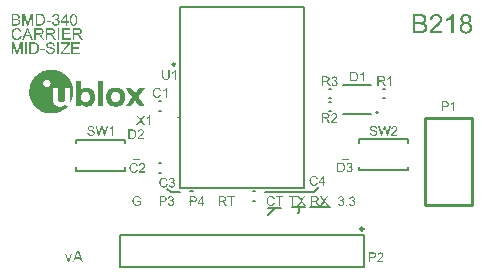
<source format=gto>
G04*
G04 #@! TF.GenerationSoftware,Altium Limited,Altium Designer,21.6.4 (81)*
G04*
G04 Layer_Color=65535*
%FSLAX44Y44*%
%MOMM*%
G71*
G04*
G04 #@! TF.SameCoordinates,A75552D8-FC29-4B95-B53C-3B512D9A6700*
G04*
G04*
G04 #@! TF.FilePolarity,Positive*
G04*
G01*
G75*
%ADD10C,0.2540*%
%ADD11C,0.1270*%
%ADD12C,0.2000*%
%ADD13C,0.1016*%
G36*
X42501Y214993D02*
X42571D01*
X42656Y214979D01*
X42747Y214972D01*
X42846Y214958D01*
X42958Y214937D01*
X43071Y214916D01*
X43317Y214852D01*
X43451Y214817D01*
X43577Y214768D01*
X43704Y214719D01*
X43831Y214655D01*
X43838Y214648D01*
X43859Y214641D01*
X43894Y214620D01*
X43943Y214592D01*
X43999Y214557D01*
X44063Y214515D01*
X44133Y214465D01*
X44211Y214409D01*
X44379Y214275D01*
X44548Y214114D01*
X44710Y213931D01*
X44787Y213825D01*
X44858Y213720D01*
X44865Y213713D01*
X44872Y213691D01*
X44893Y213663D01*
X44914Y213614D01*
X44942Y213565D01*
X44970Y213494D01*
X45005Y213424D01*
X45041Y213340D01*
X45069Y213248D01*
X45104Y213157D01*
X45160Y212945D01*
X45203Y212713D01*
X45210Y212594D01*
X45217Y212467D01*
Y212460D01*
Y212439D01*
Y212404D01*
X45210Y212362D01*
Y212305D01*
X45195Y212242D01*
X45188Y212165D01*
X45174Y212087D01*
X45132Y211904D01*
X45069Y211714D01*
X45034Y211616D01*
X44984Y211510D01*
X44935Y211412D01*
X44872Y211313D01*
X44865Y211306D01*
X44858Y211292D01*
X44837Y211264D01*
X44809Y211229D01*
X44773Y211187D01*
X44731Y211137D01*
X44682Y211081D01*
X44619Y211018D01*
X44555Y210954D01*
X44478Y210891D01*
X44401Y210821D01*
X44309Y210750D01*
X44211Y210687D01*
X44105Y210617D01*
X43992Y210553D01*
X43873Y210497D01*
X43880D01*
X43908Y210490D01*
X43957Y210476D01*
X44014Y210455D01*
X44091Y210434D01*
X44175Y210399D01*
X44267Y210363D01*
X44365Y210314D01*
X44471Y210265D01*
X44583Y210202D01*
X44696Y210138D01*
X44809Y210061D01*
X44914Y209976D01*
X45020Y209885D01*
X45125Y209779D01*
X45217Y209667D01*
X45224Y209660D01*
X45238Y209639D01*
X45259Y209604D01*
X45294Y209554D01*
X45329Y209491D01*
X45371Y209421D01*
X45414Y209336D01*
X45456Y209238D01*
X45498Y209125D01*
X45547Y209006D01*
X45582Y208879D01*
X45618Y208738D01*
X45653Y208590D01*
X45674Y208436D01*
X45688Y208274D01*
X45695Y208098D01*
Y208084D01*
Y208042D01*
X45688Y207971D01*
X45681Y207887D01*
X45667Y207774D01*
X45646Y207648D01*
X45618Y207507D01*
X45575Y207352D01*
X45526Y207183D01*
X45470Y207014D01*
X45392Y206831D01*
X45301Y206649D01*
X45195Y206466D01*
X45069Y206283D01*
X44921Y206107D01*
X44759Y205938D01*
X44745Y205931D01*
X44717Y205903D01*
X44668Y205854D01*
X44590Y205797D01*
X44499Y205734D01*
X44393Y205657D01*
X44260Y205579D01*
X44119Y205495D01*
X43957Y205410D01*
X43774Y205333D01*
X43584Y205255D01*
X43373Y205192D01*
X43155Y205136D01*
X42916Y205087D01*
X42670Y205058D01*
X42409Y205051D01*
X42353D01*
X42283Y205058D01*
X42198Y205065D01*
X42086Y205072D01*
X41959Y205094D01*
X41818Y205115D01*
X41663Y205150D01*
X41502Y205185D01*
X41326Y205234D01*
X41150Y205298D01*
X40967Y205375D01*
X40791Y205459D01*
X40615Y205558D01*
X40439Y205678D01*
X40278Y205811D01*
X40271Y205818D01*
X40242Y205846D01*
X40200Y205889D01*
X40144Y205952D01*
X40080Y206029D01*
X40003Y206121D01*
X39926Y206226D01*
X39841Y206346D01*
X39757Y206480D01*
X39672Y206634D01*
X39595Y206796D01*
X39518Y206972D01*
X39454Y207162D01*
X39391Y207359D01*
X39349Y207570D01*
X39321Y207795D01*
X40517Y207957D01*
Y207943D01*
X40524Y207915D01*
X40538Y207859D01*
X40559Y207788D01*
X40580Y207704D01*
X40608Y207612D01*
X40643Y207507D01*
X40679Y207394D01*
X40777Y207148D01*
X40897Y206909D01*
X40967Y206789D01*
X41044Y206677D01*
X41122Y206578D01*
X41213Y206487D01*
X41220Y206480D01*
X41234Y206466D01*
X41262Y206444D01*
X41305Y206416D01*
X41347Y206381D01*
X41410Y206346D01*
X41474Y206304D01*
X41551Y206269D01*
X41635Y206226D01*
X41727Y206184D01*
X41825Y206149D01*
X41931Y206114D01*
X42043Y206086D01*
X42163Y206064D01*
X42283Y206050D01*
X42416Y206043D01*
X42452D01*
X42501Y206050D01*
X42557D01*
X42635Y206064D01*
X42719Y206072D01*
X42810Y206093D01*
X42916Y206114D01*
X43021Y206149D01*
X43141Y206184D01*
X43261Y206233D01*
X43380Y206290D01*
X43500Y206360D01*
X43619Y206437D01*
X43732Y206522D01*
X43845Y206627D01*
X43852Y206634D01*
X43873Y206656D01*
X43901Y206684D01*
X43936Y206733D01*
X43978Y206789D01*
X44028Y206860D01*
X44084Y206937D01*
X44140Y207028D01*
X44189Y207127D01*
X44246Y207239D01*
X44295Y207352D01*
X44337Y207486D01*
X44372Y207619D01*
X44401Y207760D01*
X44422Y207915D01*
X44429Y208070D01*
Y208077D01*
Y208105D01*
Y208147D01*
X44422Y208211D01*
X44415Y208274D01*
X44401Y208358D01*
X44386Y208450D01*
X44358Y208548D01*
X44330Y208654D01*
X44295Y208766D01*
X44253Y208879D01*
X44204Y208991D01*
X44140Y209104D01*
X44063Y209217D01*
X43985Y209322D01*
X43887Y209428D01*
X43880Y209435D01*
X43866Y209449D01*
X43831Y209477D01*
X43788Y209512D01*
X43739Y209554D01*
X43676Y209597D01*
X43598Y209646D01*
X43514Y209695D01*
X43422Y209744D01*
X43317Y209793D01*
X43204Y209836D01*
X43085Y209878D01*
X42958Y209913D01*
X42817Y209941D01*
X42677Y209955D01*
X42522Y209962D01*
X42459D01*
X42388Y209955D01*
X42290Y209948D01*
X42163Y209934D01*
X42022Y209906D01*
X41860Y209878D01*
X41678Y209836D01*
X41811Y210884D01*
X41832D01*
X41853Y210877D01*
X41882D01*
X41945Y210870D01*
X42079D01*
X42128Y210877D01*
X42198Y210884D01*
X42276Y210891D01*
X42360Y210905D01*
X42459Y210919D01*
X42564Y210940D01*
X42670Y210968D01*
X42902Y211039D01*
X43021Y211081D01*
X43141Y211137D01*
X43261Y211194D01*
X43373Y211264D01*
X43380Y211271D01*
X43401Y211285D01*
X43429Y211306D01*
X43472Y211341D01*
X43514Y211384D01*
X43570Y211433D01*
X43619Y211496D01*
X43683Y211567D01*
X43739Y211651D01*
X43795Y211742D01*
X43845Y211841D01*
X43887Y211954D01*
X43929Y212073D01*
X43957Y212207D01*
X43978Y212348D01*
X43985Y212495D01*
Y212502D01*
Y212523D01*
Y212559D01*
X43978Y212608D01*
X43971Y212657D01*
X43964Y212727D01*
X43950Y212798D01*
X43929Y212875D01*
X43873Y213044D01*
X43838Y213136D01*
X43795Y213227D01*
X43746Y213318D01*
X43683Y213410D01*
X43612Y213494D01*
X43535Y213579D01*
X43528Y213586D01*
X43514Y213600D01*
X43493Y213621D01*
X43458Y213649D01*
X43408Y213677D01*
X43359Y213720D01*
X43296Y213755D01*
X43225Y213797D01*
X43148Y213839D01*
X43064Y213874D01*
X42965Y213916D01*
X42867Y213945D01*
X42754Y213973D01*
X42642Y213994D01*
X42515Y214008D01*
X42388Y214015D01*
X42318D01*
X42276Y214008D01*
X42212Y214001D01*
X42142Y213994D01*
X42065Y213980D01*
X41980Y213959D01*
X41797Y213909D01*
X41706Y213874D01*
X41607Y213825D01*
X41509Y213776D01*
X41410Y213720D01*
X41319Y213649D01*
X41227Y213572D01*
X41220Y213565D01*
X41206Y213551D01*
X41185Y213522D01*
X41150Y213487D01*
X41115Y213445D01*
X41073Y213389D01*
X41030Y213318D01*
X40981Y213248D01*
X40932Y213157D01*
X40883Y213058D01*
X40826Y212953D01*
X40784Y212833D01*
X40735Y212706D01*
X40700Y212573D01*
X40665Y212425D01*
X40636Y212263D01*
X39440Y212474D01*
Y212481D01*
Y212488D01*
X39454Y212530D01*
X39468Y212587D01*
X39490Y212671D01*
X39518Y212777D01*
X39553Y212889D01*
X39595Y213016D01*
X39644Y213157D01*
X39708Y213304D01*
X39778Y213459D01*
X39862Y213614D01*
X39954Y213769D01*
X40052Y213923D01*
X40165Y214071D01*
X40292Y214212D01*
X40432Y214339D01*
X40439Y214346D01*
X40468Y214367D01*
X40510Y214402D01*
X40573Y214444D01*
X40650Y214493D01*
X40742Y214550D01*
X40847Y214606D01*
X40967Y214669D01*
X41101Y214733D01*
X41248Y214789D01*
X41403Y214845D01*
X41572Y214895D01*
X41755Y214937D01*
X41952Y214972D01*
X42156Y214993D01*
X42367Y215000D01*
X42445D01*
X42501Y214993D01*
D02*
G37*
G36*
X38329Y208147D02*
X34642D01*
Y209350D01*
X38329D01*
Y208147D01*
D02*
G37*
G36*
X23377Y205227D02*
X22132D01*
Y213375D01*
X19297Y205227D01*
X18129D01*
X15322Y213515D01*
Y205227D01*
X14076D01*
Y214965D01*
X16011D01*
X18319Y208070D01*
X18326Y208056D01*
X18333Y208027D01*
X18347Y207978D01*
X18368Y207915D01*
X18396Y207831D01*
X18424Y207739D01*
X18460Y207641D01*
X18495Y207528D01*
X18572Y207296D01*
X18649Y207057D01*
X18685Y206937D01*
X18720Y206824D01*
X18755Y206726D01*
X18783Y206627D01*
Y206634D01*
X18790Y206656D01*
X18804Y206684D01*
X18818Y206726D01*
X18832Y206782D01*
X18853Y206852D01*
X18882Y206930D01*
X18910Y207021D01*
X18945Y207127D01*
X18987Y207239D01*
X19029Y207366D01*
X19072Y207507D01*
X19128Y207662D01*
X19177Y207824D01*
X19240Y207999D01*
X19304Y208189D01*
X21640Y214965D01*
X23377D01*
Y205227D01*
D02*
G37*
G36*
X51908Y208654D02*
X53223D01*
Y207556D01*
X51908D01*
Y205227D01*
X50712D01*
Y207556D01*
X46490D01*
Y208654D01*
X50930Y214965D01*
X51908D01*
Y208654D01*
D02*
G37*
G36*
X29076Y214958D02*
X29189D01*
X29309Y214951D01*
X29442D01*
X29724Y214930D01*
X30012Y214909D01*
X30153Y214887D01*
X30287Y214873D01*
X30413Y214852D01*
X30533Y214824D01*
X30540D01*
X30568Y214817D01*
X30610Y214803D01*
X30674Y214789D01*
X30744Y214761D01*
X30828Y214733D01*
X30920Y214704D01*
X31025Y214662D01*
X31244Y214571D01*
X31483Y214444D01*
X31722Y214303D01*
X31842Y214219D01*
X31954Y214128D01*
X31961Y214121D01*
X31989Y214099D01*
X32032Y214057D01*
X32081Y214008D01*
X32144Y213945D01*
X32222Y213867D01*
X32299Y213776D01*
X32390Y213677D01*
X32482Y213558D01*
X32573Y213431D01*
X32672Y213297D01*
X32770Y213150D01*
X32862Y212988D01*
X32946Y212826D01*
X33031Y212643D01*
X33108Y212460D01*
X33115Y212446D01*
X33122Y212411D01*
X33143Y212362D01*
X33171Y212284D01*
X33200Y212186D01*
X33228Y212073D01*
X33263Y211939D01*
X33305Y211792D01*
X33340Y211630D01*
X33375Y211447D01*
X33403Y211257D01*
X33432Y211053D01*
X33460Y210842D01*
X33481Y210617D01*
X33488Y210385D01*
X33495Y210145D01*
Y210131D01*
Y210096D01*
Y210040D01*
X33488Y209955D01*
Y209864D01*
X33481Y209751D01*
X33474Y209625D01*
X33460Y209484D01*
X33446Y209336D01*
X33432Y209174D01*
X33382Y208844D01*
X33319Y208506D01*
X33235Y208175D01*
Y208168D01*
X33221Y208140D01*
X33207Y208091D01*
X33185Y208035D01*
X33164Y207964D01*
X33129Y207880D01*
X33094Y207781D01*
X33052Y207683D01*
X32960Y207458D01*
X32841Y207218D01*
X32714Y206986D01*
X32566Y206761D01*
X32559Y206754D01*
X32545Y206740D01*
X32524Y206705D01*
X32496Y206670D01*
X32461Y206620D01*
X32411Y206564D01*
X32306Y206437D01*
X32172Y206297D01*
X32025Y206149D01*
X31856Y206008D01*
X31680Y205875D01*
X31673D01*
X31659Y205861D01*
X31630Y205846D01*
X31595Y205825D01*
X31546Y205797D01*
X31490Y205769D01*
X31426Y205734D01*
X31356Y205699D01*
X31272Y205657D01*
X31187Y205614D01*
X31089Y205579D01*
X30990Y205537D01*
X30765Y205459D01*
X30519Y205389D01*
X30512D01*
X30491Y205382D01*
X30449Y205375D01*
X30399Y205361D01*
X30336Y205354D01*
X30259Y205340D01*
X30167Y205326D01*
X30069Y205312D01*
X29956Y205291D01*
X29836Y205277D01*
X29710Y205263D01*
X29569Y205255D01*
X29428Y205241D01*
X29274Y205234D01*
X28957Y205227D01*
X25446D01*
Y214965D01*
X28985D01*
X29076Y214958D01*
D02*
G37*
G36*
X8827D02*
X8926D01*
X9032Y214951D01*
X9158Y214937D01*
X9285Y214930D01*
X9426Y214909D01*
X9573Y214895D01*
X9869Y214838D01*
X10164Y214761D01*
X10305Y214719D01*
X10432Y214662D01*
X10439D01*
X10460Y214648D01*
X10495Y214634D01*
X10544Y214606D01*
X10601Y214578D01*
X10664Y214536D01*
X10741Y214493D01*
X10819Y214437D01*
X10903Y214381D01*
X10987Y214310D01*
X11072Y214240D01*
X11163Y214156D01*
X11248Y214064D01*
X11332Y213973D01*
X11410Y213867D01*
X11487Y213755D01*
X11494Y213748D01*
X11501Y213727D01*
X11522Y213691D01*
X11550Y213649D01*
X11579Y213593D01*
X11607Y213522D01*
X11642Y213452D01*
X11684Y213368D01*
X11719Y213269D01*
X11754Y213171D01*
X11811Y212953D01*
X11860Y212713D01*
X11867Y212594D01*
X11874Y212467D01*
Y212460D01*
Y212439D01*
Y212404D01*
X11867Y212362D01*
Y212305D01*
X11853Y212242D01*
X11846Y212165D01*
X11832Y212087D01*
X11789Y211904D01*
X11726Y211707D01*
X11691Y211602D01*
X11642Y211503D01*
X11593Y211398D01*
X11529Y211292D01*
X11522Y211285D01*
X11515Y211271D01*
X11494Y211243D01*
X11466Y211201D01*
X11431Y211151D01*
X11388Y211102D01*
X11332Y211039D01*
X11276Y210975D01*
X11206Y210905D01*
X11135Y210835D01*
X11051Y210765D01*
X10959Y210687D01*
X10854Y210610D01*
X10748Y210539D01*
X10636Y210469D01*
X10509Y210406D01*
X10516D01*
X10551Y210392D01*
X10594Y210378D01*
X10657Y210356D01*
X10727Y210328D01*
X10812Y210293D01*
X10910Y210251D01*
X11009Y210195D01*
X11121Y210138D01*
X11234Y210075D01*
X11346Y210005D01*
X11459Y209920D01*
X11564Y209836D01*
X11677Y209737D01*
X11775Y209632D01*
X11867Y209519D01*
X11874Y209512D01*
X11888Y209491D01*
X11909Y209456D01*
X11944Y209407D01*
X11980Y209350D01*
X12022Y209280D01*
X12064Y209195D01*
X12106Y209104D01*
X12148Y208999D01*
X12198Y208886D01*
X12233Y208766D01*
X12268Y208633D01*
X12303Y208499D01*
X12324Y208351D01*
X12338Y208203D01*
X12345Y208049D01*
Y208042D01*
Y208020D01*
Y207978D01*
X12338Y207929D01*
Y207873D01*
X12331Y207802D01*
X12324Y207718D01*
X12310Y207633D01*
X12275Y207437D01*
X12219Y207218D01*
X12148Y206993D01*
X12050Y206768D01*
Y206761D01*
X12036Y206740D01*
X12022Y206712D01*
X12001Y206670D01*
X11973Y206620D01*
X11937Y206564D01*
X11853Y206437D01*
X11747Y206290D01*
X11628Y206142D01*
X11494Y205994D01*
X11339Y205868D01*
X11332D01*
X11318Y205854D01*
X11297Y205839D01*
X11262Y205818D01*
X11220Y205790D01*
X11170Y205762D01*
X11114Y205727D01*
X11051Y205692D01*
X10973Y205649D01*
X10896Y205614D01*
X10713Y205530D01*
X10509Y205459D01*
X10277Y205389D01*
X10270D01*
X10249Y205382D01*
X10214Y205375D01*
X10164Y205361D01*
X10101Y205354D01*
X10024Y205340D01*
X9939Y205326D01*
X9841Y205312D01*
X9735Y205291D01*
X9615Y205277D01*
X9482Y205263D01*
X9348Y205255D01*
X9200Y205241D01*
X9046Y205234D01*
X8877Y205227D01*
X5000D01*
Y214965D01*
X8750D01*
X8827Y214958D01*
D02*
G37*
G36*
X57747Y214993D02*
X57811D01*
X57895Y214986D01*
X57980Y214972D01*
X58078Y214958D01*
X58289Y214923D01*
X58521Y214866D01*
X58760Y214789D01*
X58873Y214740D01*
X58986Y214683D01*
X58993D01*
X59014Y214669D01*
X59042Y214648D01*
X59084Y214627D01*
X59133Y214592D01*
X59190Y214550D01*
X59260Y214508D01*
X59330Y214451D01*
X59485Y214325D01*
X59647Y214163D01*
X59809Y213980D01*
X59957Y213769D01*
X59964Y213762D01*
X59971Y213741D01*
X59992Y213705D01*
X60020Y213663D01*
X60055Y213607D01*
X60090Y213537D01*
X60132Y213459D01*
X60175Y213368D01*
X60224Y213269D01*
X60273Y213157D01*
X60322Y213037D01*
X60379Y212910D01*
X60428Y212777D01*
X60470Y212636D01*
X60519Y212481D01*
X60562Y212326D01*
Y212319D01*
X60569Y212284D01*
X60583Y212242D01*
X60597Y212172D01*
X60611Y212087D01*
X60632Y211982D01*
X60653Y211862D01*
X60674Y211721D01*
X60695Y211567D01*
X60717Y211391D01*
X60738Y211201D01*
X60752Y210997D01*
X60766Y210779D01*
X60780Y210539D01*
X60787Y210293D01*
Y210026D01*
Y210019D01*
Y210005D01*
Y209984D01*
Y209948D01*
Y209913D01*
Y209864D01*
X60780Y209808D01*
Y209744D01*
X60773Y209597D01*
X60766Y209428D01*
X60759Y209245D01*
X60745Y209041D01*
X60724Y208823D01*
X60702Y208597D01*
X60639Y208140D01*
X60597Y207908D01*
X60548Y207683D01*
X60491Y207465D01*
X60428Y207261D01*
X60421Y207247D01*
X60414Y207211D01*
X60393Y207162D01*
X60365Y207085D01*
X60322Y207000D01*
X60280Y206895D01*
X60224Y206782D01*
X60168Y206663D01*
X60097Y206536D01*
X60013Y206402D01*
X59928Y206269D01*
X59837Y206128D01*
X59731Y205994D01*
X59619Y205868D01*
X59499Y205748D01*
X59373Y205635D01*
X59366Y205628D01*
X59338Y205614D01*
X59302Y205586D01*
X59246Y205544D01*
X59176Y205502D01*
X59098Y205452D01*
X59000Y205403D01*
X58894Y205354D01*
X58768Y205298D01*
X58634Y205248D01*
X58493Y205199D01*
X58338Y205157D01*
X58169Y205122D01*
X57994Y205094D01*
X57811Y205072D01*
X57614Y205065D01*
X57550D01*
X57480Y205072D01*
X57382Y205079D01*
X57262Y205094D01*
X57121Y205122D01*
X56973Y205150D01*
X56805Y205192D01*
X56629Y205241D01*
X56453Y205312D01*
X56270Y205389D01*
X56080Y205488D01*
X55897Y205600D01*
X55721Y205734D01*
X55552Y205889D01*
X55397Y206064D01*
Y206072D01*
X55390Y206079D01*
X55376Y206100D01*
X55355Y206121D01*
X55334Y206156D01*
X55306Y206198D01*
X55278Y206240D01*
X55250Y206297D01*
X55215Y206360D01*
X55172Y206430D01*
X55137Y206508D01*
X55095Y206592D01*
X55053Y206691D01*
X55010Y206789D01*
X54961Y206902D01*
X54919Y207014D01*
X54877Y207141D01*
X54827Y207275D01*
X54785Y207415D01*
X54743Y207570D01*
X54701Y207725D01*
X54666Y207894D01*
X54623Y208063D01*
X54588Y208253D01*
X54560Y208443D01*
X54532Y208640D01*
X54504Y208851D01*
X54483Y209069D01*
X54462Y209294D01*
X54455Y209526D01*
X54441Y209772D01*
Y210026D01*
Y210033D01*
Y210047D01*
Y210068D01*
Y210103D01*
Y210145D01*
Y210195D01*
X54448Y210251D01*
Y210314D01*
X54455Y210455D01*
X54462Y210624D01*
X54469Y210814D01*
X54483Y211018D01*
X54504Y211236D01*
X54525Y211461D01*
X54588Y211925D01*
X54630Y212157D01*
X54680Y212383D01*
X54729Y212601D01*
X54792Y212805D01*
X54799Y212819D01*
X54806Y212854D01*
X54827Y212903D01*
X54856Y212981D01*
X54898Y213065D01*
X54940Y213171D01*
X54996Y213283D01*
X55060Y213403D01*
X55123Y213529D01*
X55208Y213663D01*
X55292Y213804D01*
X55383Y213938D01*
X55489Y214071D01*
X55602Y214198D01*
X55721Y214317D01*
X55848Y214430D01*
X55855Y214437D01*
X55883Y214458D01*
X55918Y214486D01*
X55974Y214522D01*
X56045Y214564D01*
X56129Y214613D01*
X56221Y214662D01*
X56333Y214719D01*
X56453Y214768D01*
X56586Y214817D01*
X56734Y214866D01*
X56889Y214909D01*
X57058Y214951D01*
X57234Y214979D01*
X57417Y214993D01*
X57614Y215000D01*
X57691D01*
X57747Y214993D01*
D02*
G37*
G36*
X9735Y203097D02*
X9841Y203090D01*
X9967Y203083D01*
X10108Y203062D01*
X10270Y203041D01*
X10453Y203012D01*
X10643Y202970D01*
X10840Y202921D01*
X11044Y202865D01*
X11248Y202787D01*
X11452Y202703D01*
X11663Y202604D01*
X11860Y202492D01*
X12050Y202358D01*
X12064Y202351D01*
X12092Y202323D01*
X12148Y202281D01*
X12212Y202217D01*
X12296Y202147D01*
X12388Y202048D01*
X12486Y201943D01*
X12599Y201816D01*
X12711Y201676D01*
X12831Y201521D01*
X12943Y201345D01*
X13056Y201162D01*
X13169Y200958D01*
X13267Y200740D01*
X13366Y200508D01*
X13443Y200261D01*
X12177Y199966D01*
X12170Y199980D01*
X12162Y200015D01*
X12141Y200064D01*
X12113Y200142D01*
X12078Y200226D01*
X12036Y200325D01*
X11980Y200437D01*
X11923Y200557D01*
X11860Y200683D01*
X11782Y200810D01*
X11705Y200937D01*
X11614Y201070D01*
X11515Y201190D01*
X11417Y201310D01*
X11304Y201415D01*
X11185Y201514D01*
X11177Y201521D01*
X11156Y201535D01*
X11121Y201556D01*
X11072Y201591D01*
X11009Y201626D01*
X10931Y201669D01*
X10840Y201711D01*
X10741Y201760D01*
X10629Y201802D01*
X10509Y201845D01*
X10375Y201887D01*
X10235Y201922D01*
X10080Y201957D01*
X9918Y201978D01*
X9749Y201992D01*
X9566Y201999D01*
X9461D01*
X9383Y201992D01*
X9285Y201985D01*
X9172Y201971D01*
X9046Y201957D01*
X8912Y201929D01*
X8764Y201901D01*
X8616Y201866D01*
X8462Y201823D01*
X8300Y201774D01*
X8145Y201711D01*
X7990Y201633D01*
X7835Y201556D01*
X7688Y201458D01*
X7681Y201450D01*
X7653Y201436D01*
X7617Y201401D01*
X7568Y201359D01*
X7505Y201303D01*
X7434Y201239D01*
X7357Y201162D01*
X7273Y201078D01*
X7188Y200979D01*
X7097Y200874D01*
X7012Y200754D01*
X6928Y200620D01*
X6843Y200487D01*
X6766Y200339D01*
X6696Y200184D01*
X6632Y200015D01*
Y200008D01*
X6618Y199973D01*
X6604Y199924D01*
X6583Y199860D01*
X6562Y199776D01*
X6534Y199677D01*
X6513Y199565D01*
X6485Y199438D01*
X6456Y199305D01*
X6428Y199157D01*
X6400Y199002D01*
X6379Y198840D01*
X6344Y198502D01*
X6337Y198327D01*
X6330Y198144D01*
Y198130D01*
Y198087D01*
Y198024D01*
X6337Y197932D01*
X6344Y197827D01*
X6351Y197700D01*
X6358Y197560D01*
X6372Y197412D01*
X6393Y197243D01*
X6414Y197067D01*
X6485Y196708D01*
X6520Y196518D01*
X6569Y196335D01*
X6625Y196152D01*
X6689Y195977D01*
X6696Y195970D01*
X6703Y195934D01*
X6724Y195892D01*
X6759Y195829D01*
X6794Y195751D01*
X6843Y195660D01*
X6900Y195562D01*
X6963Y195456D01*
X7040Y195350D01*
X7125Y195238D01*
X7216Y195118D01*
X7315Y195006D01*
X7427Y194893D01*
X7547Y194788D01*
X7674Y194689D01*
X7814Y194598D01*
X7821Y194590D01*
X7850Y194576D01*
X7892Y194555D01*
X7948Y194527D01*
X8018Y194492D01*
X8103Y194450D01*
X8201Y194415D01*
X8307Y194372D01*
X8426Y194323D01*
X8553Y194288D01*
X8694Y194246D01*
X8834Y194211D01*
X8989Y194182D01*
X9144Y194161D01*
X9306Y194147D01*
X9468Y194140D01*
X9517D01*
X9573Y194147D01*
X9651D01*
X9742Y194161D01*
X9848Y194175D01*
X9974Y194189D01*
X10101Y194218D01*
X10242Y194253D01*
X10389Y194295D01*
X10544Y194344D01*
X10699Y194401D01*
X10854Y194471D01*
X11009Y194555D01*
X11156Y194654D01*
X11304Y194759D01*
X11311Y194766D01*
X11339Y194788D01*
X11374Y194823D01*
X11424Y194879D01*
X11487Y194942D01*
X11557Y195020D01*
X11635Y195118D01*
X11712Y195224D01*
X11797Y195350D01*
X11881Y195484D01*
X11973Y195639D01*
X12050Y195808D01*
X12134Y195984D01*
X12205Y196181D01*
X12268Y196385D01*
X12324Y196610D01*
X13612Y196286D01*
Y196279D01*
X13605Y196265D01*
X13598Y196244D01*
X13591Y196216D01*
X13584Y196181D01*
X13570Y196131D01*
X13534Y196026D01*
X13485Y195892D01*
X13429Y195744D01*
X13359Y195576D01*
X13274Y195393D01*
X13183Y195196D01*
X13077Y194999D01*
X12958Y194802D01*
X12824Y194598D01*
X12676Y194401D01*
X12514Y194211D01*
X12338Y194035D01*
X12148Y193866D01*
X12134Y193859D01*
X12099Y193831D01*
X12043Y193789D01*
X11958Y193739D01*
X11860Y193676D01*
X11733Y193605D01*
X11593Y193528D01*
X11431Y193451D01*
X11255Y193373D01*
X11058Y193296D01*
X10847Y193226D01*
X10622Y193162D01*
X10375Y193113D01*
X10122Y193071D01*
X9855Y193043D01*
X9573Y193036D01*
X9468D01*
X9419Y193043D01*
X9313D01*
X9179Y193057D01*
X9025Y193071D01*
X8849Y193092D01*
X8666Y193113D01*
X8462Y193148D01*
X8258Y193190D01*
X8040Y193247D01*
X7828Y193303D01*
X7617Y193380D01*
X7406Y193465D01*
X7202Y193563D01*
X7012Y193676D01*
X6998Y193683D01*
X6970Y193704D01*
X6921Y193746D01*
X6850Y193796D01*
X6766Y193859D01*
X6675Y193943D01*
X6569Y194035D01*
X6456Y194147D01*
X6337Y194274D01*
X6217Y194408D01*
X6090Y194562D01*
X5964Y194724D01*
X5844Y194907D01*
X5725Y195097D01*
X5612Y195308D01*
X5514Y195526D01*
Y195533D01*
X5507Y195540D01*
X5493Y195583D01*
X5464Y195646D01*
X5436Y195737D01*
X5394Y195850D01*
X5352Y195984D01*
X5303Y196138D01*
X5260Y196307D01*
X5211Y196497D01*
X5162Y196701D01*
X5120Y196912D01*
X5077Y197145D01*
X5049Y197377D01*
X5021Y197623D01*
X5007Y197876D01*
X5000Y198137D01*
Y198144D01*
Y198158D01*
Y198179D01*
Y198207D01*
Y198242D01*
X5007Y198284D01*
Y198390D01*
X5021Y198524D01*
X5028Y198678D01*
X5049Y198854D01*
X5070Y199044D01*
X5106Y199241D01*
X5141Y199452D01*
X5190Y199677D01*
X5246Y199903D01*
X5310Y200128D01*
X5387Y200353D01*
X5478Y200571D01*
X5577Y200789D01*
X5584Y200803D01*
X5605Y200838D01*
X5640Y200895D01*
X5683Y200979D01*
X5746Y201070D01*
X5816Y201176D01*
X5908Y201303D01*
X6006Y201429D01*
X6112Y201563D01*
X6238Y201711D01*
X6372Y201852D01*
X6520Y201992D01*
X6682Y202133D01*
X6850Y202267D01*
X7033Y202393D01*
X7230Y202513D01*
X7244Y202520D01*
X7280Y202541D01*
X7336Y202569D01*
X7420Y202604D01*
X7519Y202654D01*
X7638Y202703D01*
X7779Y202752D01*
X7927Y202808D01*
X8096Y202865D01*
X8279Y202914D01*
X8476Y202970D01*
X8680Y203012D01*
X8898Y203048D01*
X9123Y203076D01*
X9355Y203097D01*
X9594Y203104D01*
X9693D01*
X9735Y203097D01*
D02*
G37*
G36*
X61301Y202928D02*
X61413D01*
X61540Y202921D01*
X61673Y202914D01*
X61828Y202900D01*
X61983Y202886D01*
X62145Y202872D01*
X62475Y202822D01*
X62630Y202794D01*
X62785Y202759D01*
X62933Y202717D01*
X63066Y202668D01*
X63074D01*
X63095Y202654D01*
X63130Y202640D01*
X63179Y202618D01*
X63235Y202590D01*
X63299Y202548D01*
X63376Y202506D01*
X63453Y202457D01*
X63538Y202393D01*
X63629Y202330D01*
X63721Y202253D01*
X63812Y202168D01*
X63897Y202070D01*
X63988Y201971D01*
X64073Y201859D01*
X64150Y201739D01*
X64157Y201732D01*
X64171Y201711D01*
X64185Y201676D01*
X64213Y201626D01*
X64241Y201563D01*
X64277Y201486D01*
X64319Y201401D01*
X64354Y201310D01*
X64389Y201204D01*
X64431Y201092D01*
X64467Y200972D01*
X64495Y200845D01*
X64523Y200712D01*
X64544Y200571D01*
X64551Y200423D01*
X64558Y200275D01*
Y200261D01*
Y200233D01*
X64551Y200177D01*
Y200100D01*
X64537Y200015D01*
X64523Y199910D01*
X64502Y199797D01*
X64474Y199670D01*
X64438Y199537D01*
X64396Y199396D01*
X64340Y199248D01*
X64277Y199100D01*
X64199Y198953D01*
X64108Y198812D01*
X64002Y198664D01*
X63883Y198531D01*
X63876Y198524D01*
X63854Y198502D01*
X63812Y198467D01*
X63756Y198418D01*
X63686Y198362D01*
X63594Y198298D01*
X63496Y198228D01*
X63376Y198151D01*
X63235Y198073D01*
X63088Y197996D01*
X62912Y197925D01*
X62729Y197848D01*
X62525Y197785D01*
X62307Y197722D01*
X62067Y197672D01*
X61814Y197630D01*
X61821D01*
X61835Y197616D01*
X61863Y197609D01*
X61898Y197588D01*
X61941Y197567D01*
X61990Y197539D01*
X62102Y197475D01*
X62229Y197405D01*
X62356Y197320D01*
X62475Y197236D01*
X62588Y197145D01*
X62595Y197138D01*
X62616Y197123D01*
X62644Y197088D01*
X62687Y197053D01*
X62736Y196997D01*
X62792Y196940D01*
X62862Y196870D01*
X62933Y196786D01*
X63010Y196694D01*
X63095Y196596D01*
X63186Y196490D01*
X63278Y196378D01*
X63369Y196251D01*
X63467Y196124D01*
X63657Y195843D01*
X65339Y193197D01*
X63728D01*
X62440Y195224D01*
X62433Y195231D01*
X62412Y195259D01*
X62384Y195308D01*
X62349Y195364D01*
X62299Y195442D01*
X62243Y195526D01*
X62180Y195618D01*
X62117Y195716D01*
X61969Y195934D01*
X61814Y196159D01*
X61659Y196371D01*
X61582Y196469D01*
X61512Y196561D01*
X61505Y196568D01*
X61498Y196582D01*
X61476Y196603D01*
X61448Y196638D01*
X61378Y196722D01*
X61293Y196821D01*
X61188Y196926D01*
X61082Y197039D01*
X60970Y197138D01*
X60857Y197215D01*
X60843Y197222D01*
X60808Y197243D01*
X60752Y197278D01*
X60674Y197313D01*
X60590Y197356D01*
X60491Y197405D01*
X60386Y197440D01*
X60273Y197475D01*
X60266D01*
X60231Y197482D01*
X60175Y197489D01*
X60104Y197503D01*
X60006Y197510D01*
X59879Y197517D01*
X59731Y197525D01*
X58064D01*
Y193197D01*
X56776D01*
Y202935D01*
X61216D01*
X61301Y202928D01*
D02*
G37*
G36*
X54750Y201788D02*
X49002D01*
Y198805D01*
X54384D01*
Y197658D01*
X49002D01*
Y194344D01*
X54975D01*
Y193197D01*
X47714D01*
Y202935D01*
X54750D01*
Y201788D01*
D02*
G37*
G36*
X45414Y193197D02*
X44126D01*
Y202935D01*
X45414D01*
Y193197D01*
D02*
G37*
G36*
X38631Y202928D02*
X38744D01*
X38870Y202921D01*
X39004Y202914D01*
X39159Y202900D01*
X39314Y202886D01*
X39475Y202872D01*
X39806Y202822D01*
X39961Y202794D01*
X40116Y202759D01*
X40263Y202717D01*
X40397Y202668D01*
X40404D01*
X40425Y202654D01*
X40460Y202640D01*
X40510Y202618D01*
X40566Y202590D01*
X40629Y202548D01*
X40707Y202506D01*
X40784Y202457D01*
X40869Y202393D01*
X40960Y202330D01*
X41051Y202253D01*
X41143Y202168D01*
X41227Y202070D01*
X41319Y201971D01*
X41403Y201859D01*
X41481Y201739D01*
X41488Y201732D01*
X41502Y201711D01*
X41516Y201676D01*
X41544Y201626D01*
X41572Y201563D01*
X41607Y201486D01*
X41649Y201401D01*
X41685Y201310D01*
X41720Y201204D01*
X41762Y201092D01*
X41797Y200972D01*
X41825Y200845D01*
X41853Y200712D01*
X41875Y200571D01*
X41882Y200423D01*
X41889Y200275D01*
Y200261D01*
Y200233D01*
X41882Y200177D01*
Y200100D01*
X41868Y200015D01*
X41853Y199910D01*
X41832Y199797D01*
X41804Y199670D01*
X41769Y199537D01*
X41727Y199396D01*
X41671Y199248D01*
X41607Y199100D01*
X41530Y198953D01*
X41438Y198812D01*
X41333Y198664D01*
X41213Y198531D01*
X41206Y198524D01*
X41185Y198502D01*
X41143Y198467D01*
X41087Y198418D01*
X41016Y198362D01*
X40925Y198298D01*
X40826Y198228D01*
X40707Y198151D01*
X40566Y198073D01*
X40418Y197996D01*
X40242Y197925D01*
X40059Y197848D01*
X39855Y197785D01*
X39637Y197722D01*
X39398Y197672D01*
X39145Y197630D01*
X39152D01*
X39166Y197616D01*
X39194Y197609D01*
X39229Y197588D01*
X39271Y197567D01*
X39321Y197539D01*
X39433Y197475D01*
X39560Y197405D01*
X39687Y197320D01*
X39806Y197236D01*
X39919Y197145D01*
X39926Y197138D01*
X39947Y197123D01*
X39975Y197088D01*
X40017Y197053D01*
X40066Y196997D01*
X40123Y196940D01*
X40193Y196870D01*
X40263Y196786D01*
X40341Y196694D01*
X40425Y196596D01*
X40517Y196490D01*
X40608Y196378D01*
X40700Y196251D01*
X40798Y196124D01*
X40988Y195843D01*
X42670Y193197D01*
X41059D01*
X39771Y195224D01*
X39764Y195231D01*
X39743Y195259D01*
X39715Y195308D01*
X39679Y195364D01*
X39630Y195442D01*
X39574Y195526D01*
X39511Y195618D01*
X39447Y195716D01*
X39299Y195934D01*
X39145Y196159D01*
X38990Y196371D01*
X38912Y196469D01*
X38842Y196561D01*
X38835Y196568D01*
X38828Y196582D01*
X38807Y196603D01*
X38779Y196638D01*
X38709Y196722D01*
X38624Y196821D01*
X38519Y196926D01*
X38413Y197039D01*
X38300Y197138D01*
X38188Y197215D01*
X38174Y197222D01*
X38139Y197243D01*
X38082Y197278D01*
X38005Y197313D01*
X37920Y197356D01*
X37822Y197405D01*
X37717Y197440D01*
X37604Y197475D01*
X37597D01*
X37562Y197482D01*
X37505Y197489D01*
X37435Y197503D01*
X37336Y197510D01*
X37210Y197517D01*
X37062Y197525D01*
X35395D01*
Y193197D01*
X34107D01*
Y202935D01*
X38547D01*
X38631Y202928D01*
D02*
G37*
G36*
X28809D02*
X28922D01*
X29048Y202921D01*
X29182Y202914D01*
X29337Y202900D01*
X29492Y202886D01*
X29653Y202872D01*
X29984Y202822D01*
X30139Y202794D01*
X30294Y202759D01*
X30441Y202717D01*
X30575Y202668D01*
X30582D01*
X30603Y202654D01*
X30638Y202640D01*
X30688Y202618D01*
X30744Y202590D01*
X30807Y202548D01*
X30885Y202506D01*
X30962Y202457D01*
X31047Y202393D01*
X31138Y202330D01*
X31230Y202253D01*
X31321Y202168D01*
X31405Y202070D01*
X31497Y201971D01*
X31581Y201859D01*
X31659Y201739D01*
X31666Y201732D01*
X31680Y201711D01*
X31694Y201676D01*
X31722Y201626D01*
X31750Y201563D01*
X31785Y201486D01*
X31827Y201401D01*
X31863Y201310D01*
X31898Y201204D01*
X31940Y201092D01*
X31975Y200972D01*
X32003Y200845D01*
X32032Y200712D01*
X32053Y200571D01*
X32060Y200423D01*
X32067Y200275D01*
Y200261D01*
Y200233D01*
X32060Y200177D01*
Y200100D01*
X32046Y200015D01*
X32032Y199910D01*
X32010Y199797D01*
X31982Y199670D01*
X31947Y199537D01*
X31905Y199396D01*
X31849Y199248D01*
X31785Y199100D01*
X31708Y198953D01*
X31616Y198812D01*
X31511Y198664D01*
X31391Y198531D01*
X31384Y198524D01*
X31363Y198502D01*
X31321Y198467D01*
X31265Y198418D01*
X31194Y198362D01*
X31103Y198298D01*
X31004Y198228D01*
X30885Y198151D01*
X30744Y198073D01*
X30596Y197996D01*
X30420Y197925D01*
X30237Y197848D01*
X30033Y197785D01*
X29815Y197722D01*
X29576Y197672D01*
X29323Y197630D01*
X29330D01*
X29344Y197616D01*
X29372Y197609D01*
X29407Y197588D01*
X29449Y197567D01*
X29499Y197539D01*
X29611Y197475D01*
X29738Y197405D01*
X29864Y197320D01*
X29984Y197236D01*
X30097Y197145D01*
X30104Y197138D01*
X30125Y197123D01*
X30153Y197088D01*
X30195Y197053D01*
X30244Y196997D01*
X30301Y196940D01*
X30371Y196870D01*
X30441Y196786D01*
X30519Y196694D01*
X30603Y196596D01*
X30695Y196490D01*
X30786Y196378D01*
X30878Y196251D01*
X30976Y196124D01*
X31166Y195843D01*
X32848Y193197D01*
X31237D01*
X29949Y195224D01*
X29942Y195231D01*
X29921Y195259D01*
X29893Y195308D01*
X29857Y195364D01*
X29808Y195442D01*
X29752Y195526D01*
X29689Y195618D01*
X29625Y195716D01*
X29478Y195934D01*
X29323Y196159D01*
X29168Y196371D01*
X29091Y196469D01*
X29020Y196561D01*
X29013Y196568D01*
X29006Y196582D01*
X28985Y196603D01*
X28957Y196638D01*
X28886Y196722D01*
X28802Y196821D01*
X28697Y196926D01*
X28591Y197039D01*
X28479Y197138D01*
X28366Y197215D01*
X28352Y197222D01*
X28317Y197243D01*
X28260Y197278D01*
X28183Y197313D01*
X28098Y197356D01*
X28000Y197405D01*
X27894Y197440D01*
X27782Y197475D01*
X27775D01*
X27740Y197482D01*
X27683Y197489D01*
X27613Y197503D01*
X27515Y197510D01*
X27388Y197517D01*
X27240Y197525D01*
X25573D01*
Y193197D01*
X24285D01*
Y202935D01*
X28725D01*
X28809Y202928D01*
D02*
G37*
G36*
X23237Y193197D02*
X21773D01*
X20648Y196145D01*
X16560D01*
X15497Y193197D01*
X14139D01*
X17875Y202935D01*
X19254D01*
X23237Y193197D01*
D02*
G37*
G36*
X38040Y191081D02*
X38132D01*
X38244Y191067D01*
X38364Y191060D01*
X38505Y191046D01*
X38645Y191025D01*
X38800Y191004D01*
X39117Y190940D01*
X39285Y190898D01*
X39447Y190856D01*
X39609Y190800D01*
X39764Y190736D01*
X39771Y190729D01*
X39799Y190722D01*
X39841Y190701D01*
X39898Y190673D01*
X39968Y190638D01*
X40045Y190589D01*
X40137Y190539D01*
X40228Y190476D01*
X40334Y190413D01*
X40432Y190335D01*
X40538Y190251D01*
X40643Y190159D01*
X40749Y190061D01*
X40847Y189948D01*
X40946Y189836D01*
X41030Y189709D01*
X41037Y189702D01*
X41051Y189681D01*
X41073Y189639D01*
X41101Y189590D01*
X41136Y189526D01*
X41178Y189449D01*
X41213Y189364D01*
X41262Y189266D01*
X41305Y189160D01*
X41347Y189041D01*
X41389Y188914D01*
X41424Y188780D01*
X41459Y188640D01*
X41488Y188492D01*
X41502Y188337D01*
X41516Y188182D01*
X40278Y188091D01*
Y188105D01*
X40271Y188133D01*
X40263Y188182D01*
X40249Y188246D01*
X40235Y188316D01*
X40214Y188407D01*
X40186Y188506D01*
X40151Y188612D01*
X40116Y188724D01*
X40066Y188837D01*
X40010Y188949D01*
X39947Y189069D01*
X39876Y189181D01*
X39792Y189287D01*
X39701Y189393D01*
X39602Y189484D01*
X39595Y189491D01*
X39574Y189505D01*
X39546Y189526D01*
X39497Y189561D01*
X39433Y189597D01*
X39363Y189632D01*
X39278Y189674D01*
X39180Y189723D01*
X39067Y189765D01*
X38941Y189808D01*
X38800Y189843D01*
X38652Y189885D01*
X38483Y189913D01*
X38307Y189934D01*
X38117Y189948D01*
X37913Y189955D01*
X37801D01*
X37724Y189948D01*
X37625Y189941D01*
X37520Y189934D01*
X37393Y189920D01*
X37266Y189899D01*
X36985Y189850D01*
X36844Y189815D01*
X36703Y189772D01*
X36570Y189723D01*
X36436Y189667D01*
X36316Y189604D01*
X36211Y189526D01*
X36204Y189519D01*
X36190Y189505D01*
X36161Y189484D01*
X36126Y189449D01*
X36091Y189407D01*
X36042Y189357D01*
X36000Y189301D01*
X35951Y189238D01*
X35901Y189167D01*
X35852Y189083D01*
X35768Y188907D01*
X35732Y188815D01*
X35704Y188710D01*
X35690Y188605D01*
X35683Y188492D01*
Y188485D01*
Y188471D01*
Y188443D01*
X35690Y188407D01*
X35697Y188358D01*
X35704Y188309D01*
X35732Y188189D01*
X35775Y188049D01*
X35838Y187908D01*
X35880Y187831D01*
X35936Y187760D01*
X35993Y187690D01*
X36056Y187626D01*
X36063Y187619D01*
X36077Y187612D01*
X36098Y187591D01*
X36140Y187570D01*
X36190Y187535D01*
X36260Y187500D01*
X36337Y187458D01*
X36436Y187408D01*
X36556Y187359D01*
X36689Y187303D01*
X36851Y187247D01*
X37027Y187183D01*
X37231Y187120D01*
X37456Y187057D01*
X37709Y186993D01*
X37991Y186923D01*
X37998D01*
X38012Y186916D01*
X38033D01*
X38061Y186909D01*
X38096Y186902D01*
X38139Y186888D01*
X38244Y186867D01*
X38371Y186831D01*
X38519Y186796D01*
X38680Y186761D01*
X38849Y186712D01*
X39208Y186620D01*
X39384Y186571D01*
X39560Y186515D01*
X39729Y186466D01*
X39883Y186409D01*
X40024Y186360D01*
X40144Y186311D01*
X40151Y186304D01*
X40179Y186290D01*
X40228Y186269D01*
X40285Y186240D01*
X40355Y186198D01*
X40432Y186156D01*
X40524Y186100D01*
X40622Y186036D01*
X40721Y185973D01*
X40826Y185896D01*
X41037Y185727D01*
X41234Y185530D01*
X41319Y185424D01*
X41403Y185312D01*
X41410Y185305D01*
X41424Y185284D01*
X41438Y185248D01*
X41466Y185206D01*
X41495Y185150D01*
X41530Y185079D01*
X41572Y185002D01*
X41607Y184918D01*
X41642Y184819D01*
X41685Y184714D01*
X41720Y184601D01*
X41748Y184475D01*
X41776Y184348D01*
X41797Y184214D01*
X41804Y184081D01*
X41811Y183933D01*
Y183926D01*
Y183897D01*
Y183855D01*
X41804Y183799D01*
X41797Y183729D01*
X41790Y183651D01*
X41776Y183560D01*
X41755Y183454D01*
X41734Y183349D01*
X41699Y183229D01*
X41663Y183109D01*
X41621Y182983D01*
X41572Y182856D01*
X41509Y182722D01*
X41438Y182596D01*
X41361Y182462D01*
X41354Y182455D01*
X41340Y182434D01*
X41312Y182399D01*
X41277Y182350D01*
X41234Y182293D01*
X41178Y182223D01*
X41115Y182153D01*
X41037Y182075D01*
X40953Y181991D01*
X40854Y181906D01*
X40749Y181815D01*
X40636Y181723D01*
X40517Y181639D01*
X40383Y181555D01*
X40242Y181477D01*
X40087Y181400D01*
X40080Y181393D01*
X40052Y181386D01*
X40003Y181365D01*
X39940Y181343D01*
X39862Y181315D01*
X39771Y181280D01*
X39665Y181245D01*
X39546Y181210D01*
X39412Y181175D01*
X39264Y181140D01*
X39109Y181111D01*
X38948Y181076D01*
X38779Y181055D01*
X38596Y181034D01*
X38406Y181027D01*
X38216Y181020D01*
X38089D01*
X37998Y181027D01*
X37885Y181034D01*
X37752Y181041D01*
X37604Y181055D01*
X37442Y181069D01*
X37273Y181090D01*
X37097Y181111D01*
X36724Y181182D01*
X36534Y181224D01*
X36351Y181273D01*
X36169Y181336D01*
X36000Y181400D01*
X35993Y181407D01*
X35958Y181421D01*
X35915Y181442D01*
X35852Y181470D01*
X35775Y181512D01*
X35690Y181562D01*
X35592Y181625D01*
X35493Y181688D01*
X35381Y181766D01*
X35268Y181850D01*
X35148Y181949D01*
X35036Y182054D01*
X34916Y182167D01*
X34804Y182286D01*
X34698Y182420D01*
X34600Y182561D01*
X34593Y182568D01*
X34578Y182596D01*
X34550Y182638D01*
X34522Y182694D01*
X34480Y182772D01*
X34438Y182856D01*
X34388Y182955D01*
X34346Y183067D01*
X34297Y183194D01*
X34248Y183328D01*
X34206Y183475D01*
X34163Y183623D01*
X34128Y183785D01*
X34100Y183954D01*
X34079Y184130D01*
X34072Y184313D01*
X35289Y184418D01*
Y184411D01*
X35296Y184383D01*
Y184348D01*
X35310Y184299D01*
X35317Y184235D01*
X35331Y184158D01*
X35352Y184081D01*
X35373Y183989D01*
X35423Y183799D01*
X35493Y183595D01*
X35578Y183398D01*
X35683Y183208D01*
X35690Y183201D01*
X35697Y183187D01*
X35718Y183166D01*
X35746Y183131D01*
X35775Y183088D01*
X35817Y183046D01*
X35866Y182997D01*
X35922Y182941D01*
X35986Y182884D01*
X36063Y182821D01*
X36140Y182758D01*
X36232Y182694D01*
X36323Y182631D01*
X36429Y182568D01*
X36542Y182512D01*
X36661Y182455D01*
X36668D01*
X36689Y182441D01*
X36731Y182427D01*
X36781Y182413D01*
X36844Y182392D01*
X36914Y182364D01*
X37006Y182336D01*
X37097Y182314D01*
X37203Y182286D01*
X37322Y182258D01*
X37442Y182237D01*
X37576Y182209D01*
X37857Y182181D01*
X38160Y182167D01*
X38230D01*
X38286Y182174D01*
X38350D01*
X38420Y182181D01*
X38505Y182188D01*
X38596Y182195D01*
X38800Y182223D01*
X39018Y182258D01*
X39236Y182314D01*
X39454Y182385D01*
X39461D01*
X39482Y182392D01*
X39511Y182406D01*
X39546Y182427D01*
X39595Y182448D01*
X39644Y182476D01*
X39771Y182540D01*
X39905Y182624D01*
X40045Y182730D01*
X40179Y182849D01*
X40292Y182983D01*
Y182990D01*
X40306Y183004D01*
X40320Y183025D01*
X40334Y183053D01*
X40355Y183088D01*
X40383Y183131D01*
X40432Y183236D01*
X40482Y183356D01*
X40531Y183496D01*
X40559Y183658D01*
X40573Y183820D01*
Y183827D01*
Y183841D01*
Y183862D01*
X40566Y183897D01*
Y183940D01*
X40559Y183982D01*
X40538Y184095D01*
X40510Y184214D01*
X40460Y184348D01*
X40390Y184482D01*
X40299Y184615D01*
Y184622D01*
X40285Y184629D01*
X40249Y184671D01*
X40179Y184735D01*
X40137Y184777D01*
X40087Y184819D01*
X40031Y184861D01*
X39968Y184911D01*
X39898Y184960D01*
X39813Y185009D01*
X39729Y185058D01*
X39630Y185108D01*
X39532Y185150D01*
X39419Y185199D01*
X39412D01*
X39398Y185206D01*
X39377Y185213D01*
X39335Y185227D01*
X39285Y185241D01*
X39229Y185263D01*
X39152Y185284D01*
X39060Y185312D01*
X38948Y185347D01*
X38828Y185382D01*
X38687Y185417D01*
X38526Y185459D01*
X38350Y185509D01*
X38146Y185558D01*
X37927Y185614D01*
X37688Y185671D01*
X37681D01*
X37674Y185678D01*
X37653D01*
X37632Y185685D01*
X37562Y185706D01*
X37470Y185727D01*
X37365Y185755D01*
X37238Y185790D01*
X37097Y185825D01*
X36957Y185868D01*
X36647Y185959D01*
X36337Y186065D01*
X36190Y186121D01*
X36049Y186177D01*
X35929Y186226D01*
X35817Y186283D01*
X35810Y186290D01*
X35789Y186297D01*
X35754Y186318D01*
X35704Y186346D01*
X35648Y186381D01*
X35578Y186430D01*
X35507Y186480D01*
X35423Y186536D01*
X35254Y186663D01*
X35085Y186817D01*
X34916Y186993D01*
X34846Y187092D01*
X34776Y187190D01*
X34769Y187197D01*
X34761Y187218D01*
X34747Y187247D01*
X34726Y187289D01*
X34698Y187338D01*
X34670Y187394D01*
X34642Y187465D01*
X34607Y187542D01*
X34578Y187633D01*
X34543Y187725D01*
X34494Y187929D01*
X34452Y188154D01*
X34445Y188274D01*
X34438Y188400D01*
Y188407D01*
Y188436D01*
Y188471D01*
X34445Y188527D01*
X34452Y188590D01*
X34459Y188668D01*
X34473Y188752D01*
X34487Y188851D01*
X34515Y188956D01*
X34536Y189062D01*
X34571Y189174D01*
X34614Y189294D01*
X34663Y189414D01*
X34719Y189533D01*
X34783Y189660D01*
X34853Y189779D01*
X34860Y189786D01*
X34874Y189808D01*
X34895Y189843D01*
X34930Y189885D01*
X34973Y189941D01*
X35029Y189998D01*
X35092Y190068D01*
X35162Y190138D01*
X35240Y190216D01*
X35331Y190300D01*
X35430Y190378D01*
X35542Y190462D01*
X35662Y190539D01*
X35789Y190617D01*
X35922Y190687D01*
X36070Y190750D01*
X36077Y190757D01*
X36105Y190765D01*
X36147Y190779D01*
X36211Y190807D01*
X36288Y190828D01*
X36373Y190856D01*
X36478Y190891D01*
X36598Y190919D01*
X36724Y190954D01*
X36858Y190983D01*
X37006Y191011D01*
X37161Y191039D01*
X37329Y191060D01*
X37498Y191074D01*
X37674Y191081D01*
X37857Y191088D01*
X37963D01*
X38040Y191081D01*
D02*
G37*
G36*
X33031Y184102D02*
X29344D01*
Y185305D01*
X33031D01*
Y184102D01*
D02*
G37*
G36*
X14301Y181182D02*
X13056D01*
Y189329D01*
X10221Y181182D01*
X9053D01*
X6245Y189470D01*
Y181182D01*
X5000D01*
Y190919D01*
X6935D01*
X9243Y184024D01*
X9250Y184010D01*
X9257Y183982D01*
X9271Y183933D01*
X9292Y183869D01*
X9320Y183785D01*
X9348Y183694D01*
X9383Y183595D01*
X9419Y183482D01*
X9496Y183250D01*
X9573Y183011D01*
X9608Y182891D01*
X9644Y182779D01*
X9679Y182680D01*
X9707Y182582D01*
Y182589D01*
X9714Y182610D01*
X9728Y182638D01*
X9742Y182680D01*
X9756Y182737D01*
X9777Y182807D01*
X9805Y182884D01*
X9834Y182976D01*
X9869Y183081D01*
X9911Y183194D01*
X9953Y183321D01*
X9995Y183461D01*
X10052Y183616D01*
X10101Y183778D01*
X10164Y183954D01*
X10228Y184144D01*
X12564Y190919D01*
X14301D01*
Y181182D01*
D02*
G37*
G36*
X62722Y189772D02*
X56973D01*
Y186789D01*
X62356D01*
Y185642D01*
X56973D01*
Y182328D01*
X62947D01*
Y181182D01*
X55686D01*
Y190919D01*
X62722D01*
Y189772D01*
D02*
G37*
G36*
X54110D02*
X48636Y183011D01*
X48052Y182328D01*
X54272D01*
Y181182D01*
X46575D01*
Y182371D01*
X51556Y188612D01*
X51563Y188619D01*
X51577Y188640D01*
X51605Y188675D01*
X51647Y188724D01*
X51697Y188780D01*
X51746Y188851D01*
X51809Y188921D01*
X51880Y189006D01*
X52034Y189188D01*
X52203Y189378D01*
X52386Y189583D01*
X52569Y189772D01*
X47137D01*
Y190919D01*
X54110D01*
Y189772D01*
D02*
G37*
G36*
X45076Y181182D02*
X43788D01*
Y190919D01*
X45076D01*
Y181182D01*
D02*
G37*
G36*
X23779Y190912D02*
X23891D01*
X24011Y190905D01*
X24144D01*
X24426Y190884D01*
X24714Y190863D01*
X24855Y190842D01*
X24989Y190828D01*
X25115Y190807D01*
X25235Y190779D01*
X25242D01*
X25270Y190772D01*
X25312Y190757D01*
X25376Y190743D01*
X25446Y190715D01*
X25531Y190687D01*
X25622Y190659D01*
X25728Y190617D01*
X25946Y190525D01*
X26185Y190399D01*
X26424Y190258D01*
X26544Y190173D01*
X26656Y190082D01*
X26663Y190075D01*
X26691Y190054D01*
X26734Y190012D01*
X26783Y189962D01*
X26846Y189899D01*
X26923Y189822D01*
X27001Y189730D01*
X27092Y189632D01*
X27184Y189512D01*
X27275Y189385D01*
X27374Y189252D01*
X27472Y189104D01*
X27564Y188942D01*
X27648Y188780D01*
X27733Y188597D01*
X27810Y188414D01*
X27817Y188400D01*
X27824Y188365D01*
X27845Y188316D01*
X27873Y188239D01*
X27901Y188140D01*
X27930Y188027D01*
X27965Y187894D01*
X28007Y187746D01*
X28042Y187584D01*
X28077Y187401D01*
X28106Y187211D01*
X28134Y187007D01*
X28162Y186796D01*
X28183Y186571D01*
X28190Y186339D01*
X28197Y186100D01*
Y186086D01*
Y186050D01*
Y185994D01*
X28190Y185910D01*
Y185818D01*
X28183Y185706D01*
X28176Y185579D01*
X28162Y185438D01*
X28148Y185291D01*
X28134Y185129D01*
X28084Y184798D01*
X28021Y184460D01*
X27937Y184130D01*
Y184123D01*
X27923Y184095D01*
X27909Y184045D01*
X27887Y183989D01*
X27866Y183919D01*
X27831Y183834D01*
X27796Y183736D01*
X27754Y183637D01*
X27662Y183412D01*
X27543Y183173D01*
X27416Y182941D01*
X27268Y182715D01*
X27261Y182708D01*
X27247Y182694D01*
X27226Y182659D01*
X27198Y182624D01*
X27163Y182575D01*
X27113Y182519D01*
X27008Y182392D01*
X26874Y182251D01*
X26727Y182103D01*
X26558Y181963D01*
X26382Y181829D01*
X26375D01*
X26361Y181815D01*
X26332Y181801D01*
X26297Y181780D01*
X26248Y181752D01*
X26192Y181723D01*
X26128Y181688D01*
X26058Y181653D01*
X25974Y181611D01*
X25889Y181569D01*
X25791Y181534D01*
X25692Y181491D01*
X25467Y181414D01*
X25221Y181343D01*
X25214D01*
X25193Y181336D01*
X25150Y181329D01*
X25101Y181315D01*
X25038Y181308D01*
X24961Y181294D01*
X24869Y181280D01*
X24771Y181266D01*
X24658Y181245D01*
X24538Y181231D01*
X24412Y181217D01*
X24271Y181210D01*
X24130Y181196D01*
X23976Y181189D01*
X23659Y181182D01*
X20148D01*
Y190919D01*
X23687D01*
X23779Y190912D01*
D02*
G37*
G36*
X17875Y181182D02*
X16588D01*
Y190919D01*
X17875D01*
Y181182D01*
D02*
G37*
G36*
X379217Y198700D02*
X377222D01*
Y211397D01*
X377210Y211386D01*
X377187Y211362D01*
X377151Y211327D01*
X377093Y211280D01*
X377022Y211221D01*
X376928Y211139D01*
X376823Y211057D01*
X376717Y210963D01*
X376576Y210869D01*
X376436Y210752D01*
X376283Y210646D01*
X376119Y210517D01*
X375931Y210400D01*
X375743Y210271D01*
X375321Y210013D01*
X375309Y210001D01*
X375274Y209977D01*
X375203Y209942D01*
X375121Y209907D01*
X375027Y209848D01*
X374910Y209778D01*
X374769Y209708D01*
X374628Y209625D01*
X374300Y209461D01*
X373948Y209297D01*
X373584Y209133D01*
X373232Y208992D01*
Y210916D01*
X373255Y210928D01*
X373302Y210951D01*
X373396Y210998D01*
X373514Y211057D01*
X373654Y211127D01*
X373830Y211221D01*
X374018Y211327D01*
X374218Y211444D01*
X374441Y211585D01*
X374675Y211726D01*
X375168Y212055D01*
X375673Y212418D01*
X376154Y212817D01*
X376166Y212829D01*
X376213Y212864D01*
X376271Y212923D01*
X376353Y213005D01*
X376459Y213111D01*
X376576Y213228D01*
X376705Y213369D01*
X376846Y213510D01*
X376987Y213674D01*
X377140Y213850D01*
X377433Y214214D01*
X377703Y214601D01*
X377820Y214800D01*
X377926Y215000D01*
X379217D01*
Y198700D01*
D02*
G37*
G36*
X364701Y214988D02*
X364865Y214977D01*
X365065Y214965D01*
X365288Y214930D01*
X365546Y214894D01*
X365816Y214836D01*
X366109Y214765D01*
X366402Y214683D01*
X366719Y214578D01*
X367024Y214449D01*
X367329Y214296D01*
X367623Y214132D01*
X367904Y213932D01*
X368174Y213697D01*
X368186Y213686D01*
X368233Y213639D01*
X368303Y213568D01*
X368386Y213463D01*
X368491Y213345D01*
X368608Y213193D01*
X368737Y213017D01*
X368867Y212817D01*
X368984Y212594D01*
X369113Y212348D01*
X369230Y212078D01*
X369336Y211796D01*
X369418Y211491D01*
X369488Y211175D01*
X369535Y210834D01*
X369547Y210482D01*
Y210470D01*
Y210435D01*
Y210388D01*
Y210318D01*
X369535Y210224D01*
X369524Y210130D01*
X369512Y210013D01*
X369500Y209884D01*
X369453Y209590D01*
X369383Y209262D01*
X369277Y208921D01*
X369148Y208569D01*
Y208558D01*
X369125Y208522D01*
X369101Y208475D01*
X369066Y208405D01*
X369031Y208323D01*
X368972Y208217D01*
X368913Y208100D01*
X368831Y207971D01*
X368749Y207830D01*
X368655Y207677D01*
X368421Y207337D01*
X368292Y207161D01*
X368151Y206973D01*
X367986Y206786D01*
X367822Y206586D01*
X367811Y206574D01*
X367775Y206539D01*
X367728Y206481D01*
X367646Y206398D01*
X367541Y206293D01*
X367411Y206164D01*
X367271Y206011D01*
X367095Y205835D01*
X366895Y205647D01*
X366660Y205436D01*
X366414Y205201D01*
X366132Y204943D01*
X365827Y204673D01*
X365499Y204380D01*
X365135Y204063D01*
X364748Y203735D01*
X364724Y203723D01*
X364665Y203664D01*
X364583Y203594D01*
X364466Y203488D01*
X364314Y203371D01*
X364161Y203230D01*
X363985Y203077D01*
X363797Y202913D01*
X363398Y202573D01*
X363210Y202397D01*
X363023Y202232D01*
X362847Y202068D01*
X362694Y201927D01*
X362553Y201798D01*
X362448Y201681D01*
X362424Y201658D01*
X362365Y201587D01*
X362272Y201481D01*
X362154Y201352D01*
X362025Y201188D01*
X361884Y201012D01*
X361744Y200813D01*
X361614Y200613D01*
X369571D01*
Y198700D01*
X358845D01*
Y198712D01*
Y198736D01*
Y198771D01*
Y198818D01*
Y198888D01*
X358857Y198958D01*
X358868Y199146D01*
X358892Y199346D01*
X358927Y199580D01*
X358986Y199827D01*
X359068Y200073D01*
Y200085D01*
X359091Y200120D01*
X359115Y200179D01*
X359150Y200261D01*
X359185Y200367D01*
X359244Y200484D01*
X359314Y200613D01*
X359385Y200754D01*
X359467Y200918D01*
X359573Y201082D01*
X359796Y201446D01*
X360065Y201834D01*
X360382Y202232D01*
X360394Y202244D01*
X360429Y202279D01*
X360476Y202338D01*
X360547Y202420D01*
X360640Y202526D01*
X360758Y202643D01*
X360887Y202784D01*
X361051Y202937D01*
X361227Y203113D01*
X361415Y203300D01*
X361626Y203500D01*
X361861Y203723D01*
X362119Y203946D01*
X362389Y204181D01*
X362682Y204427D01*
X362988Y204685D01*
X362999Y204697D01*
X363023Y204709D01*
X363058Y204744D01*
X363105Y204779D01*
X363163Y204838D01*
X363234Y204896D01*
X363410Y205049D01*
X363633Y205225D01*
X363868Y205448D01*
X364137Y205683D01*
X364419Y205941D01*
X364724Y206211D01*
X365018Y206492D01*
X365323Y206774D01*
X365604Y207067D01*
X365886Y207349D01*
X366132Y207619D01*
X366367Y207889D01*
X366555Y208135D01*
X366567Y208147D01*
X366590Y208194D01*
X366637Y208264D01*
X366707Y208346D01*
X366778Y208464D01*
X366848Y208593D01*
X366942Y208745D01*
X367024Y208910D01*
X367106Y209086D01*
X367200Y209273D01*
X367353Y209684D01*
X367411Y209895D01*
X367458Y210107D01*
X367482Y210318D01*
X367494Y210529D01*
Y210541D01*
Y210588D01*
Y210646D01*
X367482Y210728D01*
X367470Y210834D01*
X367447Y210951D01*
X367423Y211081D01*
X367388Y211221D01*
X367341Y211374D01*
X367282Y211538D01*
X367212Y211702D01*
X367130Y211867D01*
X367036Y212043D01*
X366919Y212207D01*
X366790Y212371D01*
X366637Y212524D01*
X366625Y212536D01*
X366602Y212559D01*
X366555Y212594D01*
X366484Y212653D01*
X366402Y212712D01*
X366297Y212782D01*
X366179Y212864D01*
X366050Y212935D01*
X365898Y213017D01*
X365733Y213087D01*
X365546Y213158D01*
X365358Y213216D01*
X365147Y213275D01*
X364924Y213310D01*
X364689Y213334D01*
X364443Y213345D01*
X364302D01*
X364208Y213334D01*
X364079Y213322D01*
X363938Y213298D01*
X363785Y213275D01*
X363609Y213240D01*
X363433Y213193D01*
X363246Y213134D01*
X363058Y213064D01*
X362858Y212982D01*
X362671Y212876D01*
X362483Y212759D01*
X362295Y212630D01*
X362131Y212477D01*
X362119Y212465D01*
X362096Y212442D01*
X362049Y212383D01*
X362002Y212325D01*
X361931Y212231D01*
X361861Y212125D01*
X361779Y211996D01*
X361708Y211855D01*
X361626Y211702D01*
X361544Y211515D01*
X361474Y211327D01*
X361403Y211116D01*
X361356Y210881D01*
X361309Y210635D01*
X361286Y210376D01*
X361274Y210095D01*
X359221Y210306D01*
Y210318D01*
Y210330D01*
X359232Y210365D01*
Y210412D01*
X359244Y210529D01*
X359279Y210682D01*
X359314Y210869D01*
X359361Y211092D01*
X359420Y211339D01*
X359491Y211597D01*
X359584Y211879D01*
X359690Y212160D01*
X359819Y212454D01*
X359972Y212747D01*
X360136Y213029D01*
X360335Y213298D01*
X360547Y213557D01*
X360793Y213791D01*
X360805Y213803D01*
X360852Y213838D01*
X360934Y213909D01*
X361040Y213979D01*
X361180Y214073D01*
X361345Y214179D01*
X361544Y214284D01*
X361767Y214401D01*
X362025Y214507D01*
X362295Y214613D01*
X362600Y214718D01*
X362929Y214812D01*
X363281Y214894D01*
X363656Y214953D01*
X364055Y214988D01*
X364478Y215000D01*
X364583D01*
X364701Y214988D01*
D02*
G37*
G36*
X351077Y214930D02*
X351241D01*
X351417Y214918D01*
X351628Y214894D01*
X351839Y214883D01*
X352074Y214847D01*
X352321Y214824D01*
X352813Y214730D01*
X353306Y214601D01*
X353541Y214531D01*
X353752Y214437D01*
X353764D01*
X353799Y214413D01*
X353858Y214390D01*
X353940Y214343D01*
X354034Y214296D01*
X354139Y214226D01*
X354268Y214155D01*
X354398Y214061D01*
X354538Y213967D01*
X354679Y213850D01*
X354820Y213733D01*
X354973Y213592D01*
X355113Y213439D01*
X355254Y213287D01*
X355383Y213111D01*
X355512Y212923D01*
X355524Y212911D01*
X355536Y212876D01*
X355571Y212817D01*
X355618Y212747D01*
X355665Y212653D01*
X355712Y212536D01*
X355771Y212418D01*
X355841Y212278D01*
X355900Y212113D01*
X355958Y211949D01*
X356052Y211585D01*
X356134Y211186D01*
X356146Y210987D01*
X356158Y210776D01*
Y210764D01*
Y210728D01*
Y210670D01*
X356146Y210599D01*
Y210506D01*
X356123Y210400D01*
X356111Y210271D01*
X356087Y210142D01*
X356017Y209837D01*
X355911Y209508D01*
X355853Y209332D01*
X355771Y209168D01*
X355688Y208992D01*
X355583Y208816D01*
X355571Y208804D01*
X355559Y208781D01*
X355524Y208734D01*
X355477Y208663D01*
X355419Y208581D01*
X355348Y208499D01*
X355254Y208393D01*
X355160Y208288D01*
X355043Y208170D01*
X354926Y208053D01*
X354785Y207936D01*
X354632Y207807D01*
X354456Y207677D01*
X354280Y207560D01*
X354092Y207443D01*
X353881Y207337D01*
X353893D01*
X353952Y207314D01*
X354022Y207290D01*
X354128Y207255D01*
X354245Y207208D01*
X354386Y207149D01*
X354550Y207079D01*
X354714Y206985D01*
X354902Y206891D01*
X355090Y206786D01*
X355278Y206668D01*
X355466Y206528D01*
X355642Y206387D01*
X355829Y206222D01*
X355993Y206046D01*
X356146Y205859D01*
X356158Y205847D01*
X356181Y205812D01*
X356217Y205753D01*
X356275Y205671D01*
X356334Y205577D01*
X356404Y205460D01*
X356475Y205319D01*
X356545Y205166D01*
X356615Y204990D01*
X356698Y204802D01*
X356756Y204603D01*
X356815Y204380D01*
X356874Y204157D01*
X356909Y203911D01*
X356932Y203664D01*
X356944Y203406D01*
Y203394D01*
Y203359D01*
Y203289D01*
X356932Y203207D01*
Y203113D01*
X356921Y202995D01*
X356909Y202854D01*
X356885Y202714D01*
X356827Y202385D01*
X356733Y202021D01*
X356615Y201646D01*
X356451Y201270D01*
Y201259D01*
X356428Y201223D01*
X356404Y201176D01*
X356369Y201106D01*
X356322Y201024D01*
X356263Y200930D01*
X356123Y200719D01*
X355947Y200472D01*
X355747Y200226D01*
X355524Y199979D01*
X355266Y199768D01*
X355254D01*
X355231Y199745D01*
X355196Y199721D01*
X355137Y199686D01*
X355066Y199639D01*
X354984Y199592D01*
X354891Y199534D01*
X354785Y199475D01*
X354656Y199405D01*
X354527Y199346D01*
X354222Y199205D01*
X353881Y199088D01*
X353494Y198970D01*
X353482D01*
X353447Y198958D01*
X353388Y198947D01*
X353306Y198923D01*
X353201Y198912D01*
X353072Y198888D01*
X352931Y198865D01*
X352766Y198841D01*
X352590Y198806D01*
X352391Y198783D01*
X352168Y198759D01*
X351945Y198747D01*
X351699Y198724D01*
X351440Y198712D01*
X351159Y198700D01*
X344693D01*
Y214941D01*
X350948D01*
X351077Y214930D01*
D02*
G37*
G36*
X389813Y214988D02*
X389966Y214977D01*
X390142Y214965D01*
X390353Y214930D01*
X390588Y214894D01*
X390834Y214847D01*
X391104Y214777D01*
X391386Y214695D01*
X391667Y214601D01*
X391949Y214472D01*
X392231Y214331D01*
X392512Y214167D01*
X392782Y213979D01*
X393029Y213756D01*
X393040Y213744D01*
X393087Y213697D01*
X393146Y213627D01*
X393228Y213533D01*
X393334Y213416D01*
X393439Y213275D01*
X393557Y213111D01*
X393686Y212923D01*
X393803Y212712D01*
X393920Y212477D01*
X394026Y212231D01*
X394132Y211972D01*
X394214Y211691D01*
X394272Y211386D01*
X394319Y211081D01*
X394331Y210752D01*
Y210740D01*
Y210705D01*
Y210646D01*
X394319Y210564D01*
X394308Y210470D01*
X394296Y210353D01*
X394284Y210224D01*
X394261Y210083D01*
X394190Y209778D01*
X394085Y209449D01*
X394014Y209285D01*
X393932Y209121D01*
X393838Y208957D01*
X393733Y208792D01*
X393721Y208781D01*
X393709Y208757D01*
X393674Y208710D01*
X393615Y208652D01*
X393557Y208581D01*
X393475Y208511D01*
X393392Y208417D01*
X393287Y208323D01*
X393158Y208217D01*
X393029Y208112D01*
X392876Y208006D01*
X392723Y207900D01*
X392536Y207795D01*
X392348Y207689D01*
X392148Y207595D01*
X391926Y207502D01*
X391937D01*
X391996Y207478D01*
X392066Y207454D01*
X392172Y207408D01*
X392301Y207361D01*
X392442Y207290D01*
X392606Y207220D01*
X392770Y207126D01*
X392958Y207020D01*
X393146Y206903D01*
X393334Y206774D01*
X393521Y206633D01*
X393709Y206481D01*
X393885Y206304D01*
X394061Y206129D01*
X394214Y205929D01*
X394226Y205917D01*
X394249Y205882D01*
X394284Y205823D01*
X394343Y205741D01*
X394402Y205636D01*
X394460Y205506D01*
X394531Y205366D01*
X394613Y205201D01*
X394683Y205014D01*
X394754Y204826D01*
X394812Y204603D01*
X394883Y204380D01*
X394930Y204134D01*
X394965Y203887D01*
X394988Y203617D01*
X395000Y203336D01*
Y203312D01*
Y203242D01*
X394988Y203136D01*
X394977Y202984D01*
X394953Y202808D01*
X394918Y202608D01*
X394871Y202373D01*
X394812Y202115D01*
X394742Y201845D01*
X394636Y201564D01*
X394519Y201282D01*
X394378Y200989D01*
X394202Y200683D01*
X394014Y200402D01*
X393780Y200109D01*
X393521Y199839D01*
X393510Y199827D01*
X393451Y199780D01*
X393369Y199710D01*
X393251Y199616D01*
X393111Y199510D01*
X392923Y199393D01*
X392723Y199264D01*
X392489Y199135D01*
X392219Y199006D01*
X391926Y198876D01*
X391609Y198759D01*
X391268Y198653D01*
X390893Y198559D01*
X390506Y198489D01*
X390083Y198442D01*
X389649Y198431D01*
X389543D01*
X389414Y198442D01*
X389250Y198454D01*
X389050Y198477D01*
X388816Y198501D01*
X388546Y198548D01*
X388264Y198606D01*
X387959Y198689D01*
X387642Y198783D01*
X387325Y198888D01*
X386997Y199029D01*
X386668Y199193D01*
X386351Y199381D01*
X386058Y199604D01*
X385765Y199850D01*
X385753Y199862D01*
X385706Y199921D01*
X385624Y199991D01*
X385542Y200109D01*
X385424Y200249D01*
X385295Y200414D01*
X385166Y200601D01*
X385037Y200824D01*
X384896Y201071D01*
X384767Y201341D01*
X384638Y201634D01*
X384533Y201939D01*
X384439Y202279D01*
X384356Y202631D01*
X384310Y203007D01*
X384298Y203394D01*
Y203418D01*
Y203465D01*
Y203547D01*
X384310Y203664D01*
X384321Y203793D01*
X384345Y203958D01*
X384368Y204134D01*
X384403Y204321D01*
X384439Y204521D01*
X384497Y204744D01*
X384556Y204955D01*
X384638Y205178D01*
X384732Y205401D01*
X384838Y205624D01*
X384955Y205835D01*
X385096Y206046D01*
X385108Y206058D01*
X385131Y206093D01*
X385178Y206152D01*
X385248Y206222D01*
X385331Y206304D01*
X385436Y206410D01*
X385554Y206516D01*
X385683Y206633D01*
X385847Y206750D01*
X386011Y206868D01*
X386199Y206997D01*
X386410Y207114D01*
X386633Y207220D01*
X386868Y207325D01*
X387126Y207419D01*
X387396Y207502D01*
X387384D01*
X387337Y207525D01*
X387279Y207548D01*
X387196Y207584D01*
X387091Y207631D01*
X386973Y207689D01*
X386844Y207760D01*
X386703Y207830D01*
X386398Y208018D01*
X386093Y208241D01*
X385800Y208499D01*
X385671Y208640D01*
X385554Y208792D01*
X385542Y208804D01*
X385530Y208827D01*
X385495Y208874D01*
X385460Y208945D01*
X385413Y209027D01*
X385366Y209121D01*
X385307Y209238D01*
X385260Y209367D01*
X385201Y209508D01*
X385143Y209661D01*
X385096Y209825D01*
X385049Y210001D01*
X384978Y210388D01*
X384967Y210599D01*
X384955Y210811D01*
Y210834D01*
Y210893D01*
X384967Y210987D01*
X384978Y211104D01*
X384990Y211257D01*
X385025Y211433D01*
X385061Y211632D01*
X385119Y211843D01*
X385178Y212078D01*
X385260Y212313D01*
X385366Y212559D01*
X385495Y212817D01*
X385636Y213064D01*
X385800Y213322D01*
X385999Y213557D01*
X386222Y213791D01*
X386234Y213803D01*
X386281Y213838D01*
X386351Y213909D01*
X386457Y213979D01*
X386586Y214073D01*
X386739Y214179D01*
X386915Y214284D01*
X387126Y214401D01*
X387349Y214507D01*
X387607Y214613D01*
X387889Y214718D01*
X388194Y214812D01*
X388511Y214894D01*
X388863Y214953D01*
X389226Y214988D01*
X389614Y215000D01*
X389708D01*
X389813Y214988D01*
D02*
G37*
G36*
X167128Y55357D02*
X168225D01*
Y54442D01*
X167128D01*
Y52500D01*
X166131D01*
Y54442D01*
X162610D01*
Y55357D01*
X166313Y60620D01*
X167128D01*
Y55357D01*
D02*
G37*
G36*
X159113Y60615D02*
X159195D01*
X159289Y60609D01*
X159489Y60603D01*
X159694Y60585D01*
X159894Y60568D01*
X159987Y60550D01*
X160070Y60538D01*
X160075D01*
X160099Y60532D01*
X160128Y60527D01*
X160169Y60521D01*
X160222Y60509D01*
X160281Y60491D01*
X160345Y60474D01*
X160422Y60456D01*
X160580Y60403D01*
X160744Y60333D01*
X160914Y60257D01*
X161073Y60157D01*
X161079Y60151D01*
X161091Y60145D01*
X161114Y60128D01*
X161138Y60104D01*
X161173Y60081D01*
X161214Y60045D01*
X161261Y60004D01*
X161308Y59957D01*
X161355Y59905D01*
X161407Y59846D01*
X161519Y59711D01*
X161625Y59553D01*
X161724Y59377D01*
X161730Y59371D01*
X161736Y59353D01*
X161748Y59324D01*
X161765Y59289D01*
X161783Y59242D01*
X161800Y59183D01*
X161824Y59118D01*
X161847Y59048D01*
X161871Y58972D01*
X161894Y58884D01*
X161912Y58796D01*
X161930Y58696D01*
X161959Y58491D01*
X161971Y58268D01*
Y58256D01*
Y58221D01*
X161965Y58168D01*
X161959Y58098D01*
X161953Y58004D01*
X161936Y57904D01*
X161918Y57786D01*
X161889Y57663D01*
X161853Y57528D01*
X161806Y57387D01*
X161754Y57241D01*
X161689Y57094D01*
X161613Y56947D01*
X161525Y56801D01*
X161425Y56654D01*
X161308Y56519D01*
X161302Y56513D01*
X161278Y56490D01*
X161237Y56455D01*
X161179Y56408D01*
X161102Y56355D01*
X161008Y56290D01*
X160897Y56226D01*
X160762Y56161D01*
X160609Y56097D01*
X160439Y56032D01*
X160240Y55968D01*
X160029Y55915D01*
X159788Y55868D01*
X159659Y55850D01*
X159524Y55833D01*
X159383Y55821D01*
X159236Y55809D01*
X159084Y55803D01*
X156848D01*
Y52500D01*
X155775D01*
Y60620D01*
X159031D01*
X159113Y60615D01*
D02*
G37*
G36*
X140076Y60791D02*
X140135D01*
X140205Y60779D01*
X140282Y60773D01*
X140364Y60761D01*
X140458Y60744D01*
X140552Y60726D01*
X140757Y60673D01*
X140868Y60644D01*
X140974Y60603D01*
X141080Y60562D01*
X141185Y60509D01*
X141191Y60503D01*
X141209Y60497D01*
X141238Y60480D01*
X141279Y60456D01*
X141326Y60427D01*
X141379Y60392D01*
X141437Y60351D01*
X141502Y60304D01*
X141643Y60192D01*
X141784Y60057D01*
X141919Y59905D01*
X141983Y59817D01*
X142042Y59729D01*
X142048Y59723D01*
X142053Y59705D01*
X142071Y59682D01*
X142089Y59641D01*
X142112Y59600D01*
X142136Y59541D01*
X142165Y59482D01*
X142194Y59412D01*
X142218Y59335D01*
X142247Y59259D01*
X142294Y59083D01*
X142329Y58890D01*
X142335Y58790D01*
X142341Y58684D01*
Y58678D01*
Y58661D01*
Y58631D01*
X142335Y58596D01*
Y58549D01*
X142323Y58496D01*
X142317Y58432D01*
X142306Y58367D01*
X142271Y58215D01*
X142218Y58056D01*
X142189Y57974D01*
X142147Y57886D01*
X142106Y57804D01*
X142053Y57722D01*
X142048Y57716D01*
X142042Y57704D01*
X142024Y57681D01*
X142001Y57652D01*
X141971Y57616D01*
X141936Y57575D01*
X141895Y57528D01*
X141842Y57476D01*
X141790Y57423D01*
X141725Y57370D01*
X141660Y57311D01*
X141584Y57253D01*
X141502Y57200D01*
X141414Y57141D01*
X141320Y57088D01*
X141220Y57041D01*
X141226D01*
X141250Y57035D01*
X141291Y57024D01*
X141338Y57006D01*
X141402Y56989D01*
X141473Y56959D01*
X141549Y56930D01*
X141631Y56889D01*
X141719Y56848D01*
X141813Y56795D01*
X141907Y56742D01*
X142001Y56678D01*
X142089Y56607D01*
X142177Y56531D01*
X142265Y56443D01*
X142341Y56349D01*
X142347Y56343D01*
X142359Y56325D01*
X142376Y56296D01*
X142406Y56255D01*
X142435Y56202D01*
X142470Y56144D01*
X142505Y56073D01*
X142541Y55991D01*
X142576Y55897D01*
X142617Y55798D01*
X142646Y55692D01*
X142676Y55574D01*
X142705Y55451D01*
X142722Y55322D01*
X142734Y55187D01*
X142740Y55041D01*
Y55029D01*
Y54994D01*
X142734Y54935D01*
X142728Y54865D01*
X142717Y54771D01*
X142699Y54665D01*
X142676Y54548D01*
X142640Y54419D01*
X142599Y54278D01*
X142552Y54137D01*
X142488Y53984D01*
X142411Y53832D01*
X142323Y53679D01*
X142218Y53527D01*
X142095Y53380D01*
X141960Y53239D01*
X141948Y53233D01*
X141924Y53210D01*
X141883Y53169D01*
X141819Y53122D01*
X141742Y53069D01*
X141655Y53005D01*
X141543Y52940D01*
X141426Y52870D01*
X141291Y52799D01*
X141138Y52735D01*
X140980Y52670D01*
X140804Y52617D01*
X140622Y52570D01*
X140422Y52529D01*
X140217Y52506D01*
X140000Y52500D01*
X139953D01*
X139894Y52506D01*
X139824Y52512D01*
X139730Y52518D01*
X139624Y52535D01*
X139507Y52553D01*
X139378Y52582D01*
X139243Y52611D01*
X139096Y52653D01*
X138950Y52705D01*
X138797Y52770D01*
X138650Y52840D01*
X138504Y52922D01*
X138357Y53022D01*
X138222Y53134D01*
X138216Y53140D01*
X138193Y53163D01*
X138158Y53198D01*
X138111Y53251D01*
X138058Y53316D01*
X137993Y53392D01*
X137929Y53480D01*
X137858Y53580D01*
X137788Y53691D01*
X137718Y53820D01*
X137653Y53955D01*
X137588Y54102D01*
X137536Y54260D01*
X137483Y54425D01*
X137448Y54601D01*
X137424Y54788D01*
X138422Y54923D01*
Y54911D01*
X138427Y54888D01*
X138439Y54841D01*
X138457Y54782D01*
X138474Y54712D01*
X138498Y54636D01*
X138527Y54548D01*
X138556Y54454D01*
X138639Y54248D01*
X138738Y54049D01*
X138797Y53949D01*
X138862Y53855D01*
X138926Y53773D01*
X139003Y53697D01*
X139008Y53691D01*
X139020Y53679D01*
X139044Y53662D01*
X139079Y53638D01*
X139114Y53609D01*
X139167Y53580D01*
X139220Y53544D01*
X139284Y53515D01*
X139354Y53480D01*
X139431Y53445D01*
X139513Y53415D01*
X139601Y53386D01*
X139695Y53362D01*
X139795Y53345D01*
X139894Y53333D01*
X140006Y53327D01*
X140035D01*
X140076Y53333D01*
X140123D01*
X140188Y53345D01*
X140258Y53351D01*
X140334Y53368D01*
X140422Y53386D01*
X140510Y53415D01*
X140610Y53445D01*
X140710Y53486D01*
X140810Y53533D01*
X140909Y53591D01*
X141009Y53656D01*
X141103Y53726D01*
X141197Y53814D01*
X141203Y53820D01*
X141220Y53838D01*
X141244Y53861D01*
X141273Y53902D01*
X141308Y53949D01*
X141349Y54008D01*
X141396Y54072D01*
X141443Y54149D01*
X141484Y54231D01*
X141531Y54325D01*
X141572Y54419D01*
X141608Y54530D01*
X141637Y54642D01*
X141660Y54759D01*
X141678Y54888D01*
X141684Y55017D01*
Y55023D01*
Y55046D01*
Y55082D01*
X141678Y55135D01*
X141672Y55187D01*
X141660Y55258D01*
X141649Y55334D01*
X141625Y55416D01*
X141602Y55504D01*
X141572Y55598D01*
X141537Y55692D01*
X141496Y55786D01*
X141443Y55880D01*
X141379Y55974D01*
X141314Y56062D01*
X141232Y56150D01*
X141226Y56155D01*
X141215Y56167D01*
X141185Y56191D01*
X141150Y56220D01*
X141109Y56255D01*
X141056Y56290D01*
X140991Y56331D01*
X140921Y56372D01*
X140845Y56414D01*
X140757Y56455D01*
X140663Y56490D01*
X140563Y56525D01*
X140458Y56554D01*
X140340Y56578D01*
X140223Y56590D01*
X140094Y56595D01*
X140041D01*
X139982Y56590D01*
X139900Y56584D01*
X139795Y56572D01*
X139677Y56549D01*
X139542Y56525D01*
X139390Y56490D01*
X139501Y57364D01*
X139519D01*
X139536Y57358D01*
X139560D01*
X139613Y57352D01*
X139724D01*
X139765Y57358D01*
X139824Y57364D01*
X139888Y57370D01*
X139959Y57382D01*
X140041Y57393D01*
X140129Y57411D01*
X140217Y57435D01*
X140411Y57493D01*
X140510Y57528D01*
X140610Y57575D01*
X140710Y57622D01*
X140804Y57681D01*
X140810Y57687D01*
X140827Y57698D01*
X140851Y57716D01*
X140886Y57745D01*
X140921Y57781D01*
X140968Y57822D01*
X141009Y57874D01*
X141062Y57933D01*
X141109Y58004D01*
X141156Y58080D01*
X141197Y58162D01*
X141232Y58256D01*
X141267Y58356D01*
X141291Y58467D01*
X141308Y58584D01*
X141314Y58708D01*
Y58714D01*
Y58731D01*
Y58760D01*
X141308Y58802D01*
X141302Y58843D01*
X141297Y58901D01*
X141285Y58960D01*
X141267Y59025D01*
X141220Y59165D01*
X141191Y59242D01*
X141156Y59318D01*
X141115Y59394D01*
X141062Y59471D01*
X141003Y59541D01*
X140939Y59611D01*
X140933Y59617D01*
X140921Y59629D01*
X140904Y59647D01*
X140874Y59670D01*
X140833Y59693D01*
X140792Y59729D01*
X140739Y59758D01*
X140681Y59793D01*
X140616Y59828D01*
X140546Y59858D01*
X140463Y59893D01*
X140381Y59916D01*
X140287Y59940D01*
X140194Y59957D01*
X140088Y59969D01*
X139982Y59975D01*
X139924D01*
X139888Y59969D01*
X139836Y59963D01*
X139777Y59957D01*
X139712Y59946D01*
X139642Y59928D01*
X139489Y59887D01*
X139413Y59858D01*
X139331Y59817D01*
X139249Y59776D01*
X139167Y59729D01*
X139090Y59670D01*
X139014Y59605D01*
X139008Y59600D01*
X138997Y59588D01*
X138979Y59564D01*
X138950Y59535D01*
X138920Y59500D01*
X138885Y59453D01*
X138850Y59394D01*
X138809Y59335D01*
X138768Y59259D01*
X138727Y59177D01*
X138680Y59089D01*
X138645Y58989D01*
X138603Y58884D01*
X138574Y58772D01*
X138545Y58649D01*
X138521Y58514D01*
X137524Y58690D01*
Y58696D01*
Y58702D01*
X137536Y58737D01*
X137547Y58784D01*
X137565Y58854D01*
X137588Y58942D01*
X137618Y59036D01*
X137653Y59142D01*
X137694Y59259D01*
X137747Y59383D01*
X137806Y59511D01*
X137876Y59641D01*
X137952Y59770D01*
X138034Y59899D01*
X138128Y60022D01*
X138234Y60139D01*
X138351Y60245D01*
X138357Y60251D01*
X138380Y60268D01*
X138416Y60298D01*
X138469Y60333D01*
X138533Y60374D01*
X138609Y60421D01*
X138697Y60468D01*
X138797Y60521D01*
X138909Y60574D01*
X139032Y60620D01*
X139161Y60667D01*
X139302Y60708D01*
X139454Y60744D01*
X139619Y60773D01*
X139789Y60791D01*
X139965Y60796D01*
X140029D01*
X140076Y60791D01*
D02*
G37*
G36*
X133599Y60761D02*
X133681D01*
X133775Y60755D01*
X133974Y60750D01*
X134179Y60732D01*
X134379Y60714D01*
X134473Y60697D01*
X134555Y60685D01*
X134561D01*
X134584Y60679D01*
X134614Y60673D01*
X134655Y60667D01*
X134707Y60656D01*
X134766Y60638D01*
X134831Y60620D01*
X134907Y60603D01*
X135065Y60550D01*
X135230Y60480D01*
X135400Y60403D01*
X135558Y60304D01*
X135564Y60298D01*
X135576Y60292D01*
X135599Y60274D01*
X135623Y60251D01*
X135658Y60227D01*
X135699Y60192D01*
X135746Y60151D01*
X135793Y60104D01*
X135840Y60051D01*
X135893Y59993D01*
X136004Y59858D01*
X136110Y59699D01*
X136210Y59523D01*
X136215Y59517D01*
X136221Y59500D01*
X136233Y59471D01*
X136251Y59435D01*
X136268Y59388D01*
X136286Y59330D01*
X136309Y59265D01*
X136333Y59195D01*
X136356Y59118D01*
X136380Y59030D01*
X136397Y58942D01*
X136415Y58843D01*
X136444Y58637D01*
X136456Y58414D01*
Y58403D01*
Y58367D01*
X136450Y58315D01*
X136444Y58244D01*
X136438Y58150D01*
X136421Y58051D01*
X136403Y57933D01*
X136374Y57810D01*
X136339Y57675D01*
X136292Y57534D01*
X136239Y57387D01*
X136174Y57241D01*
X136098Y57094D01*
X136010Y56947D01*
X135910Y56801D01*
X135793Y56666D01*
X135787Y56660D01*
X135764Y56637D01*
X135723Y56601D01*
X135664Y56554D01*
X135588Y56502D01*
X135494Y56437D01*
X135382Y56372D01*
X135247Y56308D01*
X135095Y56243D01*
X134925Y56179D01*
X134725Y56114D01*
X134514Y56062D01*
X134273Y56015D01*
X134144Y55997D01*
X134009Y55979D01*
X133869Y55968D01*
X133722Y55956D01*
X133569Y55950D01*
X131334D01*
Y52647D01*
X130260D01*
Y60767D01*
X133516D01*
X133599Y60761D01*
D02*
G37*
G36*
X224785Y60890D02*
X224873Y60884D01*
X224978Y60879D01*
X225096Y60861D01*
X225231Y60843D01*
X225383Y60820D01*
X225542Y60785D01*
X225706Y60744D01*
X225876Y60697D01*
X226046Y60632D01*
X226216Y60562D01*
X226392Y60480D01*
X226557Y60386D01*
X226715Y60274D01*
X226727Y60268D01*
X226750Y60245D01*
X226797Y60210D01*
X226850Y60157D01*
X226920Y60098D01*
X226997Y60016D01*
X227079Y59928D01*
X227173Y59823D01*
X227267Y59705D01*
X227366Y59576D01*
X227460Y59429D01*
X227554Y59277D01*
X227648Y59107D01*
X227730Y58925D01*
X227812Y58731D01*
X227877Y58526D01*
X226821Y58279D01*
X226815Y58291D01*
X226809Y58320D01*
X226791Y58362D01*
X226768Y58426D01*
X226738Y58496D01*
X226703Y58579D01*
X226656Y58672D01*
X226609Y58772D01*
X226557Y58878D01*
X226492Y58983D01*
X226427Y59089D01*
X226351Y59201D01*
X226269Y59300D01*
X226187Y59400D01*
X226093Y59488D01*
X225993Y59570D01*
X225987Y59576D01*
X225970Y59588D01*
X225940Y59605D01*
X225900Y59635D01*
X225847Y59664D01*
X225782Y59699D01*
X225706Y59735D01*
X225624Y59776D01*
X225530Y59811D01*
X225430Y59846D01*
X225319Y59881D01*
X225201Y59910D01*
X225072Y59940D01*
X224937Y59957D01*
X224796Y59969D01*
X224644Y59975D01*
X224556D01*
X224491Y59969D01*
X224409Y59963D01*
X224315Y59952D01*
X224210Y59940D01*
X224098Y59916D01*
X223975Y59893D01*
X223852Y59864D01*
X223723Y59828D01*
X223588Y59787D01*
X223459Y59735D01*
X223330Y59670D01*
X223200Y59605D01*
X223077Y59523D01*
X223071Y59517D01*
X223048Y59506D01*
X223019Y59476D01*
X222978Y59441D01*
X222925Y59394D01*
X222866Y59341D01*
X222801Y59277D01*
X222731Y59206D01*
X222661Y59124D01*
X222584Y59036D01*
X222514Y58937D01*
X222444Y58825D01*
X222373Y58714D01*
X222309Y58590D01*
X222250Y58461D01*
X222197Y58320D01*
Y58315D01*
X222185Y58285D01*
X222174Y58244D01*
X222156Y58191D01*
X222139Y58121D01*
X222115Y58039D01*
X222097Y57945D01*
X222074Y57839D01*
X222050Y57728D01*
X222027Y57605D01*
X222003Y57476D01*
X221986Y57341D01*
X221957Y57059D01*
X221951Y56912D01*
X221945Y56760D01*
Y56748D01*
Y56713D01*
Y56660D01*
X221951Y56584D01*
X221957Y56496D01*
X221962Y56390D01*
X221968Y56273D01*
X221980Y56150D01*
X221998Y56009D01*
X222015Y55862D01*
X222074Y55563D01*
X222103Y55404D01*
X222144Y55252D01*
X222191Y55099D01*
X222244Y54953D01*
X222250Y54947D01*
X222256Y54917D01*
X222273Y54882D01*
X222303Y54829D01*
X222332Y54765D01*
X222373Y54689D01*
X222420Y54606D01*
X222473Y54518D01*
X222537Y54430D01*
X222608Y54337D01*
X222684Y54237D01*
X222766Y54143D01*
X222860Y54049D01*
X222960Y53961D01*
X223065Y53879D01*
X223183Y53803D01*
X223189Y53797D01*
X223212Y53785D01*
X223247Y53767D01*
X223294Y53744D01*
X223353Y53714D01*
X223423Y53679D01*
X223506Y53650D01*
X223594Y53615D01*
X223693Y53574D01*
X223799Y53544D01*
X223916Y53509D01*
X224034Y53480D01*
X224163Y53456D01*
X224292Y53439D01*
X224427Y53427D01*
X224562Y53421D01*
X224603D01*
X224650Y53427D01*
X224714D01*
X224790Y53439D01*
X224879Y53450D01*
X224984Y53462D01*
X225090Y53486D01*
X225207Y53515D01*
X225330Y53550D01*
X225459Y53591D01*
X225588Y53638D01*
X225718Y53697D01*
X225847Y53767D01*
X225970Y53850D01*
X226093Y53938D01*
X226099Y53943D01*
X226122Y53961D01*
X226152Y53990D01*
X226193Y54037D01*
X226246Y54090D01*
X226304Y54155D01*
X226369Y54237D01*
X226433Y54325D01*
X226504Y54430D01*
X226574Y54542D01*
X226651Y54671D01*
X226715Y54812D01*
X226785Y54958D01*
X226844Y55123D01*
X226897Y55293D01*
X226944Y55481D01*
X228018Y55211D01*
Y55205D01*
X228012Y55193D01*
X228006Y55175D01*
X228000Y55152D01*
X227994Y55123D01*
X227982Y55082D01*
X227953Y54994D01*
X227912Y54882D01*
X227865Y54759D01*
X227806Y54618D01*
X227736Y54466D01*
X227660Y54301D01*
X227572Y54137D01*
X227472Y53973D01*
X227360Y53803D01*
X227237Y53638D01*
X227102Y53480D01*
X226956Y53333D01*
X226797Y53192D01*
X226785Y53186D01*
X226756Y53163D01*
X226709Y53128D01*
X226639Y53087D01*
X226557Y53034D01*
X226451Y52975D01*
X226334Y52911D01*
X226199Y52846D01*
X226052Y52782D01*
X225888Y52717D01*
X225712Y52658D01*
X225524Y52606D01*
X225319Y52565D01*
X225107Y52529D01*
X224884Y52506D01*
X224650Y52500D01*
X224562D01*
X224521Y52506D01*
X224433D01*
X224321Y52518D01*
X224192Y52529D01*
X224045Y52547D01*
X223893Y52565D01*
X223723Y52594D01*
X223552Y52629D01*
X223371Y52676D01*
X223195Y52723D01*
X223019Y52787D01*
X222843Y52858D01*
X222672Y52940D01*
X222514Y53034D01*
X222502Y53040D01*
X222479Y53057D01*
X222438Y53093D01*
X222379Y53134D01*
X222309Y53186D01*
X222232Y53257D01*
X222144Y53333D01*
X222050Y53427D01*
X221951Y53533D01*
X221851Y53644D01*
X221745Y53773D01*
X221640Y53908D01*
X221540Y54061D01*
X221440Y54219D01*
X221346Y54395D01*
X221264Y54577D01*
Y54583D01*
X221258Y54589D01*
X221247Y54624D01*
X221223Y54677D01*
X221200Y54753D01*
X221164Y54847D01*
X221129Y54958D01*
X221088Y55087D01*
X221053Y55228D01*
X221012Y55387D01*
X220971Y55557D01*
X220936Y55733D01*
X220900Y55927D01*
X220877Y56120D01*
X220854Y56325D01*
X220842Y56537D01*
X220836Y56754D01*
Y56760D01*
Y56771D01*
Y56789D01*
Y56813D01*
Y56842D01*
X220842Y56877D01*
Y56965D01*
X220854Y57077D01*
X220859Y57206D01*
X220877Y57352D01*
X220895Y57511D01*
X220924Y57675D01*
X220953Y57851D01*
X220994Y58039D01*
X221041Y58227D01*
X221094Y58414D01*
X221159Y58602D01*
X221235Y58784D01*
X221317Y58966D01*
X221323Y58978D01*
X221341Y59007D01*
X221370Y59054D01*
X221405Y59124D01*
X221458Y59201D01*
X221516Y59289D01*
X221593Y59394D01*
X221675Y59500D01*
X221763Y59611D01*
X221869Y59735D01*
X221980Y59852D01*
X222103Y59969D01*
X222238Y60086D01*
X222379Y60198D01*
X222532Y60304D01*
X222696Y60403D01*
X222708Y60409D01*
X222737Y60427D01*
X222784Y60450D01*
X222854Y60480D01*
X222936Y60521D01*
X223036Y60562D01*
X223153Y60603D01*
X223277Y60650D01*
X223418Y60697D01*
X223570Y60738D01*
X223734Y60785D01*
X223905Y60820D01*
X224086Y60849D01*
X224274Y60873D01*
X224468Y60890D01*
X224667Y60896D01*
X224750D01*
X224785Y60890D01*
D02*
G37*
G36*
X235164Y59799D02*
X232477D01*
Y52635D01*
X231403D01*
Y59799D01*
X228728D01*
Y60755D01*
X235164D01*
Y59799D01*
D02*
G37*
G36*
X38562Y167856D02*
X38756D01*
X38932Y167838D01*
X39232D01*
X39320Y167821D01*
X39408D01*
X39761Y167803D01*
X40096Y167786D01*
X40395Y167768D01*
X40677Y167750D01*
X40924Y167733D01*
X41153Y167715D01*
X41347Y167698D01*
X41541Y167680D01*
X41700Y167662D01*
X41823Y167645D01*
X41946Y167627D01*
X42035Y167609D01*
X42105D01*
X42158Y167592D01*
X42193D01*
X42722Y167468D01*
X43251Y167327D01*
X43744Y167186D01*
X44238Y167028D01*
X44714Y166869D01*
X45155Y166710D01*
X45578Y166534D01*
X45965Y166375D01*
X46318Y166234D01*
X46635Y166093D01*
X46917Y165952D01*
X47147Y165847D01*
X47340Y165741D01*
X47481Y165670D01*
X47552Y165635D01*
X47587Y165617D01*
X48486Y165071D01*
X48909Y164789D01*
X49332Y164507D01*
X49703Y164225D01*
X50073Y163943D01*
X50408Y163678D01*
X50725Y163414D01*
X51007Y163185D01*
X51254Y162956D01*
X51465Y162762D01*
X51659Y162586D01*
X51800Y162444D01*
X51906Y162339D01*
X51976Y162268D01*
X51994Y162250D01*
X52699Y161493D01*
X53017Y161105D01*
X53316Y160717D01*
X53598Y160329D01*
X53880Y159959D01*
X54127Y159606D01*
X54339Y159271D01*
X54550Y158954D01*
X54726Y158672D01*
X54885Y158408D01*
X55008Y158196D01*
X55097Y158020D01*
X55185Y157879D01*
X55220Y157808D01*
X55238Y157773D01*
X55467Y157297D01*
X55678Y156821D01*
X55872Y156363D01*
X56048Y155887D01*
X56207Y155429D01*
X56348Y154988D01*
X56472Y154565D01*
X56595Y154159D01*
X56683Y153789D01*
X56771Y153454D01*
X56842Y153155D01*
X56895Y152908D01*
X56930Y152696D01*
X56965Y152538D01*
X56983Y152450D01*
Y152414D01*
X57053Y151921D01*
X57124Y151392D01*
X57159Y150881D01*
X57177Y150387D01*
X57194Y150158D01*
Y149946D01*
X57212Y149770D01*
Y149612D01*
Y149471D01*
Y149382D01*
Y149312D01*
Y149294D01*
X57194Y148624D01*
Y148325D01*
X57177Y148025D01*
X57159Y147743D01*
X57141Y147496D01*
X57124Y147249D01*
X57106Y147038D01*
X57071Y146844D01*
X57053Y146668D01*
X57036Y146527D01*
X57018Y146403D01*
X57000Y146298D01*
Y146227D01*
X56983Y146192D01*
Y146174D01*
X56912Y145716D01*
X56806Y145258D01*
X56701Y144817D01*
X56595Y144411D01*
X56542Y144218D01*
X56489Y144059D01*
X56454Y143900D01*
X56401Y143777D01*
X56383Y143671D01*
X56348Y143601D01*
X56330Y143548D01*
Y143530D01*
X56154Y143019D01*
X55978Y142543D01*
X55819Y142137D01*
X55661Y141785D01*
X55590Y141626D01*
X55537Y141503D01*
X55484Y141379D01*
X55431Y141291D01*
X55396Y141221D01*
X55361Y141168D01*
X55343Y141133D01*
Y141115D01*
X54867Y140181D01*
Y146280D01*
Y152414D01*
X50584D01*
X50549Y147549D01*
Y146967D01*
X50531Y146421D01*
Y145945D01*
X50513Y145522D01*
Y145134D01*
Y144782D01*
X50496Y144482D01*
Y144235D01*
X50478Y144006D01*
Y143830D01*
Y143689D01*
Y143565D01*
X50461Y143477D01*
Y143424D01*
Y143389D01*
Y143371D01*
X50443Y143072D01*
X50408Y142807D01*
X50372Y142596D01*
X50337Y142420D01*
X50302Y142278D01*
X50267Y142190D01*
X50249Y142137D01*
Y142120D01*
X50073Y141767D01*
X49879Y141485D01*
X49685Y141238D01*
X49491Y141045D01*
X49315Y140904D01*
X49174Y140798D01*
X49086Y140745D01*
X49068Y140727D01*
X49050D01*
X48751Y140604D01*
X48416Y140516D01*
X48063Y140445D01*
X47728Y140410D01*
X47446Y140392D01*
X47323Y140375D01*
X46988D01*
X46671Y140410D01*
X46406Y140445D01*
X46177Y140480D01*
X46001Y140533D01*
X45860Y140569D01*
X45754Y140586D01*
X45701Y140622D01*
X45683D01*
X45525Y140710D01*
X45384Y140815D01*
X45243Y140939D01*
X45119Y141080D01*
X45031Y141186D01*
X44943Y141291D01*
X44890Y141362D01*
X44873Y141379D01*
X44820Y141468D01*
X44767Y141573D01*
X44661Y141820D01*
X44591Y142102D01*
X44520Y142367D01*
X44485Y142631D01*
X44450Y142843D01*
Y142913D01*
X44432Y142984D01*
Y143019D01*
Y143036D01*
X44414Y143301D01*
X44397Y143601D01*
Y143935D01*
X44379Y144306D01*
Y144676D01*
X44361Y145081D01*
Y145875D01*
X44344Y146245D01*
Y146597D01*
Y146932D01*
Y147214D01*
Y147443D01*
Y147620D01*
Y147690D01*
Y147743D01*
Y147761D01*
Y147778D01*
Y152344D01*
X40025Y152414D01*
X40060Y146650D01*
X40078Y145980D01*
Y145363D01*
X40096Y144799D01*
Y144306D01*
X40113Y143847D01*
Y143442D01*
X40131Y143089D01*
Y142790D01*
X40148Y142525D01*
Y142296D01*
Y142120D01*
X40166Y141979D01*
Y141873D01*
Y141785D01*
Y141750D01*
Y141732D01*
X40184Y141344D01*
X40219Y141009D01*
X40254Y140727D01*
X40289Y140516D01*
X40307Y140339D01*
X40342Y140234D01*
X40360Y140163D01*
Y140146D01*
X40466Y139846D01*
X40589Y139581D01*
X40871Y139070D01*
X41030Y138841D01*
X41171Y138630D01*
X41329Y138436D01*
X41488Y138259D01*
X41629Y138118D01*
X41770Y137977D01*
X41894Y137854D01*
X41999Y137766D01*
X42087Y137695D01*
X42158Y137642D01*
X42193Y137607D01*
X42211Y137590D01*
X42458Y137431D01*
X42722Y137272D01*
X43268Y137025D01*
X43815Y136849D01*
X44326Y136726D01*
X44555Y136673D01*
X44784Y136638D01*
X44961Y136602D01*
X45137Y136585D01*
X45260Y136567D01*
X45366Y136550D01*
X45454D01*
X45983Y136532D01*
X46477D01*
X46900Y136567D01*
X47270Y136602D01*
X47429Y136638D01*
X47570Y136655D01*
X47693Y136691D01*
X47799Y136708D01*
X47887Y136726D01*
X47940Y136743D01*
X47975Y136761D01*
X47993D01*
X48380Y136902D01*
X48751Y137078D01*
X49086Y137255D01*
X49385Y137449D01*
X49632Y137607D01*
X49808Y137748D01*
X49879Y137801D01*
X49932Y137836D01*
X49949Y137872D01*
X49967D01*
X50126Y138030D01*
X50249Y138154D01*
X50337Y138224D01*
X50372Y138259D01*
X50496Y138365D01*
X50584Y138418D01*
X50619Y138436D01*
X50637D01*
X50654Y138418D01*
Y138400D01*
X50672Y138330D01*
X50690Y138242D01*
Y138224D01*
Y138207D01*
X50707Y138030D01*
Y137854D01*
Y137783D01*
Y137713D01*
Y137678D01*
Y137660D01*
Y136920D01*
X52558D01*
X51448Y135792D01*
X50725Y135157D01*
X49985Y134575D01*
X49614Y134311D01*
X49262Y134064D01*
X48927Y133835D01*
X48610Y133641D01*
X48310Y133447D01*
X48028Y133288D01*
X47781Y133147D01*
X47587Y133024D01*
X47411Y132936D01*
X47288Y132865D01*
X47217Y132830D01*
X47182Y132812D01*
X46283Y132389D01*
X45401Y132019D01*
X44961Y131861D01*
X44538Y131720D01*
X44132Y131579D01*
X43762Y131473D01*
X43410Y131367D01*
X43092Y131261D01*
X42810Y131191D01*
X42563Y131120D01*
X42369Y131085D01*
X42228Y131050D01*
X42140Y131014D01*
X42105D01*
X41876Y130962D01*
X41611Y130926D01*
X41065Y130856D01*
X40501Y130821D01*
X39937Y130785D01*
X39690Y130768D01*
X39443D01*
X39232Y130750D01*
X38262D01*
X37874Y130768D01*
X37522D01*
X37169Y130785D01*
X36870Y130821D01*
X36570Y130838D01*
X36305Y130856D01*
X36076Y130891D01*
X35865Y130909D01*
X35689Y130926D01*
X35530Y130962D01*
X35389Y130979D01*
X35301Y130997D01*
X35213D01*
X35177Y131014D01*
X35160D01*
X34331Y131208D01*
X33556Y131420D01*
X33186Y131543D01*
X32833Y131649D01*
X32516Y131772D01*
X32198Y131878D01*
X31934Y131984D01*
X31669Y132072D01*
X31458Y132160D01*
X31282Y132248D01*
X31123Y132301D01*
X31017Y132354D01*
X30947Y132372D01*
X30929Y132389D01*
X30189Y132742D01*
X29501Y133112D01*
X29184Y133288D01*
X28867Y133482D01*
X28585Y133659D01*
X28320Y133835D01*
X28073Y133994D01*
X27862Y134135D01*
X27668Y134276D01*
X27509Y134381D01*
X27386Y134487D01*
X27280Y134558D01*
X27227Y134593D01*
X27210Y134610D01*
X26593Y135122D01*
X26011Y135651D01*
X25482Y136162D01*
X25253Y136409D01*
X25024Y136638D01*
X24830Y136849D01*
X24654Y137043D01*
X24495Y137219D01*
X24372Y137378D01*
X24266Y137501D01*
X24195Y137590D01*
X24142Y137642D01*
X24125Y137660D01*
X23631Y138312D01*
X23173Y138965D01*
X22768Y139599D01*
X22591Y139899D01*
X22433Y140181D01*
X22292Y140445D01*
X22151Y140674D01*
X22045Y140886D01*
X21957Y141062D01*
X21886Y141221D01*
X21833Y141327D01*
X21798Y141397D01*
X21780Y141415D01*
X21428Y142226D01*
X21110Y143036D01*
X20864Y143794D01*
X20758Y144147D01*
X20652Y144482D01*
X20582Y144799D01*
X20511Y145081D01*
X20441Y145328D01*
X20405Y145540D01*
X20370Y145716D01*
X20335Y145839D01*
X20317Y145910D01*
Y145945D01*
X20176Y146826D01*
X20088Y147673D01*
X20053Y148078D01*
X20035Y148466D01*
X20018Y148836D01*
Y149188D01*
X20000Y149506D01*
X20018Y149788D01*
Y150052D01*
Y150264D01*
Y150440D01*
X20035Y150563D01*
Y150634D01*
Y150669D01*
X20123Y151551D01*
X20247Y152397D01*
X20335Y152802D01*
X20405Y153190D01*
X20476Y153542D01*
X20564Y153895D01*
X20635Y154195D01*
X20705Y154477D01*
X20776Y154724D01*
X20828Y154935D01*
X20881Y155094D01*
X20917Y155217D01*
X20952Y155305D01*
Y155323D01*
X21269Y156151D01*
X21604Y156945D01*
X21780Y157297D01*
X21957Y157650D01*
X22133Y157985D01*
X22292Y158284D01*
X22450Y158566D01*
X22591Y158813D01*
X22715Y159025D01*
X22820Y159219D01*
X22909Y159360D01*
X22979Y159465D01*
X23014Y159536D01*
X23032Y159553D01*
X23490Y160188D01*
X23949Y160787D01*
X24407Y161316D01*
X24618Y161563D01*
X24830Y161792D01*
X25006Y162004D01*
X25182Y162180D01*
X25324Y162339D01*
X25465Y162480D01*
X25570Y162586D01*
X25641Y162656D01*
X25694Y162709D01*
X25711Y162726D01*
X26258Y163238D01*
X26822Y163714D01*
X27351Y164119D01*
X27844Y164489D01*
X28056Y164630D01*
X28267Y164771D01*
X28444Y164895D01*
X28585Y165000D01*
X28708Y165071D01*
X28814Y165124D01*
X28867Y165159D01*
X28884Y165177D01*
X29536Y165547D01*
X30206Y165882D01*
X30823Y166182D01*
X31123Y166305D01*
X31387Y166428D01*
X31652Y166534D01*
X31881Y166622D01*
X32075Y166693D01*
X32251Y166763D01*
X32392Y166816D01*
X32498Y166851D01*
X32569Y166887D01*
X32586D01*
X33326Y167116D01*
X34049Y167327D01*
X34754Y167486D01*
X35072Y167556D01*
X35389Y167627D01*
X35671Y167680D01*
X35935Y167733D01*
X36165Y167768D01*
X36358Y167803D01*
X36517Y167821D01*
X36623Y167838D01*
X36711Y167856D01*
X36729D01*
X36887Y167874D01*
X38350D01*
X38562Y167856D01*
D02*
G37*
G36*
X108120Y150070D02*
X108367Y149717D01*
X108596Y149418D01*
X108790Y149136D01*
X108967Y148889D01*
X109108Y148695D01*
X109213Y148536D01*
X109284Y148448D01*
X109301Y148413D01*
X109478Y148184D01*
X109619Y148025D01*
X109707Y147919D01*
X109777Y147831D01*
X109830Y147796D01*
X109848Y147778D01*
X109866D01*
X109901Y147814D01*
X109971Y147884D01*
X110059Y147990D01*
X110148Y148113D01*
X110253Y148237D01*
X110324Y148342D01*
X110394Y148413D01*
X110412Y148448D01*
X110624Y148713D01*
X110817Y148977D01*
X111029Y149259D01*
X111205Y149506D01*
X111364Y149735D01*
X111505Y149911D01*
X111540Y149982D01*
X111575Y150035D01*
X111611Y150052D01*
Y150070D01*
X113250Y152344D01*
X115542Y152379D01*
X115894Y152397D01*
X117410D01*
X117569Y152379D01*
X117692D01*
X117763Y152361D01*
X117816D01*
X117833Y152344D01*
X117851D01*
X117833Y152309D01*
X117798Y152256D01*
X117745Y152168D01*
X117692Y152079D01*
X117622Y151991D01*
X117569Y151903D01*
X117534Y151850D01*
X117516Y151833D01*
X117252Y151462D01*
X117111Y151286D01*
X116987Y151110D01*
X116881Y150969D01*
X116793Y150845D01*
X116723Y150775D01*
X116705Y150740D01*
X116511Y150475D01*
X116300Y150193D01*
X116088Y149894D01*
X115894Y149629D01*
X115700Y149382D01*
X115559Y149188D01*
X115506Y149118D01*
X115471Y149065D01*
X115454Y149030D01*
X115436Y149012D01*
X115154Y148624D01*
X114889Y148272D01*
X114660Y147937D01*
X114466Y147673D01*
X114290Y147426D01*
X114167Y147249D01*
X114114Y147197D01*
X114096Y147144D01*
X114061Y147126D01*
Y147108D01*
X113832Y146791D01*
X113620Y146509D01*
X113444Y146245D01*
X113285Y146016D01*
X113144Y145839D01*
X113056Y145698D01*
X112986Y145610D01*
X112968Y145575D01*
X112809Y145346D01*
X112686Y145187D01*
X112598Y145064D01*
X112527Y144976D01*
X112474Y144923D01*
X112439Y144887D01*
X112422Y144870D01*
Y144852D01*
X112439Y144799D01*
X112474Y144729D01*
X112510Y144658D01*
X112633Y144464D01*
X112756Y144253D01*
X112898Y144041D01*
X113021Y143865D01*
X113056Y143794D01*
X113091Y143742D01*
X113127Y143706D01*
Y143689D01*
X113426Y143248D01*
X113761Y142790D01*
X114096Y142314D01*
X114413Y141873D01*
X114572Y141679D01*
X114696Y141485D01*
X114819Y141309D01*
X114925Y141168D01*
X115013Y141045D01*
X115083Y140956D01*
X115119Y140904D01*
X115136Y140886D01*
X115559Y140304D01*
X115965Y139793D01*
X116300Y139317D01*
X116458Y139106D01*
X116599Y138912D01*
X116723Y138735D01*
X116846Y138594D01*
X116934Y138453D01*
X117022Y138348D01*
X117075Y138259D01*
X117128Y138189D01*
X117146Y138154D01*
X117163Y138136D01*
X117304Y137942D01*
X117445Y137766D01*
X117551Y137607D01*
X117657Y137466D01*
X117727Y137360D01*
X117798Y137272D01*
X117904Y137131D01*
X117974Y137043D01*
X117992Y137008D01*
X118010Y136990D01*
X117974Y136973D01*
X117886D01*
X117763Y136955D01*
X117639D01*
X117498Y136937D01*
X115841D01*
X115647Y136955D01*
X115471D01*
X112986Y136990D01*
X111241Y139335D01*
X110994Y139687D01*
X110747Y140005D01*
X110535Y140287D01*
X110359Y140533D01*
X110218Y140727D01*
X110095Y140868D01*
X110024Y140956D01*
X110007Y140992D01*
X109830Y141221D01*
X109707Y141379D01*
X109601Y141503D01*
X109548Y141573D01*
X109495Y141626D01*
X109478Y141644D01*
X109460D01*
X109425Y141609D01*
X109354Y141538D01*
X109249Y141415D01*
X109143Y141291D01*
X109055Y141168D01*
X108967Y141045D01*
X108896Y140974D01*
X108878Y140939D01*
X108685Y140674D01*
X108473Y140392D01*
X108261Y140110D01*
X108085Y139864D01*
X107909Y139634D01*
X107786Y139458D01*
X107733Y139388D01*
X107697Y139335D01*
X107662Y139317D01*
Y139299D01*
X105987Y136990D01*
X103608Y136955D01*
X101228Y136920D01*
X104101Y140710D01*
X104524Y141291D01*
X104895Y141820D01*
X105230Y142278D01*
X105388Y142490D01*
X105512Y142684D01*
X105635Y142860D01*
X105758Y143019D01*
X105846Y143142D01*
X105935Y143248D01*
X105987Y143336D01*
X106040Y143407D01*
X106058Y143442D01*
X106076Y143460D01*
X106234Y143653D01*
X106358Y143847D01*
X106463Y143988D01*
X106569Y144129D01*
X106657Y144235D01*
X106728Y144341D01*
X106834Y144482D01*
X106904Y144570D01*
X106939Y144623D01*
X106957Y144641D01*
Y144658D01*
X106922Y144711D01*
X106887Y144764D01*
X106834Y144852D01*
X106710Y145046D01*
X106569Y145258D01*
X106428Y145469D01*
X106305Y145645D01*
X106252Y145716D01*
X106217Y145769D01*
X106199Y145804D01*
X106181Y145822D01*
X105882Y146262D01*
X105547Y146721D01*
X105230Y147179D01*
X104930Y147602D01*
X104789Y147778D01*
X104648Y147955D01*
X104542Y148113D01*
X104436Y148254D01*
X104348Y148360D01*
X104295Y148448D01*
X104260Y148501D01*
X104242Y148519D01*
X103837Y149083D01*
X103467Y149594D01*
X103149Y150035D01*
X103008Y150246D01*
X102867Y150440D01*
X102744Y150599D01*
X102638Y150740D01*
X102550Y150881D01*
X102462Y150986D01*
X102409Y151075D01*
X102356Y151128D01*
X102338Y151163D01*
X102321Y151180D01*
X102180Y151374D01*
X102057Y151551D01*
X101951Y151709D01*
X101863Y151833D01*
X101792Y151956D01*
X101722Y152044D01*
X101633Y152185D01*
X101563Y152273D01*
X101545Y152326D01*
X101528Y152344D01*
X101563Y152361D01*
X101633D01*
X101757Y152379D01*
X101898D01*
X102021Y152397D01*
X102532D01*
X102832Y152414D01*
X106446D01*
X108120Y150070D01*
D02*
G37*
G36*
X82560Y136920D02*
X78400D01*
Y147778D01*
Y158672D01*
X82560D01*
Y136920D01*
D02*
G37*
G36*
X94177Y152626D02*
X94459Y152608D01*
X94723Y152591D01*
X94953Y152573D01*
X95164Y152538D01*
X95358Y152520D01*
X95517Y152502D01*
X95658Y152467D01*
X95781Y152450D01*
X95887Y152432D01*
X95957Y152414D01*
X96028Y152397D01*
X96063D01*
X96098Y152379D01*
X96768Y152132D01*
X97068Y151991D01*
X97367Y151850D01*
X97632Y151709D01*
X97879Y151568D01*
X98108Y151427D01*
X98319Y151286D01*
X98513Y151145D01*
X98672Y151022D01*
X98813Y150916D01*
X98936Y150828D01*
X99024Y150740D01*
X99095Y150687D01*
X99130Y150652D01*
X99148Y150634D01*
X99571Y150176D01*
X99923Y149717D01*
X100223Y149241D01*
X100452Y148801D01*
X100558Y148589D01*
X100629Y148413D01*
X100699Y148237D01*
X100752Y148096D01*
X100805Y147972D01*
X100840Y147884D01*
X100858Y147831D01*
Y147814D01*
X100981Y147355D01*
X101017Y147144D01*
X101052Y146967D01*
X101087Y146809D01*
Y146703D01*
X101105Y146632D01*
Y146597D01*
X101122Y146474D01*
Y146350D01*
X101140Y146033D01*
Y145716D01*
X101158Y145381D01*
Y145081D01*
Y144958D01*
Y144834D01*
Y144746D01*
Y144676D01*
Y144623D01*
Y144605D01*
Y144359D01*
Y144129D01*
Y143918D01*
Y143724D01*
X101140Y143389D01*
Y143107D01*
Y142913D01*
X101122Y142754D01*
Y142684D01*
Y142649D01*
X101105Y142437D01*
X101069Y142261D01*
X101034Y142085D01*
X100999Y141944D01*
X100964Y141820D01*
X100928Y141714D01*
X100911Y141662D01*
X100893Y141644D01*
X100770Y141291D01*
X100611Y140956D01*
X100470Y140639D01*
X100311Y140339D01*
X100153Y140057D01*
X99994Y139793D01*
X99835Y139564D01*
X99677Y139352D01*
X99518Y139158D01*
X99395Y138982D01*
X99271Y138841D01*
X99166Y138718D01*
X99077Y138630D01*
X99007Y138559D01*
X98972Y138524D01*
X98954Y138506D01*
X98707Y138295D01*
X98461Y138101D01*
X97914Y137748D01*
X97367Y137466D01*
X96856Y137219D01*
X96610Y137131D01*
X96398Y137043D01*
X96204Y136990D01*
X96028Y136920D01*
X95887Y136884D01*
X95781Y136849D01*
X95711Y136832D01*
X95693D01*
X95323Y136743D01*
X94917Y136691D01*
X94512Y136638D01*
X94106Y136620D01*
X93754Y136602D01*
X93595Y136585D01*
X93207D01*
X92643Y136602D01*
X92150Y136620D01*
X91727Y136655D01*
X91533Y136691D01*
X91374Y136708D01*
X91215Y136726D01*
X91074Y136761D01*
X90969Y136779D01*
X90881Y136796D01*
X90810Y136814D01*
X90740D01*
X90722Y136832D01*
X90704D01*
X90316Y136937D01*
X89946Y137061D01*
X89594Y137202D01*
X89259Y137343D01*
X88959Y137501D01*
X88677Y137660D01*
X88413Y137819D01*
X88166Y137977D01*
X87954Y138118D01*
X87760Y138259D01*
X87602Y138383D01*
X87461Y138506D01*
X87355Y138594D01*
X87285Y138665D01*
X87232Y138700D01*
X87214Y138718D01*
X86967Y138982D01*
X86738Y139247D01*
X86527Y139529D01*
X86350Y139828D01*
X86174Y140110D01*
X86033Y140392D01*
X85769Y140921D01*
X85680Y141168D01*
X85592Y141397D01*
X85522Y141609D01*
X85451Y141785D01*
X85416Y141926D01*
X85381Y142032D01*
X85363Y142102D01*
Y142120D01*
X85293Y142490D01*
X85257Y142913D01*
X85222Y143336D01*
X85187Y143742D01*
Y144094D01*
X85169Y144253D01*
Y144394D01*
Y144500D01*
Y144588D01*
Y144641D01*
Y144658D01*
X85187Y145240D01*
X85204Y145751D01*
X85222Y145963D01*
X85240Y146174D01*
X85257Y146368D01*
X85275Y146544D01*
X85293Y146703D01*
X85310Y146826D01*
Y146950D01*
X85328Y147038D01*
X85345Y147126D01*
X85363Y147179D01*
Y147197D01*
Y147214D01*
X85469Y147584D01*
X85575Y147937D01*
X85716Y148272D01*
X85857Y148589D01*
X86015Y148889D01*
X86174Y149171D01*
X86333Y149435D01*
X86491Y149664D01*
X86650Y149876D01*
X86791Y150070D01*
X86914Y150229D01*
X87038Y150370D01*
X87126Y150475D01*
X87196Y150546D01*
X87249Y150599D01*
X87267Y150616D01*
X87549Y150863D01*
X87831Y151092D01*
X88131Y151304D01*
X88430Y151498D01*
X88712Y151674D01*
X89012Y151815D01*
X89558Y152079D01*
X89805Y152168D01*
X90035Y152256D01*
X90246Y152326D01*
X90422Y152397D01*
X90563Y152432D01*
X90669Y152467D01*
X90740Y152485D01*
X90757D01*
X90934Y152520D01*
X91127Y152555D01*
X91550Y152591D01*
X91991Y152626D01*
X92449Y152643D01*
X93860Y152643D01*
X94177Y152626D01*
D02*
G37*
G36*
X64016Y150599D02*
X64686Y151233D01*
X64986Y151498D01*
X65285Y151709D01*
X65550Y151885D01*
X65796Y152044D01*
X65990Y152150D01*
X66149Y152238D01*
X66255Y152273D01*
X66290Y152291D01*
X66607Y152397D01*
X66960Y152485D01*
X67295Y152555D01*
X67612Y152608D01*
X67894Y152643D01*
X68018Y152661D01*
X68123D01*
X68211Y152679D01*
X68969D01*
X69534Y152643D01*
X69798Y152626D01*
X70045Y152591D01*
X70274Y152555D01*
X70486Y152520D01*
X70679Y152485D01*
X70838Y152450D01*
X70997Y152414D01*
X71102Y152379D01*
X71208Y152344D01*
X71279Y152326D01*
X71314Y152309D01*
X71332D01*
X71790Y152115D01*
X72231Y151903D01*
X72601Y151656D01*
X72953Y151427D01*
X73218Y151198D01*
X73341Y151110D01*
X73429Y151022D01*
X73500Y150951D01*
X73553Y150916D01*
X73588Y150881D01*
X73605Y150863D01*
X73958Y150458D01*
X74258Y150017D01*
X74522Y149594D01*
X74734Y149171D01*
X74822Y148995D01*
X74892Y148818D01*
X74963Y148660D01*
X75016Y148536D01*
X75051Y148431D01*
X75086Y148342D01*
X75104Y148289D01*
Y148272D01*
X75280Y147673D01*
X75404Y147073D01*
X75492Y146474D01*
X75527Y146174D01*
X75545Y145910D01*
X75580Y145645D01*
X75598Y145416D01*
Y145222D01*
X75615Y145046D01*
Y144887D01*
Y144782D01*
Y144711D01*
Y144693D01*
Y144182D01*
X75580Y143706D01*
X75562Y143283D01*
X75527Y142931D01*
X75509Y142772D01*
X75492Y142631D01*
X75474Y142508D01*
X75456Y142420D01*
X75439Y142331D01*
Y142278D01*
X75421Y142243D01*
Y142226D01*
X75351Y141838D01*
X75245Y141485D01*
X75157Y141150D01*
X75051Y140851D01*
X74945Y140604D01*
X74875Y140410D01*
X74840Y140339D01*
X74822Y140287D01*
X74804Y140269D01*
Y140251D01*
X74646Y139952D01*
X74487Y139687D01*
X74328Y139423D01*
X74152Y139176D01*
X73976Y138947D01*
X73817Y138753D01*
X73658Y138559D01*
X73500Y138400D01*
X73341Y138242D01*
X73218Y138118D01*
X73094Y137995D01*
X72989Y137907D01*
X72900Y137836D01*
X72830Y137783D01*
X72795Y137766D01*
X72777Y137748D01*
X72301Y137449D01*
X71790Y137219D01*
X71279Y137025D01*
X70785Y136884D01*
X70574Y136814D01*
X70362Y136779D01*
X70168Y136743D01*
X70027Y136708D01*
X69886Y136691D01*
X69798Y136673D01*
X69728Y136655D01*
X69710D01*
X69128Y136602D01*
X68599Y136585D01*
X68106Y136602D01*
X67877Y136620D01*
X67683Y136655D01*
X67489Y136673D01*
X67312Y136708D01*
X67172Y136726D01*
X67048Y136761D01*
X66960Y136779D01*
X66872Y136796D01*
X66837Y136814D01*
X66819D01*
X66343Y136990D01*
X65902Y137202D01*
X65514Y137431D01*
X65180Y137642D01*
X64897Y137854D01*
X64792Y137942D01*
X64704Y138013D01*
X64633Y138083D01*
X64580Y138136D01*
X64545Y138154D01*
X64527Y138171D01*
X64333Y138348D01*
X64175Y138506D01*
X64051Y138594D01*
X64034Y138630D01*
X64016D01*
X63946Y138700D01*
X63893Y138753D01*
X63822Y138823D01*
X63787Y138841D01*
X63769Y138823D01*
Y138806D01*
X63752Y138700D01*
X63734Y138612D01*
Y138577D01*
Y138559D01*
X63717Y138348D01*
Y138118D01*
Y138013D01*
Y137942D01*
Y137889D01*
Y137872D01*
Y136920D01*
X59697D01*
Y147690D01*
Y148501D01*
Y149277D01*
Y149629D01*
Y149982D01*
Y150299D01*
Y150599D01*
Y150881D01*
Y151128D01*
Y151339D01*
Y151533D01*
Y151674D01*
Y151780D01*
Y151850D01*
Y151868D01*
X59715Y152573D01*
Y153225D01*
Y153525D01*
X59733Y153825D01*
Y154071D01*
Y154318D01*
Y154547D01*
Y154741D01*
Y154900D01*
Y155041D01*
Y155164D01*
Y155235D01*
Y155288D01*
Y155305D01*
Y155834D01*
Y156310D01*
X59750Y156715D01*
Y157050D01*
Y157191D01*
Y157315D01*
X59768Y157421D01*
Y157509D01*
Y157579D01*
Y157632D01*
Y157650D01*
Y157667D01*
Y157826D01*
Y157967D01*
Y158073D01*
X59785Y158179D01*
Y158337D01*
X59803Y158443D01*
Y158496D01*
X59821Y158531D01*
Y158549D01*
X59856Y158566D01*
X59944Y158584D01*
X60050D01*
X60156Y158602D01*
X60279D01*
X60385Y158619D01*
X60473D01*
X60720Y158637D01*
X60967Y158654D01*
X61213D01*
X61442Y158672D01*
X64016D01*
Y150599D01*
D02*
G37*
G36*
X270357Y56760D02*
X273396Y52500D01*
X272064D01*
X270016Y55393D01*
X270010Y55404D01*
X269987Y55434D01*
X269952Y55486D01*
X269911Y55545D01*
X269858Y55622D01*
X269805Y55704D01*
X269682Y55886D01*
Y55880D01*
X269670Y55868D01*
X269658Y55844D01*
X269641Y55821D01*
X269594Y55745D01*
X269535Y55662D01*
X269471Y55563D01*
X269412Y55469D01*
X269353Y55381D01*
X269300Y55311D01*
X267241Y52500D01*
X265950D01*
X269089Y56707D01*
X266320Y60620D01*
X267605D01*
X269083Y58543D01*
X269089Y58538D01*
X269101Y58514D01*
X269130Y58479D01*
X269160Y58438D01*
X269195Y58385D01*
X269242Y58320D01*
X269289Y58250D01*
X269342Y58180D01*
X269447Y58015D01*
X269553Y57851D01*
X269653Y57693D01*
X269699Y57616D01*
X269735Y57546D01*
X269741Y57552D01*
X269746Y57564D01*
X269764Y57587D01*
X269782Y57622D01*
X269811Y57657D01*
X269840Y57704D01*
X269875Y57763D01*
X269916Y57822D01*
X270010Y57957D01*
X270116Y58109D01*
X270239Y58279D01*
X270374Y58455D01*
X271999Y60620D01*
X273173D01*
X270357Y56760D01*
D02*
G37*
G36*
X262377Y60615D02*
X262471D01*
X262576Y60609D01*
X262688Y60603D01*
X262817Y60591D01*
X262946Y60579D01*
X263081Y60568D01*
X263357Y60527D01*
X263486Y60503D01*
X263615Y60474D01*
X263738Y60439D01*
X263850Y60398D01*
X263855D01*
X263873Y60386D01*
X263902Y60374D01*
X263944Y60356D01*
X263990Y60333D01*
X264043Y60298D01*
X264108Y60263D01*
X264172Y60222D01*
X264243Y60169D01*
X264319Y60116D01*
X264395Y60051D01*
X264472Y59981D01*
X264542Y59899D01*
X264618Y59817D01*
X264689Y59723D01*
X264753Y59623D01*
X264759Y59617D01*
X264771Y59600D01*
X264783Y59570D01*
X264806Y59529D01*
X264830Y59476D01*
X264859Y59412D01*
X264894Y59341D01*
X264923Y59265D01*
X264953Y59177D01*
X264988Y59083D01*
X265017Y58983D01*
X265041Y58878D01*
X265064Y58766D01*
X265082Y58649D01*
X265088Y58526D01*
X265093Y58403D01*
Y58391D01*
Y58367D01*
X265088Y58320D01*
Y58256D01*
X265076Y58186D01*
X265064Y58098D01*
X265047Y58004D01*
X265023Y57898D01*
X264994Y57786D01*
X264959Y57669D01*
X264912Y57546D01*
X264859Y57423D01*
X264794Y57299D01*
X264718Y57182D01*
X264630Y57059D01*
X264530Y56947D01*
X264524Y56942D01*
X264507Y56924D01*
X264472Y56895D01*
X264425Y56854D01*
X264366Y56807D01*
X264290Y56754D01*
X264207Y56695D01*
X264108Y56631D01*
X263990Y56566D01*
X263867Y56502D01*
X263720Y56443D01*
X263568Y56378D01*
X263398Y56325D01*
X263216Y56273D01*
X263016Y56232D01*
X262805Y56196D01*
X262811D01*
X262823Y56185D01*
X262846Y56179D01*
X262876Y56161D01*
X262911Y56144D01*
X262952Y56120D01*
X263046Y56067D01*
X263151Y56009D01*
X263257Y55938D01*
X263357Y55868D01*
X263451Y55792D01*
X263456Y55786D01*
X263474Y55774D01*
X263498Y55745D01*
X263533Y55715D01*
X263574Y55668D01*
X263621Y55622D01*
X263680Y55563D01*
X263738Y55492D01*
X263803Y55416D01*
X263873Y55334D01*
X263949Y55246D01*
X264026Y55152D01*
X264102Y55046D01*
X264184Y54941D01*
X264342Y54706D01*
X265745Y52500D01*
X264401D01*
X263327Y54190D01*
X263321Y54196D01*
X263304Y54219D01*
X263281Y54260D01*
X263251Y54307D01*
X263210Y54372D01*
X263163Y54442D01*
X263110Y54518D01*
X263057Y54601D01*
X262934Y54782D01*
X262805Y54970D01*
X262676Y55146D01*
X262612Y55228D01*
X262553Y55305D01*
X262547Y55311D01*
X262541Y55322D01*
X262524Y55340D01*
X262500Y55369D01*
X262441Y55440D01*
X262371Y55522D01*
X262283Y55610D01*
X262195Y55704D01*
X262101Y55786D01*
X262007Y55850D01*
X261996Y55856D01*
X261966Y55874D01*
X261919Y55903D01*
X261855Y55932D01*
X261784Y55968D01*
X261702Y56009D01*
X261614Y56038D01*
X261520Y56067D01*
X261514D01*
X261485Y56073D01*
X261438Y56079D01*
X261379Y56091D01*
X261297Y56097D01*
X261192Y56103D01*
X261068Y56108D01*
X259678D01*
Y52500D01*
X258604D01*
Y60620D01*
X262306D01*
X262377Y60615D01*
D02*
G37*
G36*
X293473Y60541D02*
X293532D01*
X293602Y60529D01*
X293679Y60523D01*
X293761Y60511D01*
X293855Y60494D01*
X293948Y60476D01*
X294154Y60423D01*
X294265Y60394D01*
X294371Y60353D01*
X294477Y60312D01*
X294582Y60259D01*
X294588Y60253D01*
X294606Y60247D01*
X294635Y60230D01*
X294676Y60206D01*
X294723Y60177D01*
X294776Y60142D01*
X294834Y60101D01*
X294899Y60054D01*
X295040Y59942D01*
X295181Y59807D01*
X295316Y59655D01*
X295380Y59567D01*
X295439Y59479D01*
X295445Y59473D01*
X295451Y59455D01*
X295468Y59432D01*
X295486Y59391D01*
X295509Y59350D01*
X295533Y59291D01*
X295562Y59232D01*
X295591Y59162D01*
X295615Y59085D01*
X295644Y59009D01*
X295691Y58833D01*
X295726Y58640D01*
X295732Y58540D01*
X295738Y58434D01*
Y58428D01*
Y58411D01*
Y58381D01*
X295732Y58346D01*
Y58299D01*
X295721Y58246D01*
X295715Y58182D01*
X295703Y58117D01*
X295668Y57965D01*
X295615Y57806D01*
X295585Y57724D01*
X295544Y57636D01*
X295503Y57554D01*
X295451Y57472D01*
X295445Y57466D01*
X295439Y57454D01*
X295421Y57431D01*
X295398Y57402D01*
X295368Y57366D01*
X295333Y57325D01*
X295292Y57278D01*
X295239Y57226D01*
X295187Y57173D01*
X295122Y57120D01*
X295057Y57061D01*
X294981Y57003D01*
X294899Y56950D01*
X294811Y56891D01*
X294717Y56838D01*
X294617Y56791D01*
X294623D01*
X294647Y56785D01*
X294688Y56774D01*
X294735Y56756D01*
X294799Y56739D01*
X294870Y56709D01*
X294946Y56680D01*
X295028Y56639D01*
X295116Y56598D01*
X295210Y56545D01*
X295304Y56492D01*
X295398Y56428D01*
X295486Y56357D01*
X295574Y56281D01*
X295662Y56193D01*
X295738Y56099D01*
X295744Y56093D01*
X295756Y56076D01*
X295773Y56046D01*
X295803Y56005D01*
X295832Y55952D01*
X295867Y55894D01*
X295902Y55823D01*
X295938Y55741D01*
X295973Y55647D01*
X296014Y55547D01*
X296043Y55442D01*
X296073Y55325D01*
X296102Y55201D01*
X296119Y55072D01*
X296131Y54937D01*
X296137Y54791D01*
Y54779D01*
Y54744D01*
X296131Y54685D01*
X296125Y54615D01*
X296114Y54521D01*
X296096Y54415D01*
X296073Y54298D01*
X296037Y54169D01*
X295996Y54028D01*
X295949Y53887D01*
X295885Y53734D01*
X295809Y53582D01*
X295721Y53429D01*
X295615Y53277D01*
X295492Y53130D01*
X295357Y52989D01*
X295345Y52983D01*
X295322Y52960D01*
X295280Y52919D01*
X295216Y52872D01*
X295140Y52819D01*
X295052Y52755D01*
X294940Y52690D01*
X294823Y52620D01*
X294688Y52549D01*
X294535Y52485D01*
X294377Y52420D01*
X294201Y52367D01*
X294019Y52320D01*
X293819Y52279D01*
X293614Y52256D01*
X293397Y52250D01*
X293350D01*
X293291Y52256D01*
X293221Y52262D01*
X293127Y52268D01*
X293022Y52285D01*
X292904Y52303D01*
X292775Y52332D01*
X292640Y52361D01*
X292493Y52403D01*
X292347Y52455D01*
X292194Y52520D01*
X292048Y52590D01*
X291901Y52673D01*
X291754Y52772D01*
X291619Y52884D01*
X291613Y52890D01*
X291590Y52913D01*
X291555Y52948D01*
X291508Y53001D01*
X291455Y53066D01*
X291390Y53142D01*
X291326Y53230D01*
X291255Y53330D01*
X291185Y53441D01*
X291115Y53570D01*
X291050Y53705D01*
X290986Y53852D01*
X290933Y54010D01*
X290880Y54174D01*
X290845Y54351D01*
X290821Y54538D01*
X291819Y54673D01*
Y54661D01*
X291824Y54638D01*
X291836Y54591D01*
X291854Y54532D01*
X291871Y54462D01*
X291895Y54386D01*
X291924Y54298D01*
X291954Y54204D01*
X292036Y53998D01*
X292136Y53799D01*
X292194Y53699D01*
X292259Y53605D01*
X292323Y53523D01*
X292400Y53447D01*
X292405Y53441D01*
X292417Y53429D01*
X292441Y53412D01*
X292476Y53388D01*
X292511Y53359D01*
X292564Y53330D01*
X292617Y53294D01*
X292681Y53265D01*
X292752Y53230D01*
X292828Y53195D01*
X292910Y53165D01*
X292998Y53136D01*
X293092Y53113D01*
X293192Y53095D01*
X293291Y53083D01*
X293403Y53077D01*
X293432D01*
X293473Y53083D01*
X293520D01*
X293585Y53095D01*
X293655Y53101D01*
X293731Y53118D01*
X293819Y53136D01*
X293907Y53165D01*
X294007Y53195D01*
X294107Y53236D01*
X294207Y53283D01*
X294306Y53341D01*
X294406Y53406D01*
X294500Y53476D01*
X294594Y53564D01*
X294600Y53570D01*
X294617Y53588D01*
X294641Y53611D01*
X294670Y53652D01*
X294705Y53699D01*
X294746Y53758D01*
X294793Y53822D01*
X294840Y53899D01*
X294881Y53981D01*
X294928Y54075D01*
X294969Y54169D01*
X295005Y54280D01*
X295034Y54392D01*
X295057Y54509D01*
X295075Y54638D01*
X295081Y54767D01*
Y54773D01*
Y54797D01*
Y54832D01*
X295075Y54885D01*
X295069Y54937D01*
X295057Y55008D01*
X295046Y55084D01*
X295022Y55166D01*
X294999Y55254D01*
X294969Y55348D01*
X294934Y55442D01*
X294893Y55536D01*
X294840Y55630D01*
X294776Y55724D01*
X294711Y55812D01*
X294629Y55900D01*
X294623Y55905D01*
X294611Y55917D01*
X294582Y55941D01*
X294547Y55970D01*
X294506Y56005D01*
X294453Y56040D01*
X294389Y56081D01*
X294318Y56122D01*
X294242Y56164D01*
X294154Y56205D01*
X294060Y56240D01*
X293960Y56275D01*
X293855Y56304D01*
X293737Y56328D01*
X293620Y56340D01*
X293491Y56346D01*
X293438D01*
X293379Y56340D01*
X293297Y56334D01*
X293192Y56322D01*
X293074Y56298D01*
X292939Y56275D01*
X292787Y56240D01*
X292898Y57114D01*
X292916D01*
X292934Y57108D01*
X292957D01*
X293010Y57102D01*
X293121D01*
X293162Y57108D01*
X293221Y57114D01*
X293286Y57120D01*
X293356Y57132D01*
X293438Y57143D01*
X293526Y57161D01*
X293614Y57185D01*
X293808Y57243D01*
X293907Y57278D01*
X294007Y57325D01*
X294107Y57372D01*
X294201Y57431D01*
X294207Y57437D01*
X294224Y57449D01*
X294248Y57466D01*
X294283Y57495D01*
X294318Y57531D01*
X294365Y57572D01*
X294406Y57625D01*
X294459Y57683D01*
X294506Y57754D01*
X294553Y57830D01*
X294594Y57912D01*
X294629Y58006D01*
X294664Y58106D01*
X294688Y58217D01*
X294705Y58334D01*
X294711Y58458D01*
Y58464D01*
Y58481D01*
Y58510D01*
X294705Y58552D01*
X294699Y58593D01*
X294694Y58651D01*
X294682Y58710D01*
X294664Y58775D01*
X294617Y58915D01*
X294588Y58992D01*
X294553Y59068D01*
X294512Y59144D01*
X294459Y59220D01*
X294400Y59291D01*
X294336Y59361D01*
X294330Y59367D01*
X294318Y59379D01*
X294301Y59397D01*
X294271Y59420D01*
X294230Y59443D01*
X294189Y59479D01*
X294136Y59508D01*
X294078Y59543D01*
X294013Y59578D01*
X293943Y59608D01*
X293860Y59643D01*
X293778Y59666D01*
X293685Y59690D01*
X293591Y59707D01*
X293485Y59719D01*
X293379Y59725D01*
X293321D01*
X293286Y59719D01*
X293233Y59713D01*
X293174Y59707D01*
X293109Y59696D01*
X293039Y59678D01*
X292887Y59637D01*
X292810Y59608D01*
X292728Y59567D01*
X292646Y59526D01*
X292564Y59479D01*
X292488Y59420D01*
X292411Y59355D01*
X292405Y59350D01*
X292394Y59338D01*
X292376Y59314D01*
X292347Y59285D01*
X292317Y59250D01*
X292282Y59203D01*
X292247Y59144D01*
X292206Y59085D01*
X292165Y59009D01*
X292124Y58927D01*
X292077Y58839D01*
X292042Y58739D01*
X292001Y58634D01*
X291971Y58522D01*
X291942Y58399D01*
X291918Y58264D01*
X290921Y58440D01*
Y58446D01*
Y58452D01*
X290933Y58487D01*
X290944Y58534D01*
X290962Y58604D01*
X290986Y58692D01*
X291015Y58786D01*
X291050Y58892D01*
X291091Y59009D01*
X291144Y59132D01*
X291203Y59262D01*
X291273Y59391D01*
X291349Y59520D01*
X291431Y59649D01*
X291525Y59772D01*
X291631Y59889D01*
X291748Y59995D01*
X291754Y60001D01*
X291778Y60018D01*
X291813Y60048D01*
X291866Y60083D01*
X291930Y60124D01*
X292006Y60171D01*
X292094Y60218D01*
X292194Y60271D01*
X292306Y60324D01*
X292429Y60370D01*
X292558Y60417D01*
X292699Y60458D01*
X292851Y60494D01*
X293016Y60523D01*
X293186Y60541D01*
X293362Y60546D01*
X293426D01*
X293473Y60541D01*
D02*
G37*
G36*
X284015D02*
X284074D01*
X284144Y60529D01*
X284220Y60523D01*
X284303Y60511D01*
X284396Y60494D01*
X284490Y60476D01*
X284696Y60423D01*
X284807Y60394D01*
X284913Y60353D01*
X285018Y60312D01*
X285124Y60259D01*
X285130Y60253D01*
X285147Y60247D01*
X285177Y60230D01*
X285218Y60206D01*
X285265Y60177D01*
X285318Y60142D01*
X285376Y60101D01*
X285441Y60054D01*
X285582Y59942D01*
X285722Y59807D01*
X285857Y59655D01*
X285922Y59567D01*
X285981Y59479D01*
X285986Y59473D01*
X285992Y59455D01*
X286010Y59432D01*
X286028Y59391D01*
X286051Y59350D01*
X286075Y59291D01*
X286104Y59232D01*
X286133Y59162D01*
X286157Y59085D01*
X286186Y59009D01*
X286233Y58833D01*
X286268Y58640D01*
X286274Y58540D01*
X286280Y58434D01*
Y58428D01*
Y58411D01*
Y58381D01*
X286274Y58346D01*
Y58299D01*
X286262Y58246D01*
X286256Y58182D01*
X286245Y58117D01*
X286209Y57965D01*
X286157Y57806D01*
X286127Y57724D01*
X286086Y57636D01*
X286045Y57554D01*
X285992Y57472D01*
X285986Y57466D01*
X285981Y57454D01*
X285963Y57431D01*
X285940Y57402D01*
X285910Y57366D01*
X285875Y57325D01*
X285834Y57278D01*
X285781Y57226D01*
X285728Y57173D01*
X285664Y57120D01*
X285599Y57061D01*
X285523Y57003D01*
X285441Y56950D01*
X285353Y56891D01*
X285259Y56838D01*
X285159Y56791D01*
X285165D01*
X285189Y56785D01*
X285230Y56774D01*
X285277Y56756D01*
X285341Y56739D01*
X285411Y56709D01*
X285488Y56680D01*
X285570Y56639D01*
X285658Y56598D01*
X285752Y56545D01*
X285846Y56492D01*
X285940Y56428D01*
X286028Y56357D01*
X286115Y56281D01*
X286203Y56193D01*
X286280Y56099D01*
X286286Y56093D01*
X286297Y56076D01*
X286315Y56046D01*
X286344Y56005D01*
X286374Y55952D01*
X286409Y55894D01*
X286444Y55823D01*
X286479Y55741D01*
X286514Y55647D01*
X286556Y55547D01*
X286585Y55442D01*
X286614Y55325D01*
X286644Y55201D01*
X286661Y55072D01*
X286673Y54937D01*
X286679Y54791D01*
Y54779D01*
Y54744D01*
X286673Y54685D01*
X286667Y54615D01*
X286655Y54521D01*
X286638Y54415D01*
X286614Y54298D01*
X286579Y54169D01*
X286538Y54028D01*
X286491Y53887D01*
X286427Y53734D01*
X286350Y53582D01*
X286262Y53429D01*
X286157Y53277D01*
X286033Y53130D01*
X285898Y52989D01*
X285887Y52983D01*
X285863Y52960D01*
X285822Y52919D01*
X285758Y52872D01*
X285681Y52819D01*
X285593Y52755D01*
X285482Y52690D01*
X285364Y52620D01*
X285230Y52549D01*
X285077Y52485D01*
X284919Y52420D01*
X284743Y52367D01*
X284561Y52320D01*
X284361Y52279D01*
X284156Y52256D01*
X283939Y52250D01*
X283892D01*
X283833Y52256D01*
X283763Y52262D01*
X283669Y52268D01*
X283563Y52285D01*
X283446Y52303D01*
X283317Y52332D01*
X283182Y52361D01*
X283035Y52403D01*
X282889Y52455D01*
X282736Y52520D01*
X282589Y52590D01*
X282442Y52673D01*
X282296Y52772D01*
X282161Y52884D01*
X282155Y52890D01*
X282132Y52913D01*
X282096Y52948D01*
X282049Y53001D01*
X281997Y53066D01*
X281932Y53142D01*
X281868Y53230D01*
X281797Y53330D01*
X281727Y53441D01*
X281656Y53570D01*
X281592Y53705D01*
X281527Y53852D01*
X281474Y54010D01*
X281422Y54174D01*
X281386Y54351D01*
X281363Y54538D01*
X282360Y54673D01*
Y54661D01*
X282366Y54638D01*
X282378Y54591D01*
X282396Y54532D01*
X282413Y54462D01*
X282437Y54386D01*
X282466Y54298D01*
X282495Y54204D01*
X282577Y53998D01*
X282677Y53799D01*
X282736Y53699D01*
X282801Y53605D01*
X282865Y53523D01*
X282941Y53447D01*
X282947Y53441D01*
X282959Y53429D01*
X282982Y53412D01*
X283018Y53388D01*
X283053Y53359D01*
X283106Y53330D01*
X283158Y53294D01*
X283223Y53265D01*
X283293Y53230D01*
X283370Y53195D01*
X283452Y53165D01*
X283540Y53136D01*
X283634Y53113D01*
X283733Y53095D01*
X283833Y53083D01*
X283945Y53077D01*
X283974D01*
X284015Y53083D01*
X284062D01*
X284126Y53095D01*
X284197Y53101D01*
X284273Y53118D01*
X284361Y53136D01*
X284449Y53165D01*
X284549Y53195D01*
X284649Y53236D01*
X284748Y53283D01*
X284848Y53341D01*
X284948Y53406D01*
X285042Y53476D01*
X285136Y53564D01*
X285142Y53570D01*
X285159Y53588D01*
X285183Y53611D01*
X285212Y53652D01*
X285247Y53699D01*
X285288Y53758D01*
X285335Y53822D01*
X285382Y53899D01*
X285423Y53981D01*
X285470Y54075D01*
X285511Y54169D01*
X285546Y54280D01*
X285576Y54392D01*
X285599Y54509D01*
X285617Y54638D01*
X285623Y54767D01*
Y54773D01*
Y54797D01*
Y54832D01*
X285617Y54885D01*
X285611Y54937D01*
X285599Y55008D01*
X285588Y55084D01*
X285564Y55166D01*
X285541Y55254D01*
X285511Y55348D01*
X285476Y55442D01*
X285435Y55536D01*
X285382Y55630D01*
X285318Y55724D01*
X285253Y55812D01*
X285171Y55900D01*
X285165Y55905D01*
X285153Y55917D01*
X285124Y55941D01*
X285089Y55970D01*
X285048Y56005D01*
X284995Y56040D01*
X284930Y56081D01*
X284860Y56122D01*
X284784Y56164D01*
X284696Y56205D01*
X284602Y56240D01*
X284502Y56275D01*
X284396Y56304D01*
X284279Y56328D01*
X284162Y56340D01*
X284033Y56346D01*
X283980D01*
X283921Y56340D01*
X283839Y56334D01*
X283733Y56322D01*
X283616Y56298D01*
X283481Y56275D01*
X283328Y56240D01*
X283440Y57114D01*
X283458D01*
X283475Y57108D01*
X283499D01*
X283552Y57102D01*
X283663D01*
X283704Y57108D01*
X283763Y57114D01*
X283827Y57120D01*
X283898Y57132D01*
X283980Y57143D01*
X284068Y57161D01*
X284156Y57185D01*
X284349Y57243D01*
X284449Y57278D01*
X284549Y57325D01*
X284649Y57372D01*
X284743Y57431D01*
X284748Y57437D01*
X284766Y57449D01*
X284790Y57466D01*
X284825Y57495D01*
X284860Y57531D01*
X284907Y57572D01*
X284948Y57625D01*
X285001Y57683D01*
X285048Y57754D01*
X285095Y57830D01*
X285136Y57912D01*
X285171Y58006D01*
X285206Y58106D01*
X285230Y58217D01*
X285247Y58334D01*
X285253Y58458D01*
Y58464D01*
Y58481D01*
Y58510D01*
X285247Y58552D01*
X285241Y58593D01*
X285235Y58651D01*
X285224Y58710D01*
X285206Y58775D01*
X285159Y58915D01*
X285130Y58992D01*
X285095Y59068D01*
X285054Y59144D01*
X285001Y59220D01*
X284942Y59291D01*
X284877Y59361D01*
X284872Y59367D01*
X284860Y59379D01*
X284842Y59397D01*
X284813Y59420D01*
X284772Y59443D01*
X284731Y59479D01*
X284678Y59508D01*
X284619Y59543D01*
X284555Y59578D01*
X284484Y59608D01*
X284402Y59643D01*
X284320Y59666D01*
X284226Y59690D01*
X284132Y59707D01*
X284027Y59719D01*
X283921Y59725D01*
X283862D01*
X283827Y59719D01*
X283774Y59713D01*
X283716Y59707D01*
X283651Y59696D01*
X283581Y59678D01*
X283428Y59637D01*
X283352Y59608D01*
X283270Y59567D01*
X283188Y59526D01*
X283106Y59479D01*
X283029Y59420D01*
X282953Y59355D01*
X282947Y59350D01*
X282935Y59338D01*
X282918Y59314D01*
X282889Y59285D01*
X282859Y59250D01*
X282824Y59203D01*
X282789Y59144D01*
X282748Y59085D01*
X282707Y59009D01*
X282666Y58927D01*
X282619Y58839D01*
X282583Y58739D01*
X282542Y58634D01*
X282513Y58522D01*
X282484Y58399D01*
X282460Y58264D01*
X281463Y58440D01*
Y58446D01*
Y58452D01*
X281474Y58487D01*
X281486Y58534D01*
X281504Y58604D01*
X281527Y58692D01*
X281557Y58786D01*
X281592Y58892D01*
X281633Y59009D01*
X281686Y59132D01*
X281744Y59262D01*
X281815Y59391D01*
X281891Y59520D01*
X281973Y59649D01*
X282067Y59772D01*
X282173Y59889D01*
X282290Y59995D01*
X282296Y60001D01*
X282319Y60018D01*
X282355Y60048D01*
X282407Y60083D01*
X282472Y60124D01*
X282548Y60171D01*
X282636Y60218D01*
X282736Y60271D01*
X282847Y60324D01*
X282971Y60370D01*
X283100Y60417D01*
X283241Y60458D01*
X283393Y60494D01*
X283557Y60523D01*
X283727Y60541D01*
X283904Y60546D01*
X283968D01*
X284015Y60541D01*
D02*
G37*
G36*
X289360Y52397D02*
X288228D01*
Y53529D01*
X289360D01*
Y52397D01*
D02*
G37*
G36*
X111452Y60890D02*
X111534D01*
X111622Y60879D01*
X111722Y60873D01*
X111833Y60861D01*
X111956Y60843D01*
X112080Y60826D01*
X112350Y60773D01*
X112485Y60744D01*
X112625Y60703D01*
X112760Y60662D01*
X112895Y60609D01*
X112901Y60603D01*
X112924Y60597D01*
X112966Y60579D01*
X113013Y60556D01*
X113071Y60527D01*
X113142Y60491D01*
X113218Y60450D01*
X113306Y60403D01*
X113394Y60345D01*
X113482Y60286D01*
X113670Y60151D01*
X113852Y59993D01*
X113940Y59905D01*
X114016Y59811D01*
X114022Y59805D01*
X114033Y59787D01*
X114057Y59758D01*
X114080Y59717D01*
X114116Y59670D01*
X114157Y59605D01*
X114198Y59535D01*
X114245Y59453D01*
X114292Y59365D01*
X114344Y59259D01*
X114397Y59154D01*
X114444Y59036D01*
X114497Y58907D01*
X114544Y58772D01*
X114591Y58631D01*
X114632Y58479D01*
X113664Y58215D01*
Y58221D01*
X113658Y58244D01*
X113646Y58274D01*
X113629Y58320D01*
X113611Y58367D01*
X113593Y58432D01*
X113564Y58496D01*
X113541Y58573D01*
X113470Y58725D01*
X113394Y58890D01*
X113306Y59048D01*
X113259Y59118D01*
X113206Y59189D01*
X113200Y59195D01*
X113194Y59206D01*
X113177Y59224D01*
X113159Y59247D01*
X113130Y59277D01*
X113095Y59312D01*
X113054Y59353D01*
X113007Y59394D01*
X112954Y59441D01*
X112901Y59488D01*
X112766Y59582D01*
X112608Y59676D01*
X112432Y59758D01*
X112426D01*
X112408Y59770D01*
X112379Y59776D01*
X112344Y59793D01*
X112297Y59811D01*
X112238Y59828D01*
X112174Y59846D01*
X112103Y59869D01*
X112027Y59887D01*
X111939Y59905D01*
X111845Y59922D01*
X111751Y59940D01*
X111540Y59963D01*
X111317Y59975D01*
X111246D01*
X111194Y59969D01*
X111129D01*
X111053Y59963D01*
X110971Y59957D01*
X110883Y59946D01*
X110783Y59934D01*
X110677Y59922D01*
X110466Y59881D01*
X110249Y59823D01*
X110038Y59746D01*
X110032D01*
X110014Y59735D01*
X109985Y59723D01*
X109950Y59705D01*
X109903Y59682D01*
X109850Y59658D01*
X109791Y59623D01*
X109733Y59588D01*
X109592Y59506D01*
X109451Y59400D01*
X109304Y59283D01*
X109175Y59154D01*
X109169Y59148D01*
X109164Y59136D01*
X109146Y59118D01*
X109122Y59089D01*
X109093Y59054D01*
X109064Y59019D01*
X109029Y58972D01*
X108988Y58919D01*
X108905Y58802D01*
X108817Y58667D01*
X108735Y58514D01*
X108659Y58356D01*
X108653Y58350D01*
X108647Y58320D01*
X108630Y58279D01*
X108612Y58227D01*
X108588Y58156D01*
X108565Y58074D01*
X108536Y57974D01*
X108506Y57869D01*
X108477Y57751D01*
X108448Y57628D01*
X108424Y57493D01*
X108401Y57347D01*
X108383Y57200D01*
X108365Y57041D01*
X108360Y56883D01*
X108354Y56719D01*
Y56713D01*
Y56707D01*
Y56672D01*
Y56613D01*
X108360Y56537D01*
X108365Y56443D01*
X108371Y56337D01*
X108383Y56214D01*
X108401Y56085D01*
X108418Y55944D01*
X108442Y55798D01*
X108477Y55645D01*
X108512Y55492D01*
X108553Y55340D01*
X108600Y55187D01*
X108659Y55041D01*
X108723Y54900D01*
X108729Y54894D01*
X108741Y54870D01*
X108764Y54829D01*
X108794Y54782D01*
X108835Y54718D01*
X108882Y54653D01*
X108935Y54577D01*
X108999Y54495D01*
X109075Y54407D01*
X109158Y54319D01*
X109246Y54225D01*
X109345Y54137D01*
X109451Y54049D01*
X109563Y53967D01*
X109686Y53891D01*
X109815Y53820D01*
X109821Y53814D01*
X109850Y53803D01*
X109885Y53785D01*
X109938Y53767D01*
X110002Y53738D01*
X110085Y53709D01*
X110173Y53679D01*
X110272Y53644D01*
X110384Y53609D01*
X110501Y53580D01*
X110625Y53550D01*
X110754Y53521D01*
X110894Y53503D01*
X111035Y53486D01*
X111182Y53474D01*
X111329Y53468D01*
X111399D01*
X111446Y53474D01*
X111510D01*
X111587Y53480D01*
X111669Y53492D01*
X111763Y53503D01*
X111862Y53515D01*
X111968Y53533D01*
X112197Y53580D01*
X112443Y53644D01*
X112567Y53685D01*
X112690Y53732D01*
X112696Y53738D01*
X112719Y53744D01*
X112754Y53762D01*
X112801Y53779D01*
X112854Y53803D01*
X112919Y53832D01*
X112989Y53867D01*
X113065Y53908D01*
X113230Y53990D01*
X113400Y54090D01*
X113564Y54196D01*
X113635Y54248D01*
X113705Y54307D01*
Y55821D01*
X111317D01*
Y56777D01*
X114755D01*
Y53762D01*
X114743Y53756D01*
X114720Y53732D01*
X114679Y53703D01*
X114620Y53656D01*
X114544Y53609D01*
X114462Y53544D01*
X114362Y53480D01*
X114256Y53409D01*
X114133Y53333D01*
X114010Y53257D01*
X113875Y53175D01*
X113728Y53099D01*
X113429Y52946D01*
X113277Y52881D01*
X113118Y52817D01*
X113106Y52811D01*
X113083Y52805D01*
X113036Y52787D01*
X112971Y52770D01*
X112895Y52746D01*
X112807Y52717D01*
X112702Y52688D01*
X112590Y52658D01*
X112461Y52629D01*
X112326Y52600D01*
X112185Y52576D01*
X112038Y52547D01*
X111722Y52512D01*
X111557Y52506D01*
X111393Y52500D01*
X111311D01*
X111276Y52506D01*
X111194D01*
X111088Y52518D01*
X110965Y52529D01*
X110824Y52541D01*
X110671Y52565D01*
X110507Y52594D01*
X110337Y52623D01*
X110155Y52664D01*
X109967Y52717D01*
X109780Y52776D01*
X109592Y52840D01*
X109404Y52922D01*
X109216Y53011D01*
X109205Y53016D01*
X109175Y53034D01*
X109122Y53063D01*
X109058Y53104D01*
X108976Y53157D01*
X108882Y53222D01*
X108776Y53298D01*
X108665Y53386D01*
X108547Y53486D01*
X108424Y53597D01*
X108301Y53714D01*
X108178Y53850D01*
X108060Y53996D01*
X107943Y54149D01*
X107837Y54313D01*
X107738Y54489D01*
X107732Y54501D01*
X107714Y54536D01*
X107691Y54589D01*
X107662Y54659D01*
X107626Y54753D01*
X107579Y54859D01*
X107538Y54988D01*
X107491Y55123D01*
X107444Y55281D01*
X107403Y55445D01*
X107362Y55622D01*
X107321Y55815D01*
X107292Y56015D01*
X107268Y56220D01*
X107251Y56431D01*
X107245Y56654D01*
Y56660D01*
Y56666D01*
Y56684D01*
Y56707D01*
Y56736D01*
X107251Y56771D01*
Y56854D01*
X107262Y56959D01*
X107268Y57082D01*
X107286Y57223D01*
X107309Y57376D01*
X107333Y57540D01*
X107368Y57716D01*
X107403Y57898D01*
X107450Y58086D01*
X107509Y58279D01*
X107573Y58479D01*
X107650Y58672D01*
X107738Y58866D01*
Y58872D01*
X107744Y58878D01*
X107761Y58913D01*
X107790Y58966D01*
X107832Y59036D01*
X107879Y59118D01*
X107943Y59218D01*
X108019Y59330D01*
X108102Y59447D01*
X108195Y59570D01*
X108301Y59693D01*
X108418Y59823D01*
X108547Y59946D01*
X108688Y60069D01*
X108835Y60186D01*
X108993Y60298D01*
X109164Y60398D01*
X109175Y60403D01*
X109205Y60421D01*
X109257Y60444D01*
X109328Y60474D01*
X109416Y60515D01*
X109521Y60556D01*
X109645Y60603D01*
X109780Y60650D01*
X109932Y60691D01*
X110096Y60738D01*
X110272Y60779D01*
X110460Y60820D01*
X110660Y60849D01*
X110865Y60873D01*
X111082Y60890D01*
X111305Y60896D01*
X111393D01*
X111452Y60890D01*
D02*
G37*
G36*
X194250Y59664D02*
X191562D01*
Y52500D01*
X190489D01*
Y59664D01*
X187813D01*
Y60620D01*
X194250D01*
Y59664D01*
D02*
G37*
G36*
X184023Y60615D02*
X184117D01*
X184222Y60609D01*
X184334Y60603D01*
X184463Y60591D01*
X184592Y60579D01*
X184727Y60568D01*
X185003Y60527D01*
X185132Y60503D01*
X185261Y60474D01*
X185384Y60439D01*
X185496Y60398D01*
X185501D01*
X185519Y60386D01*
X185548Y60374D01*
X185590Y60356D01*
X185637Y60333D01*
X185689Y60298D01*
X185754Y60263D01*
X185818Y60222D01*
X185889Y60169D01*
X185965Y60116D01*
X186041Y60051D01*
X186118Y59981D01*
X186188Y59899D01*
X186264Y59817D01*
X186335Y59723D01*
X186399Y59623D01*
X186405Y59617D01*
X186417Y59600D01*
X186429Y59570D01*
X186452Y59529D01*
X186476Y59476D01*
X186505Y59412D01*
X186540Y59341D01*
X186569Y59265D01*
X186599Y59177D01*
X186634Y59083D01*
X186663Y58983D01*
X186687Y58878D01*
X186710Y58766D01*
X186728Y58649D01*
X186734Y58526D01*
X186740Y58403D01*
Y58391D01*
Y58367D01*
X186734Y58320D01*
Y58256D01*
X186722Y58186D01*
X186710Y58098D01*
X186693Y58004D01*
X186669Y57898D01*
X186640Y57786D01*
X186605Y57669D01*
X186558Y57546D01*
X186505Y57423D01*
X186440Y57299D01*
X186364Y57182D01*
X186276Y57059D01*
X186176Y56947D01*
X186170Y56942D01*
X186153Y56924D01*
X186118Y56895D01*
X186071Y56854D01*
X186012Y56807D01*
X185936Y56754D01*
X185854Y56695D01*
X185754Y56631D01*
X185637Y56566D01*
X185513Y56502D01*
X185367Y56443D01*
X185214Y56378D01*
X185044Y56325D01*
X184862Y56273D01*
X184662Y56232D01*
X184451Y56196D01*
X184457D01*
X184469Y56185D01*
X184492Y56179D01*
X184522Y56161D01*
X184557Y56144D01*
X184598Y56120D01*
X184692Y56067D01*
X184797Y56009D01*
X184903Y55938D01*
X185003Y55868D01*
X185097Y55792D01*
X185103Y55786D01*
X185120Y55774D01*
X185144Y55745D01*
X185179Y55715D01*
X185220Y55668D01*
X185267Y55622D01*
X185326Y55563D01*
X185384Y55492D01*
X185449Y55416D01*
X185519Y55334D01*
X185595Y55246D01*
X185672Y55152D01*
X185748Y55046D01*
X185830Y54941D01*
X185989Y54706D01*
X187391Y52500D01*
X186047D01*
X184973Y54190D01*
X184968Y54196D01*
X184950Y54219D01*
X184926Y54260D01*
X184897Y54307D01*
X184856Y54372D01*
X184809Y54442D01*
X184756Y54518D01*
X184704Y54601D01*
X184580Y54782D01*
X184451Y54970D01*
X184322Y55146D01*
X184258Y55228D01*
X184199Y55305D01*
X184193Y55311D01*
X184187Y55322D01*
X184170Y55340D01*
X184146Y55369D01*
X184088Y55440D01*
X184017Y55522D01*
X183929Y55610D01*
X183841Y55704D01*
X183747Y55786D01*
X183653Y55850D01*
X183641Y55856D01*
X183612Y55874D01*
X183565Y55903D01*
X183501Y55932D01*
X183430Y55968D01*
X183348Y56009D01*
X183260Y56038D01*
X183166Y56067D01*
X183160D01*
X183131Y56073D01*
X183084Y56079D01*
X183025Y56091D01*
X182943Y56097D01*
X182838Y56103D01*
X182715Y56108D01*
X181324D01*
Y52500D01*
X180250D01*
Y60620D01*
X183953D01*
X184023Y60615D01*
D02*
G37*
G36*
X53792Y5000D02*
X52674D01*
X50000Y12057D01*
X51259D01*
X52772Y7828D01*
Y7821D01*
X52786Y7800D01*
X52793Y7758D01*
X52814Y7709D01*
X52835Y7645D01*
X52864Y7575D01*
X52892Y7491D01*
X52920Y7392D01*
X52955Y7294D01*
X52990Y7181D01*
X53068Y6942D01*
X53145Y6682D01*
X53222Y6407D01*
Y6414D01*
X53229Y6435D01*
X53236Y6463D01*
X53250Y6506D01*
X53272Y6562D01*
X53286Y6625D01*
X53314Y6703D01*
X53342Y6787D01*
X53370Y6878D01*
X53405Y6977D01*
X53440Y7090D01*
X53476Y7209D01*
X53518Y7336D01*
X53567Y7470D01*
X53666Y7751D01*
X55235Y12057D01*
X56466D01*
X53792Y5000D01*
D02*
G37*
G36*
X65718D02*
X64254D01*
X63129Y7948D01*
X59041D01*
X57979Y5000D01*
X56621D01*
X60357Y14737D01*
X61736D01*
X65718Y5000D01*
D02*
G37*
G36*
X251040Y56760D02*
X254079Y52500D01*
X252747D01*
X250699Y55393D01*
X250693Y55404D01*
X250670Y55434D01*
X250635Y55486D01*
X250594Y55545D01*
X250541Y55622D01*
X250488Y55704D01*
X250365Y55886D01*
Y55880D01*
X250353Y55868D01*
X250341Y55844D01*
X250324Y55821D01*
X250277Y55745D01*
X250218Y55662D01*
X250154Y55563D01*
X250095Y55469D01*
X250036Y55381D01*
X249984Y55311D01*
X247924Y52500D01*
X246633D01*
X249772Y56707D01*
X247003Y60620D01*
X248288D01*
X249767Y58543D01*
X249772Y58538D01*
X249784Y58514D01*
X249813Y58479D01*
X249843Y58438D01*
X249878Y58385D01*
X249925Y58320D01*
X249972Y58250D01*
X250025Y58180D01*
X250130Y58015D01*
X250236Y57851D01*
X250336Y57693D01*
X250383Y57616D01*
X250418Y57546D01*
X250424Y57552D01*
X250429Y57564D01*
X250447Y57587D01*
X250465Y57622D01*
X250494Y57657D01*
X250523Y57704D01*
X250559Y57763D01*
X250600Y57822D01*
X250693Y57957D01*
X250799Y58109D01*
X250922Y58279D01*
X251057Y58455D01*
X252683Y60620D01*
X253856D01*
X251040Y56760D01*
D02*
G37*
G36*
X246357Y59664D02*
X243670D01*
Y52500D01*
X242596D01*
Y59664D01*
X239921D01*
Y60620D01*
X246357D01*
Y59664D01*
D02*
G37*
G36*
X261199Y77942D02*
X261287Y77936D01*
X261392Y77930D01*
X261510Y77913D01*
X261645Y77895D01*
X261797Y77872D01*
X261956Y77837D01*
X262120Y77796D01*
X262290Y77749D01*
X262460Y77684D01*
X262630Y77614D01*
X262806Y77531D01*
X262971Y77438D01*
X263129Y77326D01*
X263141Y77320D01*
X263164Y77297D01*
X263211Y77262D01*
X263264Y77209D01*
X263335Y77150D01*
X263411Y77068D01*
X263493Y76980D01*
X263587Y76874D01*
X263681Y76757D01*
X263780Y76628D01*
X263874Y76481D01*
X263968Y76329D01*
X264062Y76159D01*
X264144Y75977D01*
X264226Y75783D01*
X264291Y75578D01*
X263235Y75331D01*
X263229Y75343D01*
X263223Y75372D01*
X263205Y75413D01*
X263182Y75478D01*
X263153Y75548D01*
X263117Y75630D01*
X263071Y75724D01*
X263023Y75824D01*
X262971Y75930D01*
X262906Y76035D01*
X262842Y76141D01*
X262765Y76252D01*
X262683Y76352D01*
X262601Y76452D01*
X262507Y76540D01*
X262407Y76622D01*
X262402Y76628D01*
X262384Y76640D01*
X262355Y76657D01*
X262314Y76687D01*
X262261Y76716D01*
X262196Y76751D01*
X262120Y76786D01*
X262038Y76828D01*
X261944Y76863D01*
X261844Y76898D01*
X261733Y76933D01*
X261615Y76962D01*
X261486Y76992D01*
X261351Y77009D01*
X261210Y77021D01*
X261058Y77027D01*
X260970D01*
X260905Y77021D01*
X260823Y77015D01*
X260729Y77003D01*
X260624Y76992D01*
X260512Y76968D01*
X260389Y76945D01*
X260266Y76915D01*
X260137Y76880D01*
X260002Y76839D01*
X259873Y76786D01*
X259744Y76722D01*
X259615Y76657D01*
X259491Y76575D01*
X259485Y76569D01*
X259462Y76558D01*
X259433Y76528D01*
X259392Y76493D01*
X259339Y76446D01*
X259280Y76393D01*
X259216Y76329D01*
X259145Y76258D01*
X259075Y76176D01*
X258999Y76088D01*
X258928Y75988D01*
X258858Y75877D01*
X258787Y75766D01*
X258723Y75642D01*
X258664Y75513D01*
X258611Y75372D01*
Y75367D01*
X258599Y75337D01*
X258588Y75296D01*
X258570Y75243D01*
X258553Y75173D01*
X258529Y75091D01*
X258512Y74997D01*
X258488Y74891D01*
X258465Y74780D01*
X258441Y74657D01*
X258418Y74527D01*
X258400Y74392D01*
X258371Y74111D01*
X258365Y73964D01*
X258359Y73812D01*
Y73800D01*
Y73765D01*
Y73712D01*
X258365Y73636D01*
X258371Y73548D01*
X258377Y73442D01*
X258382Y73325D01*
X258394Y73201D01*
X258412Y73061D01*
X258429Y72914D01*
X258488Y72615D01*
X258517Y72456D01*
X258558Y72304D01*
X258605Y72151D01*
X258658Y72004D01*
X258664Y71999D01*
X258670Y71969D01*
X258687Y71934D01*
X258717Y71881D01*
X258746Y71817D01*
X258787Y71740D01*
X258834Y71658D01*
X258887Y71570D01*
X258952Y71482D01*
X259022Y71388D01*
X259098Y71289D01*
X259180Y71195D01*
X259274Y71101D01*
X259374Y71013D01*
X259480Y70931D01*
X259597Y70854D01*
X259603Y70849D01*
X259626Y70837D01*
X259662Y70819D01*
X259708Y70796D01*
X259767Y70766D01*
X259837Y70731D01*
X259920Y70702D01*
X260008Y70667D01*
X260107Y70626D01*
X260213Y70596D01*
X260330Y70561D01*
X260448Y70532D01*
X260577Y70508D01*
X260706Y70491D01*
X260841Y70479D01*
X260976Y70473D01*
X261017D01*
X261064Y70479D01*
X261128D01*
X261205Y70491D01*
X261293Y70502D01*
X261398Y70514D01*
X261504Y70538D01*
X261621Y70567D01*
X261744Y70602D01*
X261873Y70643D01*
X262003Y70690D01*
X262132Y70749D01*
X262261Y70819D01*
X262384Y70901D01*
X262507Y70989D01*
X262513Y70995D01*
X262537Y71013D01*
X262566Y71042D01*
X262607Y71089D01*
X262660Y71142D01*
X262718Y71206D01*
X262783Y71289D01*
X262847Y71377D01*
X262918Y71482D01*
X262988Y71594D01*
X263065Y71723D01*
X263129Y71864D01*
X263200Y72010D01*
X263258Y72175D01*
X263311Y72345D01*
X263358Y72533D01*
X264432Y72263D01*
Y72257D01*
X264426Y72245D01*
X264420Y72227D01*
X264414Y72204D01*
X264408Y72175D01*
X264396Y72133D01*
X264367Y72045D01*
X264326Y71934D01*
X264279Y71811D01*
X264221Y71670D01*
X264150Y71518D01*
X264074Y71353D01*
X263986Y71189D01*
X263886Y71025D01*
X263775Y70854D01*
X263651Y70690D01*
X263516Y70532D01*
X263370Y70385D01*
X263211Y70244D01*
X263200Y70238D01*
X263170Y70215D01*
X263123Y70180D01*
X263053Y70139D01*
X262971Y70086D01*
X262865Y70027D01*
X262748Y69963D01*
X262613Y69898D01*
X262466Y69833D01*
X262302Y69769D01*
X262126Y69710D01*
X261938Y69658D01*
X261733Y69616D01*
X261521Y69581D01*
X261299Y69558D01*
X261064Y69552D01*
X260976D01*
X260935Y69558D01*
X260847D01*
X260735Y69570D01*
X260606Y69581D01*
X260459Y69599D01*
X260307Y69616D01*
X260137Y69646D01*
X259967Y69681D01*
X259785Y69728D01*
X259609Y69775D01*
X259433Y69839D01*
X259257Y69910D01*
X259086Y69992D01*
X258928Y70086D01*
X258916Y70092D01*
X258893Y70109D01*
X258852Y70145D01*
X258793Y70186D01*
X258723Y70238D01*
X258646Y70309D01*
X258558Y70385D01*
X258465Y70479D01*
X258365Y70585D01*
X258265Y70696D01*
X258160Y70825D01*
X258054Y70960D01*
X257954Y71113D01*
X257854Y71271D01*
X257761Y71447D01*
X257678Y71629D01*
Y71635D01*
X257673Y71641D01*
X257661Y71676D01*
X257637Y71729D01*
X257614Y71805D01*
X257579Y71899D01*
X257543Y72010D01*
X257502Y72139D01*
X257467Y72280D01*
X257426Y72439D01*
X257385Y72609D01*
X257350Y72785D01*
X257314Y72978D01*
X257291Y73172D01*
X257268Y73377D01*
X257256Y73589D01*
X257250Y73806D01*
Y73812D01*
Y73823D01*
Y73841D01*
Y73864D01*
Y73894D01*
X257256Y73929D01*
Y74017D01*
X257268Y74128D01*
X257274Y74257D01*
X257291Y74404D01*
X257309Y74563D01*
X257338Y74727D01*
X257367Y74903D01*
X257408Y75091D01*
X257455Y75279D01*
X257508Y75466D01*
X257573Y75654D01*
X257649Y75836D01*
X257731Y76018D01*
X257737Y76030D01*
X257755Y76059D01*
X257784Y76106D01*
X257819Y76176D01*
X257872Y76252D01*
X257931Y76340D01*
X258007Y76446D01*
X258089Y76552D01*
X258177Y76663D01*
X258283Y76786D01*
X258394Y76904D01*
X258517Y77021D01*
X258652Y77138D01*
X258793Y77250D01*
X258946Y77355D01*
X259110Y77455D01*
X259122Y77461D01*
X259151Y77479D01*
X259198Y77502D01*
X259268Y77531D01*
X259350Y77573D01*
X259450Y77614D01*
X259568Y77655D01*
X259691Y77702D01*
X259832Y77749D01*
X259984Y77790D01*
X260149Y77837D01*
X260319Y77872D01*
X260501Y77901D01*
X260688Y77925D01*
X260882Y77942D01*
X261081Y77948D01*
X261164D01*
X261199Y77942D01*
D02*
G37*
G36*
X269542Y72544D02*
X270639D01*
Y71629D01*
X269542D01*
Y69687D01*
X268545D01*
Y71629D01*
X265024D01*
Y72544D01*
X268727Y77807D01*
X269542D01*
Y72544D01*
D02*
G37*
G36*
X133989Y76448D02*
X134077Y76442D01*
X134183Y76436D01*
X134300Y76419D01*
X134435Y76401D01*
X134588Y76378D01*
X134746Y76343D01*
X134911Y76301D01*
X135081Y76255D01*
X135251Y76190D01*
X135421Y76120D01*
X135597Y76037D01*
X135761Y75943D01*
X135920Y75832D01*
X135932Y75826D01*
X135955Y75803D01*
X136002Y75767D01*
X136055Y75715D01*
X136125Y75656D01*
X136201Y75574D01*
X136284Y75486D01*
X136377Y75380D01*
X136471Y75263D01*
X136571Y75134D01*
X136665Y74987D01*
X136759Y74835D01*
X136853Y74664D01*
X136935Y74483D01*
X137017Y74289D01*
X137081Y74084D01*
X136025Y73837D01*
X136019Y73849D01*
X136014Y73878D01*
X135996Y73919D01*
X135973Y73984D01*
X135943Y74054D01*
X135908Y74136D01*
X135861Y74230D01*
X135814Y74330D01*
X135761Y74436D01*
X135697Y74541D01*
X135632Y74647D01*
X135556Y74758D01*
X135474Y74858D01*
X135392Y74958D01*
X135298Y75046D01*
X135198Y75128D01*
X135192Y75134D01*
X135175Y75146D01*
X135145Y75163D01*
X135104Y75192D01*
X135051Y75222D01*
X134987Y75257D01*
X134911Y75292D01*
X134828Y75333D01*
X134735Y75368D01*
X134635Y75404D01*
X134523Y75439D01*
X134406Y75468D01*
X134277Y75498D01*
X134142Y75515D01*
X134001Y75527D01*
X133849Y75533D01*
X133761D01*
X133696Y75527D01*
X133614Y75521D01*
X133520Y75509D01*
X133414Y75498D01*
X133303Y75474D01*
X133180Y75451D01*
X133056Y75421D01*
X132927Y75386D01*
X132792Y75345D01*
X132663Y75292D01*
X132534Y75228D01*
X132405Y75163D01*
X132282Y75081D01*
X132276Y75075D01*
X132253Y75063D01*
X132223Y75034D01*
X132182Y74999D01*
X132129Y74952D01*
X132071Y74899D01*
X132006Y74835D01*
X131936Y74764D01*
X131865Y74682D01*
X131789Y74594D01*
X131719Y74494D01*
X131648Y74383D01*
X131578Y74271D01*
X131513Y74148D01*
X131455Y74019D01*
X131402Y73878D01*
Y73872D01*
X131390Y73843D01*
X131378Y73802D01*
X131361Y73749D01*
X131343Y73679D01*
X131320Y73597D01*
X131302Y73503D01*
X131279Y73397D01*
X131255Y73286D01*
X131232Y73162D01*
X131208Y73033D01*
X131191Y72898D01*
X131161Y72617D01*
X131155Y72470D01*
X131150Y72318D01*
Y72306D01*
Y72270D01*
Y72218D01*
X131155Y72141D01*
X131161Y72053D01*
X131167Y71948D01*
X131173Y71831D01*
X131185Y71707D01*
X131202Y71567D01*
X131220Y71420D01*
X131279Y71121D01*
X131308Y70962D01*
X131349Y70810D01*
X131396Y70657D01*
X131449Y70510D01*
X131455Y70504D01*
X131461Y70475D01*
X131478Y70440D01*
X131508Y70387D01*
X131537Y70323D01*
X131578Y70246D01*
X131625Y70164D01*
X131678Y70076D01*
X131742Y69988D01*
X131813Y69894D01*
X131889Y69795D01*
X131971Y69701D01*
X132065Y69607D01*
X132165Y69519D01*
X132270Y69437D01*
X132388Y69360D01*
X132394Y69354D01*
X132417Y69343D01*
X132452Y69325D01*
X132499Y69302D01*
X132558Y69272D01*
X132628Y69237D01*
X132710Y69208D01*
X132798Y69173D01*
X132898Y69131D01*
X133004Y69102D01*
X133121Y69067D01*
X133238Y69038D01*
X133367Y69014D01*
X133497Y68997D01*
X133631Y68985D01*
X133766Y68979D01*
X133807D01*
X133854Y68985D01*
X133919D01*
X133995Y68997D01*
X134083Y69008D01*
X134189Y69020D01*
X134295Y69043D01*
X134412Y69073D01*
X134535Y69108D01*
X134664Y69149D01*
X134793Y69196D01*
X134922Y69255D01*
X135051Y69325D01*
X135175Y69407D01*
X135298Y69495D01*
X135304Y69501D01*
X135327Y69519D01*
X135357Y69548D01*
X135398Y69595D01*
X135450Y69648D01*
X135509Y69712D01*
X135574Y69795D01*
X135638Y69882D01*
X135709Y69988D01*
X135779Y70100D01*
X135855Y70229D01*
X135920Y70370D01*
X135990Y70516D01*
X136049Y70680D01*
X136102Y70851D01*
X136149Y71038D01*
X137222Y70768D01*
Y70763D01*
X137217Y70751D01*
X137211Y70733D01*
X137205Y70710D01*
X137199Y70680D01*
X137187Y70639D01*
X137158Y70551D01*
X137117Y70440D01*
X137070Y70317D01*
X137011Y70176D01*
X136941Y70023D01*
X136864Y69859D01*
X136776Y69695D01*
X136677Y69531D01*
X136565Y69360D01*
X136442Y69196D01*
X136307Y69038D01*
X136160Y68891D01*
X136002Y68750D01*
X135990Y68744D01*
X135961Y68721D01*
X135914Y68686D01*
X135843Y68644D01*
X135761Y68592D01*
X135656Y68533D01*
X135538Y68468D01*
X135403Y68404D01*
X135257Y68339D01*
X135092Y68275D01*
X134916Y68216D01*
X134729Y68163D01*
X134523Y68122D01*
X134312Y68087D01*
X134089Y68064D01*
X133854Y68058D01*
X133766D01*
X133725Y68064D01*
X133637D01*
X133526Y68075D01*
X133397Y68087D01*
X133250Y68105D01*
X133097Y68122D01*
X132927Y68152D01*
X132757Y68187D01*
X132575Y68234D01*
X132399Y68281D01*
X132223Y68345D01*
X132047Y68416D01*
X131877Y68498D01*
X131719Y68592D01*
X131707Y68598D01*
X131684Y68615D01*
X131642Y68650D01*
X131584Y68691D01*
X131513Y68744D01*
X131437Y68815D01*
X131349Y68891D01*
X131255Y68985D01*
X131155Y69090D01*
X131056Y69202D01*
X130950Y69331D01*
X130844Y69466D01*
X130745Y69619D01*
X130645Y69777D01*
X130551Y69953D01*
X130469Y70135D01*
Y70141D01*
X130463Y70146D01*
X130451Y70182D01*
X130428Y70235D01*
X130404Y70311D01*
X130369Y70405D01*
X130334Y70516D01*
X130293Y70645D01*
X130258Y70786D01*
X130217Y70944D01*
X130176Y71115D01*
X130140Y71291D01*
X130105Y71484D01*
X130082Y71678D01*
X130058Y71883D01*
X130047Y72094D01*
X130041Y72312D01*
Y72318D01*
Y72329D01*
Y72347D01*
Y72370D01*
Y72400D01*
X130047Y72435D01*
Y72523D01*
X130058Y72634D01*
X130064Y72763D01*
X130082Y72910D01*
X130099Y73068D01*
X130129Y73233D01*
X130158Y73409D01*
X130199Y73597D01*
X130246Y73784D01*
X130299Y73972D01*
X130363Y74160D01*
X130440Y74342D01*
X130522Y74524D01*
X130528Y74535D01*
X130545Y74565D01*
X130575Y74612D01*
X130610Y74682D01*
X130663Y74758D01*
X130721Y74846D01*
X130798Y74952D01*
X130880Y75058D01*
X130968Y75169D01*
X131073Y75292D01*
X131185Y75410D01*
X131308Y75527D01*
X131443Y75644D01*
X131584Y75756D01*
X131736Y75861D01*
X131901Y75961D01*
X131912Y75967D01*
X131942Y75985D01*
X131989Y76008D01*
X132059Y76037D01*
X132141Y76079D01*
X132241Y76120D01*
X132358Y76161D01*
X132481Y76208D01*
X132622Y76255D01*
X132775Y76296D01*
X132939Y76343D01*
X133109Y76378D01*
X133291Y76407D01*
X133479Y76431D01*
X133673Y76448D01*
X133872Y76454D01*
X133954D01*
X133989Y76448D01*
D02*
G37*
G36*
X140796Y76337D02*
X140854D01*
X140925Y76325D01*
X141001Y76319D01*
X141083Y76307D01*
X141177Y76290D01*
X141271Y76272D01*
X141476Y76219D01*
X141588Y76190D01*
X141693Y76149D01*
X141799Y76108D01*
X141904Y76055D01*
X141910Y76049D01*
X141928Y76043D01*
X141957Y76026D01*
X141998Y76002D01*
X142045Y75973D01*
X142098Y75938D01*
X142157Y75897D01*
X142221Y75850D01*
X142362Y75738D01*
X142503Y75603D01*
X142638Y75451D01*
X142703Y75363D01*
X142761Y75275D01*
X142767Y75269D01*
X142773Y75251D01*
X142790Y75228D01*
X142808Y75187D01*
X142832Y75146D01*
X142855Y75087D01*
X142884Y75028D01*
X142914Y74958D01*
X142937Y74882D01*
X142966Y74805D01*
X143013Y74629D01*
X143049Y74436D01*
X143055Y74336D01*
X143060Y74230D01*
Y74224D01*
Y74207D01*
Y74177D01*
X143055Y74142D01*
Y74095D01*
X143043Y74043D01*
X143037Y73978D01*
X143025Y73913D01*
X142990Y73761D01*
X142937Y73602D01*
X142908Y73520D01*
X142867Y73432D01*
X142826Y73350D01*
X142773Y73268D01*
X142767Y73262D01*
X142761Y73250D01*
X142744Y73227D01*
X142720Y73198D01*
X142691Y73162D01*
X142655Y73121D01*
X142614Y73074D01*
X142562Y73022D01*
X142509Y72969D01*
X142444Y72916D01*
X142380Y72857D01*
X142303Y72799D01*
X142221Y72746D01*
X142133Y72687D01*
X142039Y72634D01*
X141940Y72587D01*
X141946D01*
X141969Y72582D01*
X142010Y72570D01*
X142057Y72552D01*
X142122Y72535D01*
X142192Y72505D01*
X142268Y72476D01*
X142350Y72435D01*
X142438Y72394D01*
X142532Y72341D01*
X142626Y72288D01*
X142720Y72224D01*
X142808Y72153D01*
X142896Y72077D01*
X142984Y71989D01*
X143060Y71895D01*
X143066Y71889D01*
X143078Y71872D01*
X143096Y71842D01*
X143125Y71801D01*
X143154Y71748D01*
X143189Y71690D01*
X143225Y71619D01*
X143260Y71537D01*
X143295Y71443D01*
X143336Y71343D01*
X143365Y71238D01*
X143395Y71121D01*
X143424Y70997D01*
X143442Y70868D01*
X143454Y70733D01*
X143459Y70587D01*
Y70575D01*
Y70540D01*
X143454Y70481D01*
X143448Y70411D01*
X143436Y70317D01*
X143418Y70211D01*
X143395Y70094D01*
X143360Y69965D01*
X143319Y69824D01*
X143272Y69683D01*
X143207Y69531D01*
X143131Y69378D01*
X143043Y69225D01*
X142937Y69073D01*
X142814Y68926D01*
X142679Y68785D01*
X142667Y68779D01*
X142644Y68756D01*
X142603Y68715D01*
X142538Y68668D01*
X142462Y68615D01*
X142374Y68551D01*
X142262Y68486D01*
X142145Y68416D01*
X142010Y68345D01*
X141858Y68281D01*
X141699Y68216D01*
X141523Y68163D01*
X141341Y68116D01*
X141142Y68075D01*
X140936Y68052D01*
X140719Y68046D01*
X140672D01*
X140614Y68052D01*
X140543Y68058D01*
X140449Y68064D01*
X140344Y68081D01*
X140226Y68099D01*
X140097Y68128D01*
X139962Y68158D01*
X139816Y68199D01*
X139669Y68251D01*
X139516Y68316D01*
X139370Y68386D01*
X139223Y68468D01*
X139076Y68568D01*
X138941Y68680D01*
X138936Y68686D01*
X138912Y68709D01*
X138877Y68744D01*
X138830Y68797D01*
X138777Y68862D01*
X138713Y68938D01*
X138648Y69026D01*
X138578Y69126D01*
X138507Y69237D01*
X138437Y69366D01*
X138372Y69501D01*
X138308Y69648D01*
X138255Y69806D01*
X138202Y69970D01*
X138167Y70146D01*
X138144Y70334D01*
X139141Y70469D01*
Y70458D01*
X139147Y70434D01*
X139159Y70387D01*
X139176Y70328D01*
X139194Y70258D01*
X139217Y70182D01*
X139247Y70094D01*
X139276Y70000D01*
X139358Y69795D01*
X139458Y69595D01*
X139516Y69495D01*
X139581Y69401D01*
X139646Y69319D01*
X139722Y69243D01*
X139728Y69237D01*
X139739Y69225D01*
X139763Y69208D01*
X139798Y69184D01*
X139833Y69155D01*
X139886Y69126D01*
X139939Y69090D01*
X140003Y69061D01*
X140074Y69026D01*
X140150Y68991D01*
X140232Y68961D01*
X140320Y68932D01*
X140414Y68909D01*
X140514Y68891D01*
X140614Y68879D01*
X140725Y68873D01*
X140754D01*
X140796Y68879D01*
X140843D01*
X140907Y68891D01*
X140977Y68897D01*
X141054Y68914D01*
X141142Y68932D01*
X141230Y68961D01*
X141329Y68991D01*
X141429Y69032D01*
X141529Y69079D01*
X141629Y69137D01*
X141728Y69202D01*
X141822Y69272D01*
X141916Y69360D01*
X141922Y69366D01*
X141940Y69384D01*
X141963Y69407D01*
X141993Y69448D01*
X142028Y69495D01*
X142069Y69554D01*
X142116Y69619D01*
X142163Y69695D01*
X142204Y69777D01*
X142251Y69871D01*
X142292Y69965D01*
X142327Y70076D01*
X142356Y70188D01*
X142380Y70305D01*
X142397Y70434D01*
X142403Y70563D01*
Y70569D01*
Y70592D01*
Y70628D01*
X142397Y70680D01*
X142392Y70733D01*
X142380Y70804D01*
X142368Y70880D01*
X142345Y70962D01*
X142321Y71050D01*
X142292Y71144D01*
X142257Y71238D01*
X142215Y71332D01*
X142163Y71426D01*
X142098Y71519D01*
X142034Y71607D01*
X141952Y71695D01*
X141946Y71701D01*
X141934Y71713D01*
X141904Y71737D01*
X141869Y71766D01*
X141828Y71801D01*
X141775Y71836D01*
X141711Y71877D01*
X141641Y71919D01*
X141564Y71960D01*
X141476Y72001D01*
X141382Y72036D01*
X141283Y72071D01*
X141177Y72100D01*
X141060Y72124D01*
X140942Y72136D01*
X140813Y72141D01*
X140760D01*
X140702Y72136D01*
X140620Y72130D01*
X140514Y72118D01*
X140397Y72094D01*
X140262Y72071D01*
X140109Y72036D01*
X140221Y72910D01*
X140238D01*
X140256Y72904D01*
X140279D01*
X140332Y72898D01*
X140443D01*
X140485Y72904D01*
X140543Y72910D01*
X140608Y72916D01*
X140678Y72928D01*
X140760Y72939D01*
X140848Y72957D01*
X140936Y72980D01*
X141130Y73039D01*
X141230Y73074D01*
X141329Y73121D01*
X141429Y73168D01*
X141523Y73227D01*
X141529Y73233D01*
X141547Y73245D01*
X141570Y73262D01*
X141605Y73292D01*
X141641Y73327D01*
X141687Y73368D01*
X141728Y73421D01*
X141781Y73479D01*
X141828Y73550D01*
X141875Y73626D01*
X141916Y73708D01*
X141952Y73802D01*
X141987Y73902D01*
X142010Y74013D01*
X142028Y74131D01*
X142034Y74254D01*
Y74260D01*
Y74277D01*
Y74307D01*
X142028Y74348D01*
X142022Y74389D01*
X142016Y74447D01*
X142004Y74506D01*
X141987Y74571D01*
X141940Y74711D01*
X141910Y74788D01*
X141875Y74864D01*
X141834Y74940D01*
X141781Y75016D01*
X141723Y75087D01*
X141658Y75157D01*
X141652Y75163D01*
X141641Y75175D01*
X141623Y75192D01*
X141594Y75216D01*
X141552Y75239D01*
X141511Y75275D01*
X141459Y75304D01*
X141400Y75339D01*
X141335Y75374D01*
X141265Y75404D01*
X141183Y75439D01*
X141101Y75462D01*
X141007Y75486D01*
X140913Y75504D01*
X140807Y75515D01*
X140702Y75521D01*
X140643D01*
X140608Y75515D01*
X140555Y75509D01*
X140496Y75504D01*
X140432Y75492D01*
X140361Y75474D01*
X140209Y75433D01*
X140133Y75404D01*
X140050Y75363D01*
X139968Y75322D01*
X139886Y75275D01*
X139810Y75216D01*
X139734Y75151D01*
X139728Y75146D01*
X139716Y75134D01*
X139698Y75110D01*
X139669Y75081D01*
X139640Y75046D01*
X139605Y74999D01*
X139569Y74940D01*
X139528Y74882D01*
X139487Y74805D01*
X139446Y74723D01*
X139399Y74635D01*
X139364Y74535D01*
X139323Y74430D01*
X139293Y74318D01*
X139264Y74195D01*
X139241Y74060D01*
X138243Y74236D01*
Y74242D01*
Y74248D01*
X138255Y74283D01*
X138267Y74330D01*
X138284Y74400D01*
X138308Y74488D01*
X138337Y74582D01*
X138372Y74688D01*
X138413Y74805D01*
X138466Y74928D01*
X138525Y75058D01*
X138595Y75187D01*
X138672Y75316D01*
X138754Y75445D01*
X138848Y75568D01*
X138953Y75685D01*
X139071Y75791D01*
X139076Y75797D01*
X139100Y75814D01*
X139135Y75844D01*
X139188Y75879D01*
X139253Y75920D01*
X139329Y75967D01*
X139417Y76014D01*
X139516Y76067D01*
X139628Y76120D01*
X139751Y76167D01*
X139880Y76213D01*
X140021Y76255D01*
X140174Y76290D01*
X140338Y76319D01*
X140508Y76337D01*
X140684Y76343D01*
X140749D01*
X140796Y76337D01*
D02*
G37*
G36*
X303271Y157925D02*
X302273D01*
Y164274D01*
X302267Y164268D01*
X302255Y164256D01*
X302238Y164238D01*
X302209Y164215D01*
X302173Y164186D01*
X302126Y164145D01*
X302074Y164104D01*
X302021Y164056D01*
X301950Y164010D01*
X301880Y163951D01*
X301804Y163898D01*
X301722Y163834D01*
X301628Y163775D01*
X301534Y163710D01*
X301323Y163581D01*
X301317Y163575D01*
X301299Y163564D01*
X301264Y163546D01*
X301223Y163528D01*
X301176Y163499D01*
X301117Y163464D01*
X301047Y163429D01*
X300976Y163388D01*
X300812Y163305D01*
X300636Y163223D01*
X300454Y163141D01*
X300278Y163071D01*
Y164033D01*
X300290Y164039D01*
X300313Y164051D01*
X300360Y164074D01*
X300419Y164104D01*
X300489Y164139D01*
X300578Y164186D01*
X300671Y164238D01*
X300771Y164297D01*
X300883Y164368D01*
X301000Y164438D01*
X301246Y164602D01*
X301499Y164784D01*
X301739Y164984D01*
X301745Y164989D01*
X301768Y165007D01*
X301798Y165036D01*
X301839Y165077D01*
X301892Y165130D01*
X301950Y165189D01*
X302015Y165259D01*
X302085Y165330D01*
X302156Y165412D01*
X302232Y165500D01*
X302379Y165682D01*
X302514Y165875D01*
X302572Y165975D01*
X302625Y166075D01*
X303271D01*
Y157925D01*
D02*
G37*
G36*
X294757Y166040D02*
X294851D01*
X294951Y166034D01*
X295062D01*
X295297Y166016D01*
X295537Y165999D01*
X295655Y165981D01*
X295766Y165969D01*
X295872Y165952D01*
X295972Y165928D01*
X295977D01*
X296001Y165922D01*
X296036Y165911D01*
X296089Y165899D01*
X296148Y165875D01*
X296218Y165852D01*
X296294Y165828D01*
X296382Y165793D01*
X296564Y165717D01*
X296764Y165611D01*
X296963Y165494D01*
X297063Y165424D01*
X297157Y165347D01*
X297163Y165341D01*
X297186Y165324D01*
X297221Y165289D01*
X297262Y165248D01*
X297315Y165195D01*
X297380Y165130D01*
X297444Y165054D01*
X297521Y164972D01*
X297597Y164872D01*
X297673Y164767D01*
X297755Y164655D01*
X297837Y164532D01*
X297914Y164397D01*
X297984Y164262D01*
X298055Y164109D01*
X298119Y163957D01*
X298125Y163945D01*
X298131Y163916D01*
X298148Y163875D01*
X298172Y163810D01*
X298195Y163728D01*
X298219Y163634D01*
X298248Y163523D01*
X298283Y163399D01*
X298313Y163264D01*
X298342Y163112D01*
X298365Y162953D01*
X298389Y162783D01*
X298412Y162607D01*
X298430Y162419D01*
X298436Y162226D01*
X298442Y162026D01*
Y162015D01*
Y161985D01*
Y161938D01*
X298436Y161868D01*
Y161792D01*
X298430Y161698D01*
X298424Y161592D01*
X298412Y161475D01*
X298401Y161352D01*
X298389Y161217D01*
X298348Y160941D01*
X298295Y160659D01*
X298225Y160384D01*
Y160378D01*
X298213Y160354D01*
X298201Y160313D01*
X298184Y160266D01*
X298166Y160208D01*
X298137Y160137D01*
X298107Y160055D01*
X298072Y159973D01*
X297996Y159785D01*
X297896Y159586D01*
X297790Y159392D01*
X297667Y159204D01*
X297661Y159198D01*
X297650Y159187D01*
X297632Y159157D01*
X297609Y159128D01*
X297579Y159087D01*
X297538Y159040D01*
X297450Y158934D01*
X297339Y158817D01*
X297215Y158694D01*
X297075Y158576D01*
X296928Y158465D01*
X296922D01*
X296910Y158453D01*
X296887Y158441D01*
X296857Y158424D01*
X296816Y158400D01*
X296770Y158377D01*
X296717Y158348D01*
X296658Y158318D01*
X296588Y158283D01*
X296517Y158248D01*
X296435Y158218D01*
X296353Y158183D01*
X296165Y158119D01*
X295960Y158060D01*
X295954D01*
X295936Y158054D01*
X295901Y158048D01*
X295860Y158037D01*
X295807Y158031D01*
X295743Y158019D01*
X295666Y158007D01*
X295584Y157996D01*
X295490Y157978D01*
X295391Y157966D01*
X295285Y157954D01*
X295168Y157949D01*
X295050Y157937D01*
X294921Y157931D01*
X294657Y157925D01*
X291729D01*
Y166046D01*
X294681D01*
X294757Y166040D01*
D02*
G37*
G36*
X317463Y13144D02*
X317545Y13138D01*
X317645Y13132D01*
X317756Y13115D01*
X317885Y13097D01*
X318020Y13068D01*
X318167Y13032D01*
X318314Y12991D01*
X318472Y12939D01*
X318625Y12874D01*
X318777Y12798D01*
X318924Y12716D01*
X319065Y12616D01*
X319200Y12499D01*
X319205Y12493D01*
X319229Y12469D01*
X319264Y12434D01*
X319305Y12381D01*
X319358Y12322D01*
X319417Y12246D01*
X319481Y12158D01*
X319546Y12059D01*
X319604Y11947D01*
X319669Y11824D01*
X319728Y11689D01*
X319781Y11548D01*
X319821Y11395D01*
X319857Y11237D01*
X319880Y11067D01*
X319886Y10891D01*
Y10885D01*
Y10867D01*
Y10844D01*
Y10809D01*
X319880Y10762D01*
X319874Y10715D01*
X319869Y10656D01*
X319863Y10592D01*
X319839Y10445D01*
X319804Y10281D01*
X319751Y10110D01*
X319687Y9934D01*
Y9929D01*
X319675Y9911D01*
X319663Y9887D01*
X319646Y9852D01*
X319628Y9811D01*
X319599Y9758D01*
X319569Y9700D01*
X319528Y9635D01*
X319487Y9565D01*
X319440Y9489D01*
X319323Y9318D01*
X319258Y9230D01*
X319188Y9136D01*
X319106Y9043D01*
X319024Y8943D01*
X319018Y8937D01*
X319000Y8919D01*
X318977Y8890D01*
X318936Y8849D01*
X318883Y8796D01*
X318818Y8732D01*
X318748Y8655D01*
X318660Y8567D01*
X318560Y8474D01*
X318443Y8368D01*
X318319Y8250D01*
X318179Y8121D01*
X318026Y7987D01*
X317862Y7840D01*
X317680Y7681D01*
X317486Y7517D01*
X317475Y7511D01*
X317445Y7482D01*
X317404Y7447D01*
X317346Y7394D01*
X317269Y7335D01*
X317193Y7265D01*
X317105Y7189D01*
X317011Y7106D01*
X316812Y6936D01*
X316718Y6848D01*
X316624Y6766D01*
X316536Y6684D01*
X316460Y6614D01*
X316389Y6549D01*
X316336Y6490D01*
X316325Y6479D01*
X316295Y6443D01*
X316248Y6391D01*
X316190Y6326D01*
X316125Y6244D01*
X316055Y6156D01*
X315984Y6056D01*
X315920Y5956D01*
X319898D01*
Y5000D01*
X314535D01*
Y5006D01*
Y5018D01*
Y5035D01*
Y5059D01*
Y5094D01*
X314541Y5129D01*
X314547Y5223D01*
X314559Y5323D01*
X314576Y5440D01*
X314605Y5563D01*
X314646Y5687D01*
Y5692D01*
X314658Y5710D01*
X314670Y5739D01*
X314688Y5780D01*
X314705Y5833D01*
X314734Y5892D01*
X314770Y5956D01*
X314805Y6027D01*
X314846Y6109D01*
X314899Y6191D01*
X315010Y6373D01*
X315145Y6567D01*
X315304Y6766D01*
X315310Y6772D01*
X315327Y6790D01*
X315351Y6819D01*
X315386Y6860D01*
X315433Y6913D01*
X315491Y6971D01*
X315556Y7042D01*
X315638Y7118D01*
X315726Y7206D01*
X315820Y7300D01*
X315926Y7400D01*
X316043Y7511D01*
X316172Y7623D01*
X316307Y7740D01*
X316454Y7863D01*
X316606Y7992D01*
X316612Y7998D01*
X316624Y8004D01*
X316641Y8022D01*
X316665Y8039D01*
X316694Y8069D01*
X316729Y8098D01*
X316817Y8174D01*
X316929Y8262D01*
X317046Y8374D01*
X317181Y8491D01*
X317322Y8620D01*
X317475Y8755D01*
X317621Y8896D01*
X317774Y9037D01*
X317915Y9183D01*
X318055Y9324D01*
X318179Y9459D01*
X318296Y9594D01*
X318390Y9717D01*
X318396Y9723D01*
X318407Y9747D01*
X318431Y9782D01*
X318466Y9823D01*
X318501Y9882D01*
X318537Y9946D01*
X318584Y10022D01*
X318625Y10105D01*
X318666Y10193D01*
X318713Y10287D01*
X318789Y10492D01*
X318818Y10597D01*
X318842Y10703D01*
X318853Y10809D01*
X318859Y10914D01*
Y10920D01*
Y10944D01*
Y10973D01*
X318853Y11014D01*
X318848Y11067D01*
X318836Y11126D01*
X318824Y11190D01*
X318806Y11260D01*
X318783Y11337D01*
X318754Y11419D01*
X318718Y11501D01*
X318677Y11583D01*
X318631Y11671D01*
X318572Y11753D01*
X318507Y11836D01*
X318431Y11912D01*
X318425Y11918D01*
X318413Y11929D01*
X318390Y11947D01*
X318355Y11976D01*
X318314Y12006D01*
X318261Y12041D01*
X318202Y12082D01*
X318138Y12117D01*
X318061Y12158D01*
X317979Y12193D01*
X317885Y12229D01*
X317791Y12258D01*
X317686Y12287D01*
X317574Y12305D01*
X317457Y12317D01*
X317334Y12322D01*
X317263D01*
X317216Y12317D01*
X317152Y12311D01*
X317082Y12299D01*
X317005Y12287D01*
X316917Y12270D01*
X316829Y12246D01*
X316735Y12217D01*
X316641Y12182D01*
X316542Y12141D01*
X316448Y12088D01*
X316354Y12029D01*
X316260Y11965D01*
X316178Y11888D01*
X316172Y11882D01*
X316160Y11871D01*
X316137Y11841D01*
X316113Y11812D01*
X316078Y11765D01*
X316043Y11712D01*
X316002Y11648D01*
X315967Y11577D01*
X315926Y11501D01*
X315884Y11407D01*
X315849Y11313D01*
X315814Y11208D01*
X315791Y11090D01*
X315767Y10967D01*
X315755Y10838D01*
X315750Y10697D01*
X314723Y10803D01*
Y10809D01*
Y10815D01*
X314729Y10832D01*
Y10856D01*
X314734Y10914D01*
X314752Y10991D01*
X314770Y11085D01*
X314793Y11196D01*
X314823Y11319D01*
X314858Y11448D01*
X314905Y11589D01*
X314958Y11730D01*
X315022Y11877D01*
X315098Y12023D01*
X315180Y12164D01*
X315280Y12299D01*
X315386Y12428D01*
X315509Y12545D01*
X315515Y12551D01*
X315538Y12569D01*
X315579Y12604D01*
X315632Y12639D01*
X315703Y12686D01*
X315785Y12739D01*
X315884Y12792D01*
X315996Y12851D01*
X316125Y12903D01*
X316260Y12956D01*
X316413Y13009D01*
X316577Y13056D01*
X316753Y13097D01*
X316941Y13126D01*
X317140Y13144D01*
X317351Y13150D01*
X317404D01*
X317463Y13144D01*
D02*
G37*
G36*
X310839Y13115D02*
X310921D01*
X311015Y13109D01*
X311214Y13103D01*
X311419Y13085D01*
X311619Y13068D01*
X311713Y13050D01*
X311795Y13038D01*
X311801D01*
X311824Y13032D01*
X311854Y13027D01*
X311895Y13021D01*
X311947Y13009D01*
X312006Y12991D01*
X312071Y12974D01*
X312147Y12956D01*
X312305Y12903D01*
X312470Y12833D01*
X312640Y12757D01*
X312798Y12657D01*
X312804Y12651D01*
X312816Y12645D01*
X312839Y12628D01*
X312863Y12604D01*
X312898Y12581D01*
X312939Y12545D01*
X312986Y12504D01*
X313033Y12457D01*
X313080Y12405D01*
X313133Y12346D01*
X313244Y12211D01*
X313350Y12053D01*
X313449Y11877D01*
X313455Y11871D01*
X313461Y11853D01*
X313473Y11824D01*
X313491Y11789D01*
X313508Y11742D01*
X313526Y11683D01*
X313549Y11618D01*
X313573Y11548D01*
X313596Y11472D01*
X313620Y11384D01*
X313637Y11296D01*
X313655Y11196D01*
X313684Y10991D01*
X313696Y10768D01*
Y10756D01*
Y10721D01*
X313690Y10668D01*
X313684Y10597D01*
X313678Y10504D01*
X313661Y10404D01*
X313643Y10287D01*
X313614Y10163D01*
X313579Y10028D01*
X313532Y9887D01*
X313479Y9741D01*
X313414Y9594D01*
X313338Y9448D01*
X313250Y9301D01*
X313150Y9154D01*
X313033Y9019D01*
X313027Y9013D01*
X313004Y8990D01*
X312962Y8955D01*
X312904Y8908D01*
X312828Y8855D01*
X312734Y8790D01*
X312622Y8726D01*
X312487Y8661D01*
X312335Y8597D01*
X312165Y8532D01*
X311965Y8468D01*
X311754Y8415D01*
X311513Y8368D01*
X311384Y8350D01*
X311249Y8333D01*
X311108Y8321D01*
X310962Y8309D01*
X310809Y8303D01*
X308574D01*
Y5000D01*
X307500D01*
Y13120D01*
X310756D01*
X310839Y13115D01*
D02*
G37*
G36*
X379957Y132925D02*
X378959D01*
Y139274D01*
X378953Y139268D01*
X378942Y139256D01*
X378924Y139238D01*
X378895Y139215D01*
X378859Y139186D01*
X378812Y139145D01*
X378760Y139103D01*
X378707Y139057D01*
X378637Y139010D01*
X378566Y138951D01*
X378490Y138898D01*
X378408Y138834D01*
X378314Y138775D01*
X378220Y138710D01*
X378009Y138581D01*
X378003Y138575D01*
X377985Y138564D01*
X377950Y138546D01*
X377909Y138528D01*
X377862Y138499D01*
X377803Y138464D01*
X377733Y138429D01*
X377663Y138388D01*
X377498Y138306D01*
X377322Y138223D01*
X377140Y138141D01*
X376964Y138071D01*
Y139033D01*
X376976Y139039D01*
X377000Y139051D01*
X377046Y139074D01*
X377105Y139103D01*
X377175Y139139D01*
X377263Y139186D01*
X377357Y139238D01*
X377457Y139297D01*
X377569Y139368D01*
X377686Y139438D01*
X377932Y139602D01*
X378185Y139784D01*
X378425Y139984D01*
X378431Y139990D01*
X378455Y140007D01*
X378484Y140036D01*
X378525Y140077D01*
X378578Y140130D01*
X378637Y140189D01*
X378701Y140259D01*
X378772Y140330D01*
X378842Y140412D01*
X378918Y140500D01*
X379065Y140682D01*
X379200Y140875D01*
X379258Y140975D01*
X379311Y141075D01*
X379957D01*
Y132925D01*
D02*
G37*
G36*
X372382Y141040D02*
X372464D01*
X372558Y141034D01*
X372757Y141028D01*
X372963Y141010D01*
X373162Y140993D01*
X373256Y140975D01*
X373338Y140963D01*
X373344D01*
X373368Y140958D01*
X373397Y140952D01*
X373438Y140946D01*
X373491Y140934D01*
X373549Y140917D01*
X373614Y140899D01*
X373690Y140881D01*
X373849Y140829D01*
X374013Y140758D01*
X374183Y140682D01*
X374342Y140582D01*
X374347Y140576D01*
X374359Y140570D01*
X374383Y140553D01*
X374406Y140529D01*
X374441Y140506D01*
X374482Y140471D01*
X374529Y140429D01*
X374576Y140383D01*
X374623Y140330D01*
X374676Y140271D01*
X374787Y140136D01*
X374893Y139978D01*
X374993Y139802D01*
X374999Y139796D01*
X375005Y139778D01*
X375016Y139749D01*
X375034Y139714D01*
X375051Y139667D01*
X375069Y139608D01*
X375093Y139544D01*
X375116Y139473D01*
X375140Y139397D01*
X375163Y139309D01*
X375181Y139221D01*
X375198Y139121D01*
X375228Y138916D01*
X375239Y138693D01*
Y138681D01*
Y138646D01*
X375233Y138593D01*
X375228Y138523D01*
X375222Y138429D01*
X375204Y138329D01*
X375187Y138212D01*
X375157Y138088D01*
X375122Y137954D01*
X375075Y137813D01*
X375022Y137666D01*
X374958Y137519D01*
X374881Y137373D01*
X374793Y137226D01*
X374694Y137079D01*
X374576Y136944D01*
X374570Y136938D01*
X374547Y136915D01*
X374506Y136880D01*
X374447Y136833D01*
X374371Y136780D01*
X374277Y136715D01*
X374165Y136651D01*
X374031Y136586D01*
X373878Y136522D01*
X373708Y136457D01*
X373508Y136393D01*
X373297Y136340D01*
X373057Y136293D01*
X372928Y136275D01*
X372793Y136258D01*
X372652Y136246D01*
X372505Y136234D01*
X372352Y136229D01*
X370117D01*
Y132925D01*
X369043D01*
Y141046D01*
X372300D01*
X372382Y141040D01*
D02*
G37*
G36*
X115036Y125185D02*
X118075Y120925D01*
X116743D01*
X114696Y123818D01*
X114690Y123829D01*
X114666Y123859D01*
X114631Y123912D01*
X114590Y123970D01*
X114537Y124047D01*
X114485Y124129D01*
X114361Y124311D01*
Y124305D01*
X114350Y124293D01*
X114338Y124270D01*
X114320Y124246D01*
X114273Y124170D01*
X114215Y124088D01*
X114150Y123988D01*
X114091Y123894D01*
X114033Y123806D01*
X113980Y123736D01*
X111920Y120925D01*
X110630D01*
X113769Y125132D01*
X110999Y129046D01*
X112284D01*
X113763Y126968D01*
X113769Y126963D01*
X113780Y126939D01*
X113810Y126904D01*
X113839Y126863D01*
X113874Y126810D01*
X113921Y126746D01*
X113968Y126675D01*
X114021Y126605D01*
X114127Y126440D01*
X114232Y126276D01*
X114332Y126118D01*
X114379Y126041D01*
X114414Y125971D01*
X114420Y125977D01*
X114426Y125989D01*
X114444Y126012D01*
X114461Y126047D01*
X114490Y126083D01*
X114520Y126130D01*
X114555Y126188D01*
X114596Y126247D01*
X114690Y126382D01*
X114796Y126534D01*
X114919Y126705D01*
X115054Y126881D01*
X116679Y129046D01*
X117852D01*
X115036Y125185D01*
D02*
G37*
G36*
X122370Y120925D02*
X121373D01*
Y127274D01*
X121367Y127268D01*
X121355Y127256D01*
X121338Y127238D01*
X121308Y127215D01*
X121273Y127186D01*
X121226Y127145D01*
X121173Y127104D01*
X121121Y127057D01*
X121050Y127010D01*
X120980Y126951D01*
X120904Y126898D01*
X120821Y126834D01*
X120728Y126775D01*
X120634Y126710D01*
X120422Y126581D01*
X120416Y126575D01*
X120399Y126564D01*
X120364Y126546D01*
X120323Y126529D01*
X120276Y126499D01*
X120217Y126464D01*
X120147Y126429D01*
X120076Y126388D01*
X119912Y126306D01*
X119736Y126223D01*
X119554Y126141D01*
X119378Y126071D01*
Y127033D01*
X119390Y127039D01*
X119413Y127051D01*
X119460Y127074D01*
X119519Y127104D01*
X119589Y127139D01*
X119677Y127186D01*
X119771Y127238D01*
X119871Y127297D01*
X119982Y127367D01*
X120100Y127438D01*
X120346Y127602D01*
X120598Y127784D01*
X120839Y127984D01*
X120845Y127990D01*
X120868Y128007D01*
X120898Y128036D01*
X120939Y128077D01*
X120991Y128130D01*
X121050Y128189D01*
X121115Y128259D01*
X121185Y128330D01*
X121256Y128412D01*
X121332Y128500D01*
X121479Y128682D01*
X121613Y128875D01*
X121672Y128975D01*
X121725Y129075D01*
X122370D01*
Y120925D01*
D02*
G37*
G36*
X138872Y162669D02*
Y162663D01*
Y162657D01*
Y162640D01*
Y162616D01*
Y162587D01*
Y162552D01*
X138866Y162470D01*
Y162364D01*
X138860Y162247D01*
X138848Y162112D01*
X138837Y161971D01*
X138819Y161818D01*
X138801Y161660D01*
X138755Y161337D01*
X138719Y161173D01*
X138684Y161020D01*
X138637Y160868D01*
X138590Y160727D01*
X138584Y160721D01*
X138579Y160698D01*
X138561Y160657D01*
X138538Y160610D01*
X138502Y160545D01*
X138467Y160475D01*
X138420Y160398D01*
X138362Y160310D01*
X138297Y160217D01*
X138226Y160123D01*
X138144Y160029D01*
X138050Y159929D01*
X137951Y159829D01*
X137845Y159735D01*
X137722Y159642D01*
X137593Y159553D01*
X137587Y159548D01*
X137558Y159536D01*
X137517Y159513D01*
X137464Y159483D01*
X137388Y159448D01*
X137305Y159413D01*
X137200Y159372D01*
X137088Y159331D01*
X136953Y159290D01*
X136812Y159248D01*
X136660Y159213D01*
X136490Y159178D01*
X136308Y159149D01*
X136114Y159125D01*
X135915Y159114D01*
X135698Y159108D01*
X135586D01*
X135510Y159114D01*
X135410Y159119D01*
X135299Y159131D01*
X135170Y159143D01*
X135035Y159155D01*
X134888Y159178D01*
X134735Y159201D01*
X134583Y159237D01*
X134424Y159272D01*
X134272Y159319D01*
X134114Y159372D01*
X133967Y159430D01*
X133826Y159501D01*
X133820Y159507D01*
X133797Y159518D01*
X133756Y159542D01*
X133709Y159571D01*
X133650Y159612D01*
X133580Y159665D01*
X133509Y159724D01*
X133427Y159788D01*
X133345Y159865D01*
X133257Y159952D01*
X133169Y160040D01*
X133087Y160146D01*
X133005Y160252D01*
X132928Y160375D01*
X132858Y160498D01*
X132793Y160633D01*
X132787Y160645D01*
X132782Y160668D01*
X132764Y160709D01*
X132746Y160768D01*
X132723Y160844D01*
X132699Y160938D01*
X132670Y161044D01*
X132641Y161167D01*
X132611Y161308D01*
X132582Y161460D01*
X132559Y161625D01*
X132535Y161807D01*
X132517Y162000D01*
X132500Y162211D01*
X132494Y162434D01*
X132488Y162669D01*
Y167363D01*
X133562D01*
Y162675D01*
Y162663D01*
Y162628D01*
Y162575D01*
X133568Y162505D01*
Y162417D01*
X133574Y162317D01*
X133580Y162206D01*
X133585Y162082D01*
X133597Y161959D01*
X133609Y161830D01*
X133644Y161572D01*
X133668Y161449D01*
X133691Y161325D01*
X133720Y161214D01*
X133756Y161114D01*
Y161108D01*
X133767Y161091D01*
X133779Y161067D01*
X133797Y161032D01*
X133814Y160991D01*
X133844Y160944D01*
X133914Y160833D01*
X134008Y160709D01*
X134061Y160645D01*
X134125Y160580D01*
X134190Y160516D01*
X134266Y160457D01*
X134342Y160398D01*
X134430Y160346D01*
X134436D01*
X134454Y160334D01*
X134477Y160322D01*
X134518Y160305D01*
X134565Y160281D01*
X134618Y160258D01*
X134683Y160234D01*
X134759Y160211D01*
X134841Y160187D01*
X134929Y160164D01*
X135023Y160140D01*
X135128Y160117D01*
X135240Y160099D01*
X135357Y160088D01*
X135475Y160082D01*
X135604Y160076D01*
X135657D01*
X135715Y160082D01*
X135797D01*
X135897Y160093D01*
X136003Y160105D01*
X136126Y160123D01*
X136261Y160140D01*
X136396Y160170D01*
X136537Y160205D01*
X136678Y160252D01*
X136818Y160299D01*
X136953Y160363D01*
X137077Y160434D01*
X137194Y160516D01*
X137294Y160610D01*
X137299Y160616D01*
X137317Y160633D01*
X137340Y160668D01*
X137370Y160715D01*
X137411Y160780D01*
X137452Y160862D01*
X137499Y160956D01*
X137546Y161073D01*
X137593Y161202D01*
X137640Y161349D01*
X137681Y161519D01*
X137722Y161707D01*
X137751Y161918D01*
X137775Y162147D01*
X137792Y162399D01*
X137798Y162675D01*
Y167363D01*
X138872D01*
Y162669D01*
D02*
G37*
G36*
X144012Y159243D02*
X143014D01*
Y165591D01*
X143008Y165585D01*
X142997Y165574D01*
X142979Y165556D01*
X142950Y165532D01*
X142915Y165503D01*
X142868Y165462D01*
X142815Y165421D01*
X142762Y165374D01*
X142692Y165327D01*
X142621Y165268D01*
X142545Y165216D01*
X142463Y165151D01*
X142369Y165092D01*
X142275Y165028D01*
X142064Y164899D01*
X142058Y164893D01*
X142040Y164881D01*
X142005Y164863D01*
X141964Y164846D01*
X141917Y164817D01*
X141858Y164781D01*
X141788Y164746D01*
X141718Y164705D01*
X141553Y164623D01*
X141377Y164541D01*
X141195Y164459D01*
X141019Y164388D01*
Y165350D01*
X141031Y165356D01*
X141055Y165368D01*
X141102Y165392D01*
X141160Y165421D01*
X141231Y165456D01*
X141319Y165503D01*
X141412Y165556D01*
X141512Y165615D01*
X141624Y165685D01*
X141741Y165755D01*
X141987Y165920D01*
X142240Y166101D01*
X142480Y166301D01*
X142486Y166307D01*
X142510Y166325D01*
X142539Y166354D01*
X142580Y166395D01*
X142633Y166448D01*
X142692Y166506D01*
X142756Y166577D01*
X142827Y166647D01*
X142897Y166729D01*
X142973Y166817D01*
X143120Y166999D01*
X143255Y167193D01*
X143314Y167293D01*
X143366Y167392D01*
X144012D01*
Y159243D01*
D02*
G37*
G36*
X311580Y120192D02*
X311657D01*
X311750Y120181D01*
X311850Y120175D01*
X311968Y120163D01*
X312085Y120145D01*
X312214Y120128D01*
X312478Y120075D01*
X312619Y120040D01*
X312754Y120005D01*
X312889Y119958D01*
X313018Y119905D01*
X313024Y119899D01*
X313047Y119893D01*
X313082Y119875D01*
X313129Y119852D01*
X313188Y119823D01*
X313253Y119782D01*
X313329Y119740D01*
X313405Y119688D01*
X313493Y119635D01*
X313575Y119570D01*
X313663Y119500D01*
X313751Y119424D01*
X313839Y119341D01*
X313921Y119248D01*
X314004Y119154D01*
X314074Y119048D01*
X314080Y119042D01*
X314091Y119025D01*
X314109Y118989D01*
X314133Y118948D01*
X314162Y118896D01*
X314197Y118831D01*
X314226Y118761D01*
X314268Y118679D01*
X314303Y118590D01*
X314338Y118491D01*
X314373Y118385D01*
X314403Y118274D01*
X314432Y118156D01*
X314455Y118033D01*
X314467Y117904D01*
X314479Y117775D01*
X313446Y117699D01*
Y117710D01*
X313440Y117734D01*
X313434Y117775D01*
X313423Y117828D01*
X313411Y117886D01*
X313393Y117963D01*
X313370Y118045D01*
X313340Y118133D01*
X313311Y118227D01*
X313270Y118321D01*
X313223Y118414D01*
X313170Y118514D01*
X313112Y118608D01*
X313041Y118696D01*
X312965Y118784D01*
X312883Y118860D01*
X312877Y118866D01*
X312859Y118878D01*
X312836Y118896D01*
X312795Y118925D01*
X312742Y118954D01*
X312683Y118984D01*
X312613Y119019D01*
X312531Y119060D01*
X312437Y119095D01*
X312331Y119130D01*
X312214Y119160D01*
X312091Y119195D01*
X311950Y119218D01*
X311803Y119236D01*
X311645Y119248D01*
X311475Y119254D01*
X311381D01*
X311316Y119248D01*
X311234Y119242D01*
X311146Y119236D01*
X311040Y119224D01*
X310935Y119206D01*
X310700Y119165D01*
X310583Y119136D01*
X310466Y119101D01*
X310354Y119060D01*
X310243Y119013D01*
X310143Y118960D01*
X310055Y118896D01*
X310049Y118890D01*
X310037Y118878D01*
X310014Y118860D01*
X309984Y118831D01*
X309955Y118796D01*
X309914Y118755D01*
X309879Y118708D01*
X309838Y118655D01*
X309797Y118596D01*
X309755Y118526D01*
X309685Y118379D01*
X309656Y118303D01*
X309632Y118215D01*
X309621Y118127D01*
X309615Y118033D01*
Y118027D01*
Y118015D01*
Y117992D01*
X309621Y117963D01*
X309626Y117922D01*
X309632Y117880D01*
X309656Y117781D01*
X309691Y117663D01*
X309744Y117546D01*
X309779Y117481D01*
X309826Y117423D01*
X309873Y117364D01*
X309926Y117311D01*
X309932Y117305D01*
X309943Y117300D01*
X309961Y117282D01*
X309996Y117264D01*
X310037Y117235D01*
X310096Y117206D01*
X310160Y117171D01*
X310243Y117129D01*
X310342Y117088D01*
X310454Y117042D01*
X310589Y116994D01*
X310735Y116942D01*
X310905Y116889D01*
X311093Y116836D01*
X311304Y116783D01*
X311539Y116725D01*
X311545D01*
X311557Y116719D01*
X311574D01*
X311598Y116713D01*
X311627Y116707D01*
X311662Y116695D01*
X311750Y116678D01*
X311856Y116648D01*
X311979Y116619D01*
X312114Y116590D01*
X312255Y116549D01*
X312554Y116472D01*
X312701Y116431D01*
X312848Y116384D01*
X312988Y116343D01*
X313118Y116296D01*
X313235Y116255D01*
X313335Y116214D01*
X313340Y116208D01*
X313364Y116197D01*
X313405Y116179D01*
X313452Y116156D01*
X313511Y116120D01*
X313575Y116085D01*
X313652Y116038D01*
X313734Y115985D01*
X313816Y115933D01*
X313904Y115868D01*
X314080Y115727D01*
X314244Y115563D01*
X314314Y115475D01*
X314385Y115381D01*
X314391Y115375D01*
X314403Y115358D01*
X314414Y115328D01*
X314438Y115293D01*
X314461Y115246D01*
X314491Y115187D01*
X314526Y115123D01*
X314555Y115052D01*
X314584Y114970D01*
X314620Y114882D01*
X314649Y114788D01*
X314672Y114683D01*
X314696Y114577D01*
X314713Y114466D01*
X314719Y114354D01*
X314725Y114231D01*
Y114225D01*
Y114202D01*
Y114166D01*
X314719Y114120D01*
X314713Y114061D01*
X314708Y113996D01*
X314696Y113920D01*
X314678Y113832D01*
X314661Y113744D01*
X314631Y113644D01*
X314602Y113545D01*
X314567Y113439D01*
X314526Y113333D01*
X314473Y113222D01*
X314414Y113116D01*
X314350Y113005D01*
X314344Y112999D01*
X314332Y112981D01*
X314309Y112952D01*
X314279Y112911D01*
X314244Y112864D01*
X314197Y112805D01*
X314144Y112746D01*
X314080Y112682D01*
X314009Y112612D01*
X313927Y112541D01*
X313839Y112465D01*
X313745Y112389D01*
X313646Y112318D01*
X313534Y112248D01*
X313417Y112183D01*
X313288Y112119D01*
X313282Y112113D01*
X313258Y112107D01*
X313217Y112089D01*
X313165Y112072D01*
X313100Y112048D01*
X313024Y112019D01*
X312936Y111990D01*
X312836Y111960D01*
X312724Y111931D01*
X312601Y111902D01*
X312472Y111878D01*
X312337Y111849D01*
X312196Y111831D01*
X312044Y111814D01*
X311885Y111808D01*
X311727Y111802D01*
X311621D01*
X311545Y111808D01*
X311451Y111814D01*
X311340Y111819D01*
X311217Y111831D01*
X311082Y111843D01*
X310941Y111861D01*
X310794Y111878D01*
X310483Y111937D01*
X310325Y111972D01*
X310172Y112013D01*
X310019Y112066D01*
X309879Y112119D01*
X309873Y112125D01*
X309844Y112136D01*
X309808Y112154D01*
X309755Y112177D01*
X309691Y112213D01*
X309621Y112254D01*
X309538Y112306D01*
X309456Y112359D01*
X309362Y112424D01*
X309268Y112494D01*
X309169Y112576D01*
X309075Y112664D01*
X308975Y112758D01*
X308881Y112858D01*
X308793Y112970D01*
X308711Y113087D01*
X308705Y113093D01*
X308694Y113116D01*
X308670Y113151D01*
X308647Y113198D01*
X308611Y113263D01*
X308576Y113333D01*
X308535Y113415D01*
X308500Y113509D01*
X308459Y113615D01*
X308418Y113726D01*
X308382Y113850D01*
X308347Y113973D01*
X308318Y114108D01*
X308295Y114249D01*
X308277Y114395D01*
X308271Y114548D01*
X309286Y114636D01*
Y114630D01*
X309292Y114607D01*
Y114577D01*
X309304Y114536D01*
X309310Y114483D01*
X309321Y114419D01*
X309339Y114354D01*
X309356Y114278D01*
X309398Y114120D01*
X309456Y113949D01*
X309527Y113785D01*
X309615Y113627D01*
X309621Y113621D01*
X309626Y113609D01*
X309644Y113591D01*
X309667Y113562D01*
X309691Y113527D01*
X309726Y113492D01*
X309767Y113451D01*
X309814Y113404D01*
X309867Y113357D01*
X309932Y113304D01*
X309996Y113251D01*
X310072Y113198D01*
X310149Y113146D01*
X310237Y113093D01*
X310331Y113046D01*
X310430Y112999D01*
X310436D01*
X310454Y112987D01*
X310489Y112975D01*
X310530Y112964D01*
X310583Y112946D01*
X310641Y112923D01*
X310718Y112899D01*
X310794Y112881D01*
X310882Y112858D01*
X310982Y112835D01*
X311082Y112817D01*
X311193Y112794D01*
X311428Y112770D01*
X311680Y112758D01*
X311739D01*
X311786Y112764D01*
X311838D01*
X311897Y112770D01*
X311968Y112776D01*
X312044Y112782D01*
X312214Y112805D01*
X312396Y112835D01*
X312578Y112881D01*
X312760Y112940D01*
X312766D01*
X312783Y112946D01*
X312807Y112958D01*
X312836Y112975D01*
X312877Y112993D01*
X312918Y113016D01*
X313024Y113069D01*
X313135Y113140D01*
X313253Y113228D01*
X313364Y113327D01*
X313458Y113439D01*
Y113445D01*
X313470Y113456D01*
X313481Y113474D01*
X313493Y113498D01*
X313511Y113527D01*
X313534Y113562D01*
X313575Y113650D01*
X313616Y113750D01*
X313657Y113867D01*
X313681Y114002D01*
X313692Y114137D01*
Y114143D01*
Y114155D01*
Y114172D01*
X313687Y114202D01*
Y114237D01*
X313681Y114272D01*
X313663Y114366D01*
X313640Y114466D01*
X313599Y114577D01*
X313540Y114689D01*
X313464Y114800D01*
Y114806D01*
X313452Y114812D01*
X313423Y114847D01*
X313364Y114900D01*
X313329Y114935D01*
X313288Y114970D01*
X313241Y115006D01*
X313188Y115047D01*
X313129Y115088D01*
X313059Y115129D01*
X312988Y115170D01*
X312906Y115211D01*
X312824Y115246D01*
X312730Y115287D01*
X312724D01*
X312713Y115293D01*
X312695Y115299D01*
X312660Y115311D01*
X312619Y115322D01*
X312572Y115340D01*
X312507Y115358D01*
X312431Y115381D01*
X312337Y115410D01*
X312237Y115440D01*
X312120Y115469D01*
X311985Y115504D01*
X311838Y115545D01*
X311668Y115586D01*
X311486Y115633D01*
X311287Y115680D01*
X311281D01*
X311275Y115686D01*
X311258D01*
X311240Y115692D01*
X311181Y115710D01*
X311105Y115727D01*
X311017Y115751D01*
X310911Y115780D01*
X310794Y115809D01*
X310677Y115844D01*
X310418Y115921D01*
X310160Y116009D01*
X310037Y116056D01*
X309920Y116103D01*
X309820Y116144D01*
X309726Y116191D01*
X309720Y116197D01*
X309703Y116202D01*
X309673Y116220D01*
X309632Y116243D01*
X309585Y116273D01*
X309527Y116314D01*
X309468Y116355D01*
X309398Y116402D01*
X309257Y116508D01*
X309116Y116637D01*
X308975Y116783D01*
X308916Y116866D01*
X308858Y116948D01*
X308852Y116953D01*
X308846Y116971D01*
X308834Y116994D01*
X308817Y117030D01*
X308793Y117071D01*
X308770Y117118D01*
X308746Y117176D01*
X308717Y117241D01*
X308694Y117317D01*
X308664Y117394D01*
X308623Y117564D01*
X308588Y117751D01*
X308582Y117851D01*
X308576Y117957D01*
Y117963D01*
Y117986D01*
Y118015D01*
X308582Y118062D01*
X308588Y118115D01*
X308594Y118180D01*
X308605Y118250D01*
X308617Y118332D01*
X308641Y118420D01*
X308658Y118508D01*
X308688Y118602D01*
X308723Y118702D01*
X308764Y118802D01*
X308811Y118901D01*
X308864Y119007D01*
X308922Y119107D01*
X308928Y119113D01*
X308940Y119130D01*
X308958Y119160D01*
X308987Y119195D01*
X309022Y119242D01*
X309069Y119289D01*
X309122Y119347D01*
X309181Y119406D01*
X309245Y119471D01*
X309321Y119541D01*
X309403Y119606D01*
X309497Y119676D01*
X309597Y119740D01*
X309703Y119805D01*
X309814Y119864D01*
X309937Y119916D01*
X309943Y119922D01*
X309967Y119928D01*
X310002Y119940D01*
X310055Y119963D01*
X310119Y119981D01*
X310190Y120005D01*
X310278Y120034D01*
X310378Y120057D01*
X310483Y120087D01*
X310595Y120110D01*
X310718Y120134D01*
X310847Y120157D01*
X310988Y120175D01*
X311129Y120186D01*
X311275Y120192D01*
X311428Y120198D01*
X311516D01*
X311580Y120192D01*
D02*
G37*
G36*
X323667Y111937D02*
X322623D01*
X320927Y118121D01*
Y118133D01*
X320915Y118156D01*
X320904Y118191D01*
X320892Y118244D01*
X320874Y118309D01*
X320857Y118373D01*
X320833Y118450D01*
X320810Y118532D01*
X320763Y118696D01*
X320745Y118772D01*
X320722Y118849D01*
X320704Y118919D01*
X320686Y118978D01*
X320675Y119031D01*
X320663Y119072D01*
Y119066D01*
X320657Y119048D01*
X320651Y119019D01*
X320639Y118978D01*
X320628Y118931D01*
X320616Y118872D01*
X320598Y118813D01*
X320581Y118743D01*
X320546Y118596D01*
X320505Y118438D01*
X320463Y118274D01*
X320422Y118121D01*
X318715Y111937D01*
X317600D01*
X315459Y120057D01*
X316556D01*
X317788Y114730D01*
Y114718D01*
X317800Y114694D01*
X317806Y114648D01*
X317823Y114589D01*
X317841Y114513D01*
X317858Y114425D01*
X317882Y114319D01*
X317905Y114207D01*
X317935Y114090D01*
X317958Y113961D01*
X317987Y113820D01*
X318017Y113680D01*
X318076Y113380D01*
X318134Y113069D01*
Y113075D01*
X318140Y113087D01*
Y113104D01*
X318146Y113128D01*
X318158Y113157D01*
X318164Y113193D01*
X318181Y113275D01*
X318210Y113380D01*
X318234Y113492D01*
X318263Y113615D01*
X318298Y113744D01*
X318363Y114008D01*
X318392Y114137D01*
X318422Y114255D01*
X318451Y114360D01*
X318469Y114448D01*
X318492Y114524D01*
X318498Y114548D01*
X318504Y114571D01*
X320041Y120057D01*
X321338D01*
X322500Y115944D01*
Y115938D01*
X322505Y115927D01*
X322511Y115903D01*
X322517Y115874D01*
X322529Y115839D01*
X322541Y115792D01*
X322552Y115745D01*
X322570Y115686D01*
X322588Y115622D01*
X322605Y115551D01*
X322646Y115387D01*
X322693Y115211D01*
X322740Y115011D01*
X322793Y114794D01*
X322846Y114571D01*
X322898Y114331D01*
X322951Y114084D01*
X323051Y113580D01*
X323133Y113069D01*
Y113081D01*
X323139Y113104D01*
X323151Y113146D01*
X323162Y113204D01*
X323180Y113280D01*
X323198Y113363D01*
X323221Y113468D01*
X323245Y113580D01*
X323274Y113703D01*
X323303Y113838D01*
X323333Y113985D01*
X323374Y114137D01*
X323409Y114301D01*
X323450Y114472D01*
X323491Y114653D01*
X323538Y114835D01*
X324811Y120057D01*
X325897D01*
X323667Y111937D01*
D02*
G37*
G36*
X329294Y120081D02*
X329376Y120075D01*
X329476Y120069D01*
X329587Y120051D01*
X329716Y120034D01*
X329851Y120005D01*
X329998Y119969D01*
X330145Y119928D01*
X330303Y119875D01*
X330456Y119811D01*
X330608Y119735D01*
X330755Y119653D01*
X330896Y119553D01*
X331031Y119435D01*
X331037Y119430D01*
X331060Y119406D01*
X331095Y119371D01*
X331136Y119318D01*
X331189Y119259D01*
X331248Y119183D01*
X331312Y119095D01*
X331377Y118995D01*
X331436Y118884D01*
X331500Y118761D01*
X331559Y118626D01*
X331612Y118485D01*
X331653Y118332D01*
X331688Y118174D01*
X331711Y118004D01*
X331717Y117828D01*
Y117822D01*
Y117804D01*
Y117781D01*
Y117746D01*
X331711Y117699D01*
X331706Y117652D01*
X331700Y117593D01*
X331694Y117528D01*
X331670Y117382D01*
X331635Y117218D01*
X331582Y117047D01*
X331518Y116871D01*
Y116866D01*
X331506Y116848D01*
X331494Y116824D01*
X331477Y116789D01*
X331459Y116748D01*
X331430Y116695D01*
X331400Y116637D01*
X331359Y116572D01*
X331318Y116502D01*
X331271Y116425D01*
X331154Y116255D01*
X331089Y116167D01*
X331019Y116073D01*
X330937Y115979D01*
X330855Y115880D01*
X330849Y115874D01*
X330831Y115856D01*
X330808Y115827D01*
X330767Y115786D01*
X330714Y115733D01*
X330649Y115668D01*
X330579Y115592D01*
X330491Y115504D01*
X330391Y115410D01*
X330274Y115305D01*
X330151Y115187D01*
X330010Y115058D01*
X329857Y114923D01*
X329693Y114777D01*
X329511Y114618D01*
X329317Y114454D01*
X329306Y114448D01*
X329276Y114419D01*
X329235Y114383D01*
X329177Y114331D01*
X329100Y114272D01*
X329024Y114202D01*
X328936Y114125D01*
X328842Y114043D01*
X328643Y113873D01*
X328549Y113785D01*
X328455Y113703D01*
X328367Y113621D01*
X328291Y113550D01*
X328220Y113486D01*
X328167Y113427D01*
X328156Y113415D01*
X328126Y113380D01*
X328079Y113327D01*
X328021Y113263D01*
X327956Y113181D01*
X327886Y113093D01*
X327815Y112993D01*
X327751Y112893D01*
X331729D01*
Y111937D01*
X326366D01*
Y111943D01*
Y111954D01*
Y111972D01*
Y111995D01*
Y112031D01*
X326372Y112066D01*
X326378Y112160D01*
X326390Y112260D01*
X326407Y112377D01*
X326437Y112500D01*
X326478Y112623D01*
Y112629D01*
X326489Y112647D01*
X326501Y112676D01*
X326519Y112717D01*
X326536Y112770D01*
X326566Y112829D01*
X326601Y112893D01*
X326636Y112964D01*
X326677Y113046D01*
X326730Y113128D01*
X326841Y113310D01*
X326976Y113503D01*
X327135Y113703D01*
X327141Y113709D01*
X327158Y113726D01*
X327182Y113756D01*
X327217Y113797D01*
X327264Y113850D01*
X327323Y113908D01*
X327387Y113979D01*
X327469Y114055D01*
X327557Y114143D01*
X327651Y114237D01*
X327757Y114337D01*
X327874Y114448D01*
X328003Y114560D01*
X328138Y114677D01*
X328285Y114800D01*
X328437Y114929D01*
X328443Y114935D01*
X328455Y114941D01*
X328473Y114958D01*
X328496Y114976D01*
X328525Y115006D01*
X328560Y115035D01*
X328648Y115111D01*
X328760Y115199D01*
X328877Y115311D01*
X329012Y115428D01*
X329153Y115557D01*
X329306Y115692D01*
X329452Y115833D01*
X329605Y115974D01*
X329746Y116120D01*
X329887Y116261D01*
X330010Y116396D01*
X330127Y116531D01*
X330221Y116654D01*
X330227Y116660D01*
X330239Y116684D01*
X330262Y116719D01*
X330297Y116760D01*
X330332Y116819D01*
X330368Y116883D01*
X330415Y116959D01*
X330456Y117042D01*
X330497Y117129D01*
X330544Y117223D01*
X330620Y117429D01*
X330649Y117534D01*
X330673Y117640D01*
X330685Y117746D01*
X330690Y117851D01*
Y117857D01*
Y117880D01*
Y117910D01*
X330685Y117951D01*
X330679Y118004D01*
X330667Y118062D01*
X330655Y118127D01*
X330638Y118197D01*
X330614Y118274D01*
X330585Y118356D01*
X330550Y118438D01*
X330508Y118520D01*
X330462Y118608D01*
X330403Y118690D01*
X330338Y118772D01*
X330262Y118849D01*
X330256Y118855D01*
X330244Y118866D01*
X330221Y118884D01*
X330186Y118913D01*
X330145Y118942D01*
X330092Y118978D01*
X330033Y119019D01*
X329969Y119054D01*
X329892Y119095D01*
X329810Y119130D01*
X329716Y119165D01*
X329622Y119195D01*
X329517Y119224D01*
X329405Y119242D01*
X329288Y119254D01*
X329165Y119259D01*
X329095D01*
X329048Y119254D01*
X328983Y119248D01*
X328913Y119236D01*
X328836Y119224D01*
X328748Y119206D01*
X328660Y119183D01*
X328566Y119154D01*
X328473Y119118D01*
X328373Y119078D01*
X328279Y119025D01*
X328185Y118966D01*
X328091Y118901D01*
X328009Y118825D01*
X328003Y118819D01*
X327991Y118808D01*
X327968Y118778D01*
X327944Y118749D01*
X327909Y118702D01*
X327874Y118649D01*
X327833Y118585D01*
X327798Y118514D01*
X327757Y118438D01*
X327716Y118344D01*
X327680Y118250D01*
X327645Y118145D01*
X327622Y118027D01*
X327598Y117904D01*
X327587Y117775D01*
X327581Y117634D01*
X326554Y117740D01*
Y117746D01*
Y117751D01*
X326560Y117769D01*
Y117793D01*
X326566Y117851D01*
X326583Y117928D01*
X326601Y118021D01*
X326624Y118133D01*
X326654Y118256D01*
X326689Y118385D01*
X326736Y118526D01*
X326789Y118667D01*
X326853Y118813D01*
X326929Y118960D01*
X327011Y119101D01*
X327111Y119236D01*
X327217Y119365D01*
X327340Y119482D01*
X327346Y119488D01*
X327369Y119506D01*
X327411Y119541D01*
X327463Y119576D01*
X327534Y119623D01*
X327616Y119676D01*
X327716Y119729D01*
X327827Y119787D01*
X327956Y119840D01*
X328091Y119893D01*
X328244Y119946D01*
X328408Y119993D01*
X328584Y120034D01*
X328772Y120063D01*
X328971Y120081D01*
X329183Y120087D01*
X329235D01*
X329294Y120081D01*
D02*
G37*
G36*
X72323Y120192D02*
X72399D01*
X72493Y120181D01*
X72592Y120175D01*
X72710Y120163D01*
X72827Y120145D01*
X72956Y120128D01*
X73220Y120075D01*
X73361Y120040D01*
X73496Y120005D01*
X73631Y119958D01*
X73760Y119905D01*
X73766Y119899D01*
X73789Y119893D01*
X73825Y119875D01*
X73871Y119852D01*
X73930Y119823D01*
X73995Y119782D01*
X74071Y119740D01*
X74147Y119688D01*
X74235Y119635D01*
X74317Y119570D01*
X74405Y119500D01*
X74493Y119424D01*
X74581Y119341D01*
X74664Y119248D01*
X74746Y119154D01*
X74816Y119048D01*
X74822Y119042D01*
X74834Y119025D01*
X74851Y118989D01*
X74875Y118948D01*
X74904Y118896D01*
X74939Y118831D01*
X74969Y118761D01*
X75010Y118679D01*
X75045Y118590D01*
X75080Y118491D01*
X75115Y118385D01*
X75145Y118274D01*
X75174Y118156D01*
X75198Y118033D01*
X75209Y117904D01*
X75221Y117775D01*
X74188Y117699D01*
Y117710D01*
X74183Y117734D01*
X74177Y117775D01*
X74165Y117828D01*
X74153Y117886D01*
X74135Y117963D01*
X74112Y118045D01*
X74083Y118133D01*
X74053Y118227D01*
X74012Y118321D01*
X73965Y118414D01*
X73913Y118514D01*
X73854Y118608D01*
X73783Y118696D01*
X73707Y118784D01*
X73625Y118860D01*
X73619Y118866D01*
X73602Y118878D01*
X73578Y118896D01*
X73537Y118925D01*
X73484Y118954D01*
X73426Y118984D01*
X73355Y119019D01*
X73273Y119060D01*
X73179Y119095D01*
X73074Y119130D01*
X72956Y119160D01*
X72833Y119195D01*
X72692Y119218D01*
X72545Y119236D01*
X72387Y119248D01*
X72217Y119254D01*
X72123D01*
X72059Y119248D01*
X71976Y119242D01*
X71888Y119236D01*
X71783Y119224D01*
X71677Y119206D01*
X71442Y119165D01*
X71325Y119136D01*
X71208Y119101D01*
X71096Y119060D01*
X70985Y119013D01*
X70885Y118960D01*
X70797Y118896D01*
X70791Y118890D01*
X70779Y118878D01*
X70756Y118860D01*
X70727Y118831D01*
X70697Y118796D01*
X70656Y118755D01*
X70621Y118708D01*
X70580Y118655D01*
X70539Y118596D01*
X70498Y118526D01*
X70427Y118379D01*
X70398Y118303D01*
X70374Y118215D01*
X70363Y118127D01*
X70357Y118033D01*
Y118027D01*
Y118015D01*
Y117992D01*
X70363Y117963D01*
X70369Y117922D01*
X70374Y117880D01*
X70398Y117781D01*
X70433Y117663D01*
X70486Y117546D01*
X70521Y117481D01*
X70568Y117423D01*
X70615Y117364D01*
X70668Y117311D01*
X70674Y117305D01*
X70686Y117300D01*
X70703Y117282D01*
X70738Y117264D01*
X70779Y117235D01*
X70838Y117206D01*
X70903Y117171D01*
X70985Y117129D01*
X71084Y117088D01*
X71196Y117042D01*
X71331Y116994D01*
X71478Y116942D01*
X71648Y116889D01*
X71835Y116836D01*
X72047Y116783D01*
X72281Y116725D01*
X72287D01*
X72299Y116719D01*
X72317D01*
X72340Y116713D01*
X72369Y116707D01*
X72405Y116695D01*
X72493Y116678D01*
X72598Y116648D01*
X72722Y116619D01*
X72856Y116590D01*
X72997Y116549D01*
X73296Y116472D01*
X73443Y116431D01*
X73590Y116384D01*
X73731Y116343D01*
X73860Y116296D01*
X73977Y116255D01*
X74077Y116214D01*
X74083Y116208D01*
X74106Y116197D01*
X74147Y116179D01*
X74194Y116156D01*
X74253Y116120D01*
X74317Y116085D01*
X74394Y116038D01*
X74476Y115985D01*
X74558Y115933D01*
X74646Y115868D01*
X74822Y115727D01*
X74986Y115563D01*
X75057Y115475D01*
X75127Y115381D01*
X75133Y115375D01*
X75145Y115358D01*
X75156Y115328D01*
X75180Y115293D01*
X75203Y115246D01*
X75233Y115187D01*
X75268Y115123D01*
X75297Y115052D01*
X75327Y114970D01*
X75362Y114882D01*
X75391Y114788D01*
X75415Y114683D01*
X75438Y114577D01*
X75456Y114466D01*
X75462Y114354D01*
X75467Y114231D01*
Y114225D01*
Y114202D01*
Y114166D01*
X75462Y114120D01*
X75456Y114061D01*
X75450Y113996D01*
X75438Y113920D01*
X75420Y113832D01*
X75403Y113744D01*
X75374Y113644D01*
X75344Y113545D01*
X75309Y113439D01*
X75268Y113333D01*
X75215Y113222D01*
X75156Y113116D01*
X75092Y113005D01*
X75086Y112999D01*
X75074Y112981D01*
X75051Y112952D01*
X75022Y112911D01*
X74986Y112864D01*
X74939Y112805D01*
X74887Y112746D01*
X74822Y112682D01*
X74752Y112612D01*
X74669Y112541D01*
X74581Y112465D01*
X74488Y112389D01*
X74388Y112318D01*
X74276Y112248D01*
X74159Y112183D01*
X74030Y112119D01*
X74024Y112113D01*
X74001Y112107D01*
X73959Y112089D01*
X73907Y112072D01*
X73842Y112048D01*
X73766Y112019D01*
X73678Y111990D01*
X73578Y111960D01*
X73467Y111931D01*
X73343Y111902D01*
X73214Y111878D01*
X73079Y111849D01*
X72939Y111831D01*
X72786Y111814D01*
X72628Y111808D01*
X72469Y111802D01*
X72364D01*
X72287Y111808D01*
X72193Y111814D01*
X72082Y111819D01*
X71959Y111831D01*
X71824Y111843D01*
X71683Y111861D01*
X71536Y111878D01*
X71225Y111937D01*
X71067Y111972D01*
X70914Y112013D01*
X70762Y112066D01*
X70621Y112119D01*
X70615Y112125D01*
X70586Y112136D01*
X70551Y112154D01*
X70498Y112177D01*
X70433Y112213D01*
X70363Y112254D01*
X70281Y112306D01*
X70198Y112359D01*
X70105Y112424D01*
X70011Y112494D01*
X69911Y112576D01*
X69817Y112664D01*
X69717Y112758D01*
X69623Y112858D01*
X69535Y112970D01*
X69453Y113087D01*
X69447Y113093D01*
X69436Y113116D01*
X69412Y113151D01*
X69389Y113198D01*
X69354Y113263D01*
X69318Y113333D01*
X69277Y113415D01*
X69242Y113509D01*
X69201Y113615D01*
X69160Y113726D01*
X69125Y113850D01*
X69090Y113973D01*
X69060Y114108D01*
X69037Y114249D01*
X69019Y114395D01*
X69013Y114548D01*
X70028Y114636D01*
Y114630D01*
X70034Y114607D01*
Y114577D01*
X70046Y114536D01*
X70052Y114483D01*
X70064Y114419D01*
X70081Y114354D01*
X70099Y114278D01*
X70140Y114120D01*
X70198Y113949D01*
X70269Y113785D01*
X70357Y113627D01*
X70363Y113621D01*
X70369Y113609D01*
X70386Y113591D01*
X70410Y113562D01*
X70433Y113527D01*
X70468Y113492D01*
X70510Y113451D01*
X70556Y113404D01*
X70609Y113357D01*
X70674Y113304D01*
X70738Y113251D01*
X70815Y113198D01*
X70891Y113146D01*
X70979Y113093D01*
X71073Y113046D01*
X71172Y112999D01*
X71178D01*
X71196Y112987D01*
X71231Y112975D01*
X71272Y112964D01*
X71325Y112946D01*
X71384Y112923D01*
X71460Y112899D01*
X71536Y112881D01*
X71624Y112858D01*
X71724Y112835D01*
X71824Y112817D01*
X71935Y112794D01*
X72170Y112770D01*
X72422Y112758D01*
X72481D01*
X72528Y112764D01*
X72581D01*
X72639Y112770D01*
X72710Y112776D01*
X72786Y112782D01*
X72956Y112805D01*
X73138Y112835D01*
X73320Y112881D01*
X73502Y112940D01*
X73508D01*
X73525Y112946D01*
X73549Y112958D01*
X73578Y112975D01*
X73619Y112993D01*
X73660Y113016D01*
X73766Y113069D01*
X73877Y113140D01*
X73995Y113228D01*
X74106Y113327D01*
X74200Y113439D01*
Y113445D01*
X74212Y113456D01*
X74223Y113474D01*
X74235Y113498D01*
X74253Y113527D01*
X74276Y113562D01*
X74317Y113650D01*
X74359Y113750D01*
X74400Y113867D01*
X74423Y114002D01*
X74435Y114137D01*
Y114143D01*
Y114155D01*
Y114172D01*
X74429Y114202D01*
Y114237D01*
X74423Y114272D01*
X74405Y114366D01*
X74382Y114466D01*
X74341Y114577D01*
X74282Y114689D01*
X74206Y114800D01*
Y114806D01*
X74194Y114812D01*
X74165Y114847D01*
X74106Y114900D01*
X74071Y114935D01*
X74030Y114970D01*
X73983Y115006D01*
X73930Y115047D01*
X73871Y115088D01*
X73801Y115129D01*
X73731Y115170D01*
X73649Y115211D01*
X73566Y115246D01*
X73472Y115287D01*
X73467D01*
X73455Y115293D01*
X73437Y115299D01*
X73402Y115311D01*
X73361Y115322D01*
X73314Y115340D01*
X73250Y115358D01*
X73173Y115381D01*
X73079Y115410D01*
X72980Y115440D01*
X72862Y115469D01*
X72727Y115504D01*
X72581Y115545D01*
X72410Y115586D01*
X72229Y115633D01*
X72029Y115680D01*
X72023D01*
X72017Y115686D01*
X72000D01*
X71982Y115692D01*
X71923Y115710D01*
X71847Y115727D01*
X71759Y115751D01*
X71654Y115780D01*
X71536Y115809D01*
X71419Y115844D01*
X71161Y115921D01*
X70903Y116009D01*
X70779Y116056D01*
X70662Y116103D01*
X70562Y116144D01*
X70468Y116191D01*
X70462Y116197D01*
X70445Y116202D01*
X70416Y116220D01*
X70374Y116243D01*
X70328Y116273D01*
X70269Y116314D01*
X70210Y116355D01*
X70140Y116402D01*
X69999Y116508D01*
X69858Y116637D01*
X69717Y116783D01*
X69659Y116866D01*
X69600Y116948D01*
X69594Y116953D01*
X69588Y116971D01*
X69577Y116994D01*
X69559Y117030D01*
X69535Y117071D01*
X69512Y117118D01*
X69489Y117176D01*
X69459Y117241D01*
X69436Y117317D01*
X69406Y117394D01*
X69365Y117564D01*
X69330Y117751D01*
X69324Y117851D01*
X69318Y117957D01*
Y117963D01*
Y117986D01*
Y118015D01*
X69324Y118062D01*
X69330Y118115D01*
X69336Y118180D01*
X69348Y118250D01*
X69359Y118332D01*
X69383Y118420D01*
X69401Y118508D01*
X69430Y118602D01*
X69465Y118702D01*
X69506Y118802D01*
X69553Y118901D01*
X69606Y119007D01*
X69665Y119107D01*
X69670Y119113D01*
X69682Y119130D01*
X69700Y119160D01*
X69729Y119195D01*
X69764Y119242D01*
X69811Y119289D01*
X69864Y119347D01*
X69923Y119406D01*
X69987Y119471D01*
X70064Y119541D01*
X70146Y119606D01*
X70240Y119676D01*
X70339Y119740D01*
X70445Y119805D01*
X70556Y119864D01*
X70680Y119916D01*
X70686Y119922D01*
X70709Y119928D01*
X70744Y119940D01*
X70797Y119963D01*
X70862Y119981D01*
X70932Y120005D01*
X71020Y120034D01*
X71120Y120057D01*
X71225Y120087D01*
X71337Y120110D01*
X71460Y120134D01*
X71589Y120157D01*
X71730Y120175D01*
X71871Y120186D01*
X72017Y120192D01*
X72170Y120198D01*
X72258D01*
X72323Y120192D01*
D02*
G37*
G36*
X84409Y111937D02*
X83365D01*
X81669Y118121D01*
Y118133D01*
X81657Y118156D01*
X81646Y118191D01*
X81634Y118244D01*
X81616Y118309D01*
X81599Y118373D01*
X81575Y118450D01*
X81552Y118532D01*
X81505Y118696D01*
X81487Y118772D01*
X81464Y118849D01*
X81446Y118919D01*
X81429Y118978D01*
X81417Y119031D01*
X81405Y119072D01*
Y119066D01*
X81399Y119048D01*
X81393Y119019D01*
X81382Y118978D01*
X81370Y118931D01*
X81358Y118872D01*
X81341Y118813D01*
X81323Y118743D01*
X81288Y118596D01*
X81247Y118438D01*
X81206Y118274D01*
X81165Y118121D01*
X79457Y111937D01*
X78342D01*
X76201Y120057D01*
X77298D01*
X78530Y114730D01*
Y114718D01*
X78542Y114694D01*
X78548Y114648D01*
X78565Y114589D01*
X78583Y114513D01*
X78601Y114425D01*
X78624Y114319D01*
X78648Y114207D01*
X78677Y114090D01*
X78700Y113961D01*
X78730Y113820D01*
X78759Y113680D01*
X78818Y113380D01*
X78876Y113069D01*
Y113075D01*
X78882Y113087D01*
Y113104D01*
X78888Y113128D01*
X78900Y113157D01*
X78906Y113193D01*
X78923Y113275D01*
X78953Y113380D01*
X78976Y113492D01*
X79005Y113615D01*
X79041Y113744D01*
X79105Y114008D01*
X79135Y114137D01*
X79164Y114255D01*
X79193Y114360D01*
X79211Y114448D01*
X79234Y114524D01*
X79240Y114548D01*
X79246Y114571D01*
X80783Y120057D01*
X82080D01*
X83242Y115944D01*
Y115938D01*
X83248Y115927D01*
X83253Y115903D01*
X83259Y115874D01*
X83271Y115839D01*
X83283Y115792D01*
X83295Y115745D01*
X83312Y115686D01*
X83330Y115622D01*
X83347Y115551D01*
X83388Y115387D01*
X83435Y115211D01*
X83482Y115011D01*
X83535Y114794D01*
X83588Y114571D01*
X83641Y114331D01*
X83694Y114084D01*
X83793Y113580D01*
X83875Y113069D01*
Y113081D01*
X83881Y113104D01*
X83893Y113146D01*
X83905Y113204D01*
X83922Y113280D01*
X83940Y113363D01*
X83963Y113468D01*
X83987Y113580D01*
X84016Y113703D01*
X84046Y113838D01*
X84075Y113985D01*
X84116Y114137D01*
X84151Y114301D01*
X84192Y114472D01*
X84233Y114653D01*
X84280Y114835D01*
X85554Y120057D01*
X86639D01*
X84409Y111937D01*
D02*
G37*
G36*
X90987D02*
X89989D01*
Y118285D01*
X89983Y118279D01*
X89972Y118268D01*
X89954Y118250D01*
X89925Y118227D01*
X89889Y118197D01*
X89843Y118156D01*
X89790Y118115D01*
X89737Y118068D01*
X89667Y118021D01*
X89596Y117963D01*
X89520Y117910D01*
X89438Y117845D01*
X89344Y117787D01*
X89250Y117722D01*
X89039Y117593D01*
X89033Y117587D01*
X89015Y117575D01*
X88980Y117558D01*
X88939Y117540D01*
X88892Y117511D01*
X88833Y117476D01*
X88763Y117441D01*
X88693Y117399D01*
X88528Y117317D01*
X88352Y117235D01*
X88170Y117153D01*
X87994Y117083D01*
Y118045D01*
X88006Y118051D01*
X88029Y118062D01*
X88076Y118086D01*
X88135Y118115D01*
X88206Y118150D01*
X88294Y118197D01*
X88387Y118250D01*
X88487Y118309D01*
X88599Y118379D01*
X88716Y118450D01*
X88962Y118614D01*
X89215Y118796D01*
X89455Y118995D01*
X89461Y119001D01*
X89485Y119019D01*
X89514Y119048D01*
X89555Y119089D01*
X89608Y119142D01*
X89667Y119201D01*
X89731Y119271D01*
X89802Y119341D01*
X89872Y119424D01*
X89948Y119512D01*
X90095Y119693D01*
X90230Y119887D01*
X90288Y119987D01*
X90341Y120087D01*
X90987D01*
Y111937D01*
D02*
G37*
G36*
X278381Y162142D02*
X278440D01*
X278510Y162131D01*
X278587Y162125D01*
X278669Y162113D01*
X278763Y162095D01*
X278857Y162078D01*
X279062Y162025D01*
X279173Y161996D01*
X279279Y161955D01*
X279385Y161914D01*
X279490Y161861D01*
X279496Y161855D01*
X279514Y161849D01*
X279543Y161831D01*
X279584Y161808D01*
X279631Y161779D01*
X279684Y161743D01*
X279743Y161702D01*
X279807Y161655D01*
X279948Y161544D01*
X280089Y161409D01*
X280224Y161256D01*
X280288Y161168D01*
X280347Y161080D01*
X280353Y161075D01*
X280359Y161057D01*
X280376Y161033D01*
X280394Y160992D01*
X280417Y160951D01*
X280441Y160893D01*
X280470Y160834D01*
X280499Y160763D01*
X280523Y160687D01*
X280552Y160611D01*
X280599Y160435D01*
X280634Y160241D01*
X280640Y160142D01*
X280646Y160036D01*
Y160030D01*
Y160012D01*
Y159983D01*
X280640Y159948D01*
Y159901D01*
X280629Y159848D01*
X280623Y159784D01*
X280611Y159719D01*
X280576Y159567D01*
X280523Y159408D01*
X280494Y159326D01*
X280452Y159238D01*
X280411Y159156D01*
X280359Y159074D01*
X280353Y159068D01*
X280347Y159056D01*
X280329Y159033D01*
X280306Y159003D01*
X280277Y158968D01*
X280241Y158927D01*
X280200Y158880D01*
X280147Y158827D01*
X280095Y158774D01*
X280030Y158722D01*
X279965Y158663D01*
X279889Y158604D01*
X279807Y158552D01*
X279719Y158493D01*
X279625Y158440D01*
X279526Y158393D01*
X279531D01*
X279555Y158387D01*
X279596Y158376D01*
X279643Y158358D01*
X279707Y158340D01*
X279778Y158311D01*
X279854Y158282D01*
X279936Y158241D01*
X280024Y158200D01*
X280118Y158147D01*
X280212Y158094D01*
X280306Y158029D01*
X280394Y157959D01*
X280482Y157883D01*
X280570Y157795D01*
X280646Y157701D01*
X280652Y157695D01*
X280664Y157677D01*
X280681Y157648D01*
X280711Y157607D01*
X280740Y157554D01*
X280775Y157495D01*
X280810Y157425D01*
X280846Y157343D01*
X280881Y157249D01*
X280922Y157149D01*
X280951Y157044D01*
X280981Y156926D01*
X281010Y156803D01*
X281028Y156674D01*
X281039Y156539D01*
X281045Y156392D01*
Y156381D01*
Y156345D01*
X281039Y156287D01*
X281033Y156216D01*
X281022Y156122D01*
X281004Y156017D01*
X280981Y155899D01*
X280945Y155770D01*
X280904Y155630D01*
X280857Y155489D01*
X280793Y155336D01*
X280716Y155184D01*
X280629Y155031D01*
X280523Y154879D01*
X280400Y154732D01*
X280265Y154591D01*
X280253Y154585D01*
X280229Y154562D01*
X280189Y154521D01*
X280124Y154474D01*
X280048Y154421D01*
X279960Y154356D01*
X279848Y154292D01*
X279731Y154221D01*
X279596Y154151D01*
X279443Y154086D01*
X279285Y154022D01*
X279109Y153969D01*
X278927Y153922D01*
X278727Y153881D01*
X278522Y153858D01*
X278305Y153852D01*
X278258D01*
X278199Y153858D01*
X278129Y153863D01*
X278035Y153869D01*
X277929Y153887D01*
X277812Y153904D01*
X277683Y153934D01*
X277548Y153963D01*
X277402Y154004D01*
X277255Y154057D01*
X277102Y154122D01*
X276956Y154192D01*
X276809Y154274D01*
X276662Y154374D01*
X276527Y154485D01*
X276521Y154491D01*
X276498Y154515D01*
X276463Y154550D01*
X276416Y154603D01*
X276363Y154667D01*
X276298Y154744D01*
X276234Y154832D01*
X276163Y154931D01*
X276093Y155043D01*
X276023Y155172D01*
X275958Y155307D01*
X275893Y155454D01*
X275841Y155612D01*
X275788Y155776D01*
X275753Y155952D01*
X275729Y156140D01*
X276727Y156275D01*
Y156263D01*
X276733Y156240D01*
X276744Y156193D01*
X276762Y156134D01*
X276779Y156064D01*
X276803Y155988D01*
X276832Y155899D01*
X276862Y155806D01*
X276944Y155600D01*
X277043Y155401D01*
X277102Y155301D01*
X277167Y155207D01*
X277231Y155125D01*
X277308Y155049D01*
X277313Y155043D01*
X277325Y155031D01*
X277349Y155014D01*
X277384Y154990D01*
X277419Y154961D01*
X277472Y154931D01*
X277525Y154896D01*
X277589Y154867D01*
X277660Y154832D01*
X277736Y154796D01*
X277818Y154767D01*
X277906Y154738D01*
X278000Y154714D01*
X278100Y154697D01*
X278199Y154685D01*
X278311Y154679D01*
X278340D01*
X278381Y154685D01*
X278428D01*
X278493Y154697D01*
X278563Y154703D01*
X278640Y154720D01*
X278727Y154738D01*
X278815Y154767D01*
X278915Y154796D01*
X279015Y154838D01*
X279115Y154884D01*
X279214Y154943D01*
X279314Y155008D01*
X279408Y155078D01*
X279502Y155166D01*
X279508Y155172D01*
X279526Y155190D01*
X279549Y155213D01*
X279578Y155254D01*
X279613Y155301D01*
X279655Y155360D01*
X279701Y155424D01*
X279748Y155500D01*
X279790Y155583D01*
X279836Y155676D01*
X279877Y155770D01*
X279913Y155882D01*
X279942Y155993D01*
X279965Y156111D01*
X279983Y156240D01*
X279989Y156369D01*
Y156375D01*
Y156398D01*
Y156433D01*
X279983Y156486D01*
X279977Y156539D01*
X279965Y156609D01*
X279954Y156686D01*
X279930Y156768D01*
X279907Y156856D01*
X279877Y156950D01*
X279842Y157044D01*
X279801Y157137D01*
X279748Y157231D01*
X279684Y157325D01*
X279619Y157413D01*
X279537Y157501D01*
X279531Y157507D01*
X279520Y157519D01*
X279490Y157542D01*
X279455Y157572D01*
X279414Y157607D01*
X279361Y157642D01*
X279297Y157683D01*
X279226Y157724D01*
X279150Y157765D01*
X279062Y157806D01*
X278968Y157842D01*
X278868Y157877D01*
X278763Y157906D01*
X278645Y157930D01*
X278528Y157941D01*
X278399Y157947D01*
X278346D01*
X278287Y157941D01*
X278205Y157935D01*
X278100Y157924D01*
X277982Y157900D01*
X277847Y157877D01*
X277695Y157842D01*
X277806Y158716D01*
X277824D01*
X277841Y158710D01*
X277865D01*
X277918Y158704D01*
X278029D01*
X278070Y158710D01*
X278129Y158716D01*
X278194Y158722D01*
X278264Y158733D01*
X278346Y158745D01*
X278434Y158763D01*
X278522Y158786D01*
X278716Y158845D01*
X278815Y158880D01*
X278915Y158927D01*
X279015Y158974D01*
X279109Y159033D01*
X279115Y159038D01*
X279132Y159050D01*
X279156Y159068D01*
X279191Y159097D01*
X279226Y159132D01*
X279273Y159173D01*
X279314Y159226D01*
X279367Y159285D01*
X279414Y159355D01*
X279461Y159432D01*
X279502Y159514D01*
X279537Y159608D01*
X279572Y159707D01*
X279596Y159819D01*
X279613Y159936D01*
X279619Y160059D01*
Y160065D01*
Y160083D01*
Y160112D01*
X279613Y160153D01*
X279608Y160194D01*
X279602Y160253D01*
X279590Y160312D01*
X279572Y160376D01*
X279526Y160517D01*
X279496Y160593D01*
X279461Y160670D01*
X279420Y160746D01*
X279367Y160822D01*
X279308Y160893D01*
X279244Y160963D01*
X279238Y160969D01*
X279226Y160981D01*
X279209Y160998D01*
X279179Y161022D01*
X279138Y161045D01*
X279097Y161080D01*
X279044Y161110D01*
X278986Y161145D01*
X278921Y161180D01*
X278851Y161210D01*
X278769Y161245D01*
X278686Y161268D01*
X278592Y161292D01*
X278499Y161309D01*
X278393Y161321D01*
X278287Y161327D01*
X278229D01*
X278194Y161321D01*
X278141Y161315D01*
X278082Y161309D01*
X278018Y161297D01*
X277947Y161280D01*
X277795Y161239D01*
X277718Y161210D01*
X277636Y161168D01*
X277554Y161127D01*
X277472Y161080D01*
X277396Y161022D01*
X277319Y160957D01*
X277313Y160951D01*
X277302Y160940D01*
X277284Y160916D01*
X277255Y160887D01*
X277225Y160851D01*
X277190Y160805D01*
X277155Y160746D01*
X277114Y160687D01*
X277073Y160611D01*
X277032Y160529D01*
X276985Y160441D01*
X276950Y160341D01*
X276909Y160236D01*
X276879Y160124D01*
X276850Y160001D01*
X276826Y159866D01*
X275829Y160042D01*
Y160048D01*
Y160054D01*
X275841Y160089D01*
X275853Y160136D01*
X275870Y160206D01*
X275893Y160294D01*
X275923Y160388D01*
X275958Y160494D01*
X275999Y160611D01*
X276052Y160734D01*
X276111Y160863D01*
X276181Y160992D01*
X276257Y161121D01*
X276339Y161250D01*
X276433Y161374D01*
X276539Y161491D01*
X276656Y161597D01*
X276662Y161603D01*
X276686Y161620D01*
X276721Y161649D01*
X276774Y161685D01*
X276838Y161726D01*
X276915Y161773D01*
X277003Y161820D01*
X277102Y161873D01*
X277214Y161925D01*
X277337Y161972D01*
X277466Y162019D01*
X277607Y162060D01*
X277759Y162095D01*
X277924Y162125D01*
X278094Y162142D01*
X278270Y162148D01*
X278334D01*
X278381Y162142D01*
D02*
G37*
G36*
X271728Y162113D02*
X271822D01*
X271927Y162107D01*
X272039Y162101D01*
X272168Y162090D01*
X272297Y162078D01*
X272432Y162066D01*
X272708Y162025D01*
X272837Y162002D01*
X272966Y161972D01*
X273089Y161937D01*
X273200Y161896D01*
X273206D01*
X273224Y161884D01*
X273253Y161873D01*
X273294Y161855D01*
X273341Y161831D01*
X273394Y161796D01*
X273459Y161761D01*
X273523Y161720D01*
X273594Y161667D01*
X273670Y161614D01*
X273746Y161550D01*
X273822Y161479D01*
X273893Y161397D01*
X273969Y161315D01*
X274039Y161221D01*
X274104Y161121D01*
X274110Y161116D01*
X274122Y161098D01*
X274133Y161069D01*
X274157Y161028D01*
X274180Y160975D01*
X274210Y160910D01*
X274245Y160840D01*
X274274Y160763D01*
X274303Y160676D01*
X274339Y160582D01*
X274368Y160482D01*
X274391Y160376D01*
X274415Y160265D01*
X274433Y160147D01*
X274438Y160024D01*
X274444Y159901D01*
Y159889D01*
Y159866D01*
X274438Y159819D01*
Y159754D01*
X274427Y159684D01*
X274415Y159596D01*
X274397Y159502D01*
X274374Y159396D01*
X274345Y159285D01*
X274309Y159168D01*
X274262Y159044D01*
X274210Y158921D01*
X274145Y158798D01*
X274069Y158681D01*
X273981Y158557D01*
X273881Y158446D01*
X273875Y158440D01*
X273857Y158422D01*
X273822Y158393D01*
X273775Y158352D01*
X273717Y158305D01*
X273640Y158252D01*
X273558Y158194D01*
X273459Y158129D01*
X273341Y158064D01*
X273218Y158000D01*
X273071Y157941D01*
X272919Y157877D01*
X272749Y157824D01*
X272567Y157771D01*
X272367Y157730D01*
X272156Y157695D01*
X272162D01*
X272174Y157683D01*
X272197Y157677D01*
X272226Y157660D01*
X272262Y157642D01*
X272303Y157619D01*
X272397Y157566D01*
X272502Y157507D01*
X272608Y157437D01*
X272708Y157366D01*
X272801Y157290D01*
X272807Y157284D01*
X272825Y157272D01*
X272848Y157243D01*
X272884Y157214D01*
X272925Y157167D01*
X272972Y157120D01*
X273030Y157061D01*
X273089Y156991D01*
X273153Y156915D01*
X273224Y156832D01*
X273300Y156744D01*
X273376Y156650D01*
X273453Y156545D01*
X273535Y156439D01*
X273693Y156205D01*
X275096Y153998D01*
X273752D01*
X272678Y155688D01*
X272672Y155694D01*
X272655Y155718D01*
X272631Y155759D01*
X272602Y155806D01*
X272561Y155870D01*
X272514Y155941D01*
X272461Y156017D01*
X272408Y156099D01*
X272285Y156281D01*
X272156Y156469D01*
X272027Y156645D01*
X271962Y156727D01*
X271904Y156803D01*
X271898Y156809D01*
X271892Y156821D01*
X271874Y156838D01*
X271851Y156868D01*
X271792Y156938D01*
X271722Y157020D01*
X271634Y157108D01*
X271546Y157202D01*
X271452Y157284D01*
X271358Y157349D01*
X271346Y157355D01*
X271317Y157372D01*
X271270Y157402D01*
X271206Y157431D01*
X271135Y157466D01*
X271053Y157507D01*
X270965Y157536D01*
X270871Y157566D01*
X270865D01*
X270836Y157572D01*
X270789Y157577D01*
X270730Y157589D01*
X270648Y157595D01*
X270543Y157601D01*
X270419Y157607D01*
X269029D01*
Y153998D01*
X267955D01*
Y162119D01*
X271657D01*
X271728Y162113D01*
D02*
G37*
G36*
X278319Y131069D02*
X278401Y131063D01*
X278501Y131057D01*
X278612Y131040D01*
X278741Y131022D01*
X278876Y130993D01*
X279023Y130958D01*
X279170Y130917D01*
X279328Y130864D01*
X279481Y130799D01*
X279633Y130723D01*
X279780Y130641D01*
X279921Y130541D01*
X280056Y130424D01*
X280062Y130418D01*
X280085Y130394D01*
X280120Y130359D01*
X280161Y130306D01*
X280214Y130248D01*
X280273Y130171D01*
X280337Y130083D01*
X280402Y129984D01*
X280461Y129872D01*
X280525Y129749D01*
X280584Y129614D01*
X280637Y129473D01*
X280678Y129321D01*
X280713Y129162D01*
X280736Y128992D01*
X280742Y128816D01*
Y128810D01*
Y128792D01*
Y128769D01*
Y128734D01*
X280736Y128687D01*
X280731Y128640D01*
X280725Y128581D01*
X280719Y128517D01*
X280695Y128370D01*
X280660Y128206D01*
X280607Y128036D01*
X280543Y127860D01*
Y127854D01*
X280531Y127836D01*
X280519Y127813D01*
X280502Y127777D01*
X280484Y127736D01*
X280455Y127684D01*
X280425Y127625D01*
X280384Y127560D01*
X280343Y127490D01*
X280296Y127414D01*
X280179Y127243D01*
X280114Y127156D01*
X280044Y127062D01*
X279962Y126968D01*
X279880Y126868D01*
X279874Y126862D01*
X279856Y126845D01*
X279833Y126815D01*
X279792Y126774D01*
X279739Y126721D01*
X279674Y126657D01*
X279604Y126580D01*
X279516Y126493D01*
X279416Y126399D01*
X279299Y126293D01*
X279176Y126176D01*
X279035Y126047D01*
X278882Y125912D01*
X278718Y125765D01*
X278536Y125606D01*
X278342Y125442D01*
X278331Y125436D01*
X278302Y125407D01*
X278260Y125372D01*
X278202Y125319D01*
X278125Y125260D01*
X278049Y125190D01*
X277961Y125114D01*
X277867Y125031D01*
X277668Y124861D01*
X277574Y124773D01*
X277480Y124691D01*
X277392Y124609D01*
X277316Y124539D01*
X277245Y124474D01*
X277192Y124415D01*
X277181Y124404D01*
X277151Y124368D01*
X277104Y124316D01*
X277046Y124251D01*
X276981Y124169D01*
X276911Y124081D01*
X276840Y123981D01*
X276776Y123882D01*
X280754D01*
Y122925D01*
X275391D01*
Y122931D01*
Y122943D01*
Y122960D01*
Y122984D01*
Y123019D01*
X275397Y123054D01*
X275403Y123148D01*
X275415Y123248D01*
X275432Y123365D01*
X275462Y123488D01*
X275503Y123612D01*
Y123617D01*
X275514Y123635D01*
X275526Y123664D01*
X275544Y123706D01*
X275561Y123758D01*
X275591Y123817D01*
X275626Y123882D01*
X275661Y123952D01*
X275702Y124034D01*
X275755Y124116D01*
X275867Y124298D01*
X276001Y124492D01*
X276160Y124691D01*
X276166Y124697D01*
X276183Y124715D01*
X276207Y124744D01*
X276242Y124785D01*
X276289Y124838D01*
X276348Y124896D01*
X276412Y124967D01*
X276494Y125043D01*
X276582Y125131D01*
X276676Y125225D01*
X276782Y125325D01*
X276899Y125436D01*
X277028Y125548D01*
X277163Y125665D01*
X277310Y125788D01*
X277462Y125918D01*
X277468Y125923D01*
X277480Y125929D01*
X277498Y125947D01*
X277521Y125964D01*
X277550Y125994D01*
X277586Y126023D01*
X277674Y126099D01*
X277785Y126187D01*
X277903Y126299D01*
X278037Y126416D01*
X278178Y126545D01*
X278331Y126680D01*
X278477Y126821D01*
X278630Y126962D01*
X278771Y127109D01*
X278912Y127249D01*
X279035Y127384D01*
X279152Y127519D01*
X279246Y127642D01*
X279252Y127648D01*
X279264Y127672D01*
X279287Y127707D01*
X279322Y
... [88190 chars truncated]
</source>
